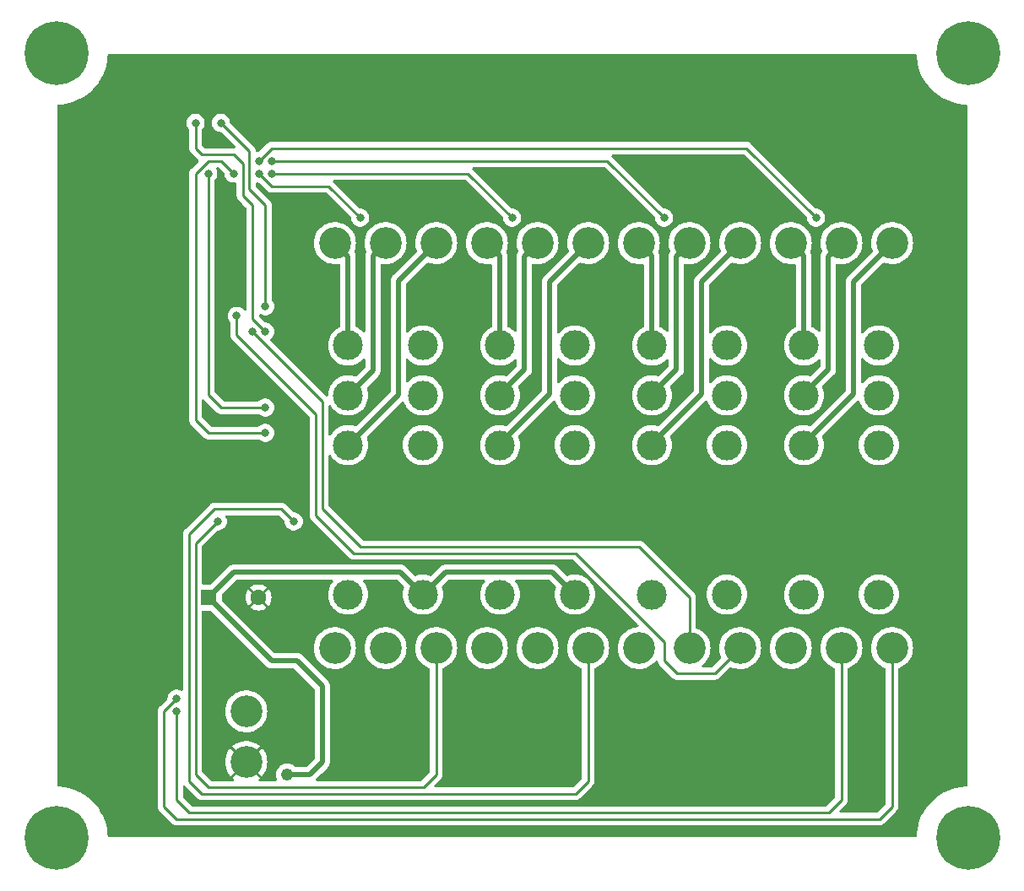
<source format=gbr>
%TF.GenerationSoftware,KiCad,Pcbnew,7.0.6*%
%TF.CreationDate,2023-07-18T18:02:52+08:00*%
%TF.ProjectId,RelayModuleMK1_KiCad,52656c61-794d-46f6-9475-6c654d4b315f,rev?*%
%TF.SameCoordinates,Original*%
%TF.FileFunction,Copper,L2,Bot*%
%TF.FilePolarity,Positive*%
%FSLAX46Y46*%
G04 Gerber Fmt 4.6, Leading zero omitted, Abs format (unit mm)*
G04 Created by KiCad (PCBNEW 7.0.6) date 2023-07-18 18:02:52*
%MOMM*%
%LPD*%
G01*
G04 APERTURE LIST*
%TA.AperFunction,ComponentPad*%
%ADD10C,3.200000*%
%TD*%
%TA.AperFunction,ComponentPad*%
%ADD11C,3.000000*%
%TD*%
%TA.AperFunction,ComponentPad*%
%ADD12C,6.400000*%
%TD*%
%TA.AperFunction,ComponentPad*%
%ADD13R,1.600000X1.600000*%
%TD*%
%TA.AperFunction,ComponentPad*%
%ADD14C,1.600000*%
%TD*%
%TA.AperFunction,ViaPad*%
%ADD15C,1.219200*%
%TD*%
%TA.AperFunction,ViaPad*%
%ADD16C,0.812800*%
%TD*%
%TA.AperFunction,ViaPad*%
%ADD17C,0.800000*%
%TD*%
%TA.AperFunction,Conductor*%
%ADD18C,0.508000*%
%TD*%
%TA.AperFunction,Conductor*%
%ADD19C,0.254000*%
%TD*%
G04 APERTURE END LIST*
D10*
%TO.P,JIN1,1,Pin_1*%
%TO.N,VDD1*%
X226060000Y-96520000D03*
%TO.P,JIN1,2,Pin_2*%
%TO.N,IN1+*%
X231140000Y-96520000D03*
%TO.P,JIN1,3,Pin_3*%
%TO.N,IN1-*%
X236220000Y-96520000D03*
%TD*%
D11*
%TO.P,Relay1,1,1*%
%TO.N,VCC_PWR*%
X219650000Y-91160000D03*
%TO.P,Relay1,2,2*%
%TO.N,OUT_A0*%
X219650000Y-76160000D03*
%TO.P,Relay1,3,3*%
%TO.N,OUT_COM0*%
X219650000Y-71160000D03*
%TO.P,Relay1,4,4*%
%TO.N,OUT_B0*%
X219650000Y-66160000D03*
%TO.P,Relay1,5,5*%
X212150000Y-66160000D03*
%TO.P,Relay1,6,6*%
%TO.N,OUT_COM0*%
X212150000Y-71160000D03*
%TO.P,Relay1,7,7*%
%TO.N,OUT_A0*%
X212150000Y-76160000D03*
%TO.P,Relay1,8,8*%
%TO.N,Net-(U2C-+)*%
X212150000Y-91160000D03*
%TD*%
D12*
%TO.P,REF\u002A\u002A,1*%
%TO.N,N/C*%
X182880000Y-115570000D03*
%TD*%
D11*
%TO.P,Relay4,1,1*%
%TO.N,VCC_PWR*%
X265370000Y-91160000D03*
%TO.P,Relay4,2,2*%
%TO.N,OUT_A3*%
X265370000Y-76160000D03*
%TO.P,Relay4,3,3*%
%TO.N,OUT_COM3*%
X265370000Y-71160000D03*
%TO.P,Relay4,4,4*%
%TO.N,OUT_B3*%
X265370000Y-66160000D03*
%TO.P,Relay4,5,5*%
X257870000Y-66160000D03*
%TO.P,Relay4,6,6*%
%TO.N,OUT_COM3*%
X257870000Y-71160000D03*
%TO.P,Relay4,7,7*%
%TO.N,OUT_A3*%
X257870000Y-76160000D03*
%TO.P,Relay4,8,8*%
%TO.N,Net-(U2A-+)*%
X257870000Y-91160000D03*
%TD*%
D10*
%TO.P,JOUT2,1,Pin_1*%
%TO.N,OUT_A2*%
X251460000Y-55880000D03*
%TO.P,JOUT2,2,Pin_2*%
%TO.N,OUT_COM2*%
X246380000Y-55880000D03*
%TO.P,JOUT2,3,Pin_3*%
%TO.N,OUT_B2*%
X241300000Y-55880000D03*
%TD*%
%TO.P,JOUT0,1,Pin_1*%
%TO.N,OUT_A0*%
X220980000Y-55880000D03*
%TO.P,JOUT0,2,Pin_2*%
%TO.N,OUT_COM0*%
X215900000Y-55880000D03*
%TO.P,JOUT0,3,Pin_3*%
%TO.N,OUT_B0*%
X210820000Y-55880000D03*
%TD*%
D12*
%TO.P,REF\u002A\u002A,1*%
%TO.N,N/C*%
X182880000Y-36830000D03*
%TD*%
D10*
%TO.P,JOUT3,1,Pin_1*%
%TO.N,OUT_A3*%
X266700000Y-55880000D03*
%TO.P,JOUT3,2,Pin_2*%
%TO.N,OUT_COM3*%
X261620000Y-55880000D03*
%TO.P,JOUT3,3,Pin_3*%
%TO.N,OUT_B3*%
X256540000Y-55880000D03*
%TD*%
%TO.P,J1,1,Pin_1*%
%TO.N,Net-(D1-A)*%
X201930000Y-102870000D03*
%TO.P,J1,2,Pin_2*%
%TO.N,GNDPWR*%
X201930000Y-107950000D03*
%TD*%
D11*
%TO.P,Relay3,1,1*%
%TO.N,VCC_PWR*%
X250130000Y-91160000D03*
%TO.P,Relay3,2,2*%
%TO.N,OUT_A2*%
X250130000Y-76160000D03*
%TO.P,Relay3,3,3*%
%TO.N,OUT_COM2*%
X250130000Y-71160000D03*
%TO.P,Relay3,4,4*%
%TO.N,OUT_B2*%
X250130000Y-66160000D03*
%TO.P,Relay3,5,5*%
X242630000Y-66160000D03*
%TO.P,Relay3,6,6*%
%TO.N,OUT_COM2*%
X242630000Y-71160000D03*
%TO.P,Relay3,7,7*%
%TO.N,OUT_A2*%
X242630000Y-76160000D03*
%TO.P,Relay3,8,8*%
%TO.N,Net-(U2B-+)*%
X242630000Y-91160000D03*
%TD*%
%TO.P,Relay2,1,1*%
%TO.N,VCC_PWR*%
X234890000Y-91160000D03*
%TO.P,Relay2,2,2*%
%TO.N,OUT_A1*%
X234890000Y-76160000D03*
%TO.P,Relay2,3,3*%
%TO.N,OUT_COM1*%
X234890000Y-71160000D03*
%TO.P,Relay2,4,4*%
%TO.N,OUT_B1*%
X234890000Y-66160000D03*
%TO.P,Relay2,5,5*%
X227390000Y-66160000D03*
%TO.P,Relay2,6,6*%
%TO.N,OUT_COM1*%
X227390000Y-71160000D03*
%TO.P,Relay2,7,7*%
%TO.N,OUT_A1*%
X227390000Y-76160000D03*
%TO.P,Relay2,8,8*%
%TO.N,Net-(U2D-+)*%
X227390000Y-91160000D03*
%TD*%
D10*
%TO.P,JOUT1,1,Pin_1*%
%TO.N,OUT_A1*%
X236220000Y-55880000D03*
%TO.P,JOUT1,2,Pin_2*%
%TO.N,OUT_COM1*%
X231140000Y-55880000D03*
%TO.P,JOUT1,3,Pin_3*%
%TO.N,OUT_B1*%
X226060000Y-55880000D03*
%TD*%
D13*
%TO.P,C2,1*%
%TO.N,VCC_PWR*%
X198160000Y-91440000D03*
D14*
%TO.P,C2,2*%
%TO.N,GNDPWR*%
X203160000Y-91440000D03*
%TD*%
D10*
%TO.P,JIN3,1,Pin_1*%
%TO.N,VDD3*%
X256540000Y-96520000D03*
%TO.P,JIN3,2,Pin_2*%
%TO.N,IN3+*%
X261620000Y-96520000D03*
%TO.P,JIN3,3,Pin_3*%
%TO.N,IN3-*%
X266700000Y-96520000D03*
%TD*%
%TO.P,JIN0,1,Pin_1*%
%TO.N,VDD0*%
X210820000Y-96520000D03*
%TO.P,JIN0,2,Pin_2*%
%TO.N,IN0+*%
X215900000Y-96520000D03*
%TO.P,JIN0,3,Pin_3*%
%TO.N,IN0-*%
X220980000Y-96520000D03*
%TD*%
%TO.P,JIN2,1,Pin_1*%
%TO.N,VDD2*%
X241300000Y-96520000D03*
%TO.P,JIN2,2,Pin_2*%
%TO.N,IN2+*%
X246380000Y-96520000D03*
%TO.P,JIN2,3,Pin_3*%
%TO.N,IN2-*%
X251460000Y-96520000D03*
%TD*%
D12*
%TO.P,REF\u002A\u002A,1*%
%TO.N,N/C*%
X274320000Y-36830000D03*
%TD*%
%TO.P,REF\u002A\u002A,1*%
%TO.N,N/C*%
X274320000Y-115570000D03*
%TD*%
D15*
%TO.N,VCC_PWR*%
X206057500Y-109220000D03*
%TO.N,GNDPWR*%
X207645000Y-59690000D03*
X206375000Y-52070000D03*
X205105000Y-39165000D03*
X203200000Y-69850000D03*
X191770000Y-91440000D03*
D16*
%TO.N,IN0-*%
X199072500Y-83820000D03*
%TO.N,IN1-*%
X206692500Y-83820000D03*
%TO.N,IN2+*%
X202565000Y-64770000D03*
%TO.N,IN2-*%
X200977500Y-63182500D03*
%TO.N,IN3+*%
X194945000Y-102870000D03*
%TO.N,IN3-*%
X194945000Y-101600000D03*
D17*
%TO.N,Net-(R2-Pad1)*%
X203200000Y-48895000D03*
X213360000Y-53340000D03*
%TO.N,Net-(R6-Pad1)*%
X204470000Y-48895000D03*
X228600000Y-53340000D03*
%TO.N,Net-(R9-Pad1)*%
X204470000Y-47625000D03*
X243840000Y-53340000D03*
%TO.N,Net-(R12-Pad1)*%
X259080000Y-53340000D03*
X203200000Y-47625000D03*
%TO.N,Net-(U2A-+)*%
X199390000Y-43815000D03*
X203835000Y-62230000D03*
%TO.N,Net-(U2B-+)*%
X196850000Y-43815000D03*
X203835000Y-64770000D03*
%TO.N,Net-(U2C-+)*%
X203835000Y-74930000D03*
X200660000Y-48895000D03*
%TO.N,Net-(U2D-+)*%
X203835000Y-72390000D03*
X198120000Y-48895000D03*
%TD*%
D18*
%TO.N,VCC_PWR*%
X221910000Y-88900000D02*
X219650000Y-91160000D01*
X234890000Y-91160000D02*
X232630000Y-88900000D01*
X217390000Y-88900000D02*
X219650000Y-91160000D01*
X200660000Y-88900000D02*
X217390000Y-88900000D01*
X209550000Y-100330000D02*
X207010000Y-97790000D01*
X204470000Y-97790000D02*
X198120000Y-91440000D01*
X209550000Y-107950000D02*
X209550000Y-100330000D01*
X232630000Y-88900000D02*
X221910000Y-88900000D01*
X198160000Y-91440000D02*
X198160000Y-91400000D01*
X206057500Y-109220000D02*
X208280000Y-109220000D01*
X208280000Y-109220000D02*
X209550000Y-107950000D01*
X207010000Y-97790000D02*
X204470000Y-97790000D01*
X198160000Y-91400000D02*
X200660000Y-88900000D01*
D19*
%TO.N,IN0-*%
X196850000Y-109220000D02*
X198120000Y-110490000D01*
X220980000Y-109220000D02*
X220980000Y-96520000D01*
X219710000Y-110490000D02*
X220980000Y-109220000D01*
X196850000Y-86042500D02*
X196850000Y-109220000D01*
X198120000Y-110490000D02*
X219710000Y-110490000D01*
X199072500Y-83820000D02*
X196850000Y-86042500D01*
%TO.N,IN1-*%
X198755000Y-82550000D02*
X196215000Y-85090000D01*
X205422500Y-82550000D02*
X198755000Y-82550000D01*
X234950000Y-111125000D02*
X236220000Y-109855000D01*
X206692500Y-83820000D02*
X205422500Y-82550000D01*
X236220000Y-109855000D02*
X236220000Y-96520000D01*
X197485000Y-111125000D02*
X234950000Y-111125000D01*
X196215000Y-85090000D02*
X196215000Y-109855000D01*
X196215000Y-109855000D02*
X197485000Y-111125000D01*
%TO.N,IN2+*%
X246380000Y-91440000D02*
X246380000Y-96520000D01*
X209550000Y-82550000D02*
X213360000Y-86360000D01*
X241300000Y-86360000D02*
X246380000Y-91440000D01*
X209550000Y-71755000D02*
X209550000Y-82550000D01*
X213360000Y-86360000D02*
X241300000Y-86360000D01*
X202565000Y-64770000D02*
X209550000Y-71755000D01*
%TO.N,IN2-*%
X200977500Y-65087500D02*
X208915000Y-73025000D01*
X245110000Y-99060000D02*
X248920000Y-99060000D01*
X243840000Y-95885000D02*
X243840000Y-97790000D01*
X200977500Y-63182500D02*
X200977500Y-65087500D01*
X212725000Y-86995000D02*
X234950000Y-86995000D01*
X208915000Y-83185000D02*
X212725000Y-86995000D01*
X234950000Y-86995000D02*
X243840000Y-95885000D01*
X208915000Y-73025000D02*
X208915000Y-83185000D01*
X243840000Y-97790000D02*
X245110000Y-99060000D01*
X248920000Y-99060000D02*
X251460000Y-96520000D01*
%TO.N,IN3+*%
X260350000Y-113030000D02*
X261620000Y-111760000D01*
X194945000Y-102870000D02*
X194945000Y-111760000D01*
X196215000Y-113030000D02*
X260350000Y-113030000D01*
X194945000Y-111760000D02*
X196215000Y-113030000D01*
X261620000Y-111760000D02*
X261620000Y-96520000D01*
%TO.N,IN3-*%
X193675000Y-102870000D02*
X193675000Y-112395000D01*
X193675000Y-112395000D02*
X194945000Y-113665000D01*
X265430000Y-113665000D02*
X266700000Y-112395000D01*
X266700000Y-112395000D02*
X266700000Y-96520000D01*
X194945000Y-101600000D02*
X193675000Y-102870000D01*
X194945000Y-113665000D02*
X265430000Y-113665000D01*
D18*
%TO.N,OUT_A0*%
X217170000Y-59690000D02*
X217170000Y-71140000D01*
X217170000Y-71140000D02*
X212150000Y-76160000D01*
X220980000Y-55880000D02*
X217170000Y-59690000D01*
%TO.N,OUT_COM0*%
X214630000Y-68680000D02*
X214630000Y-57150000D01*
X212150000Y-71160000D02*
X214630000Y-68680000D01*
X214630000Y-57150000D02*
X215900000Y-55880000D01*
%TO.N,OUT_B0*%
X212150000Y-57210000D02*
X210820000Y-55880000D01*
X212150000Y-66160000D02*
X212150000Y-57210000D01*
%TO.N,OUT_A1*%
X232350000Y-59750000D02*
X232350000Y-71020000D01*
X232350000Y-71020000D02*
X227330000Y-76040000D01*
X236220000Y-55880000D02*
X232350000Y-59750000D01*
%TO.N,OUT_COM1*%
X229810000Y-68560000D02*
X229810000Y-57210000D01*
X229810000Y-57210000D02*
X231140000Y-55880000D01*
X227330000Y-71040000D02*
X229810000Y-68560000D01*
%TO.N,OUT_B1*%
X227330000Y-57150000D02*
X226060000Y-55880000D01*
X227330000Y-66040000D02*
X227330000Y-57150000D01*
%TO.N,OUT_A2*%
X247590000Y-71020000D02*
X242570000Y-76040000D01*
X247590000Y-59750000D02*
X247590000Y-71020000D01*
X251460000Y-55880000D02*
X247590000Y-59750000D01*
%TO.N,OUT_COM2*%
X245050000Y-57210000D02*
X246380000Y-55880000D01*
X245050000Y-68560000D02*
X245050000Y-57210000D01*
X242570000Y-71040000D02*
X245050000Y-68560000D01*
%TO.N,OUT_B2*%
X242570000Y-57150000D02*
X241300000Y-55880000D01*
X242570000Y-66040000D02*
X242570000Y-57150000D01*
%TO.N,OUT_A3*%
X262830000Y-71020000D02*
X257810000Y-76040000D01*
X262830000Y-59750000D02*
X262830000Y-71020000D01*
X266640000Y-55940000D02*
X262830000Y-59750000D01*
%TO.N,OUT_COM3*%
X257810000Y-71040000D02*
X260290000Y-68560000D01*
X260290000Y-68560000D02*
X260290000Y-57210000D01*
X260290000Y-57210000D02*
X261620000Y-55880000D01*
%TO.N,OUT_B3*%
X257810000Y-66040000D02*
X257810000Y-57150000D01*
X257810000Y-57150000D02*
X256480000Y-55820000D01*
D19*
%TO.N,Net-(R2-Pad1)*%
X203200000Y-48895000D02*
X204470000Y-50165000D01*
X204470000Y-50165000D02*
X210185000Y-50165000D01*
X210185000Y-50165000D02*
X213360000Y-53340000D01*
%TO.N,Net-(R6-Pad1)*%
X224155000Y-48895000D02*
X228600000Y-53340000D01*
X204470000Y-48895000D02*
X224155000Y-48895000D01*
%TO.N,Net-(R9-Pad1)*%
X238125000Y-47625000D02*
X243840000Y-53340000D01*
X204470000Y-47625000D02*
X238125000Y-47625000D01*
%TO.N,Net-(R12-Pad1)*%
X203200000Y-47625000D02*
X204470000Y-46355000D01*
X204470000Y-46355000D02*
X252095000Y-46355000D01*
X252095000Y-46355000D02*
X259080000Y-53340000D01*
%TO.N,Net-(U2A-+)*%
X203835000Y-52070000D02*
X203835000Y-62230000D01*
X199390000Y-43815000D02*
X202247500Y-46672500D01*
X202247500Y-50482500D02*
X203835000Y-52070000D01*
X202247500Y-46672500D02*
X202247500Y-50482500D01*
%TO.N,Net-(U2B-+)*%
X196850000Y-43815000D02*
X196850000Y-46355000D01*
X202565000Y-63500000D02*
X203835000Y-64770000D01*
X202565000Y-52070000D02*
X202565000Y-63500000D01*
X196850000Y-46355000D02*
X197485000Y-46990000D01*
X201612500Y-47942500D02*
X201612500Y-51117500D01*
X197485000Y-46990000D02*
X200660000Y-46990000D01*
X200660000Y-46990000D02*
X201612500Y-47942500D01*
X201612500Y-51117500D02*
X202565000Y-52070000D01*
%TO.N,Net-(U2C-+)*%
X196850000Y-73660000D02*
X198120000Y-74930000D01*
X198120000Y-74930000D02*
X203835000Y-74930000D01*
X198120000Y-47625000D02*
X196850000Y-48895000D01*
X200660000Y-48895000D02*
X199390000Y-47625000D01*
X199390000Y-47625000D02*
X198120000Y-47625000D01*
X196850000Y-48895000D02*
X196850000Y-73660000D01*
%TO.N,Net-(U2D-+)*%
X198120000Y-71120000D02*
X198120000Y-48895000D01*
X198120000Y-71120000D02*
X199390000Y-72390000D01*
X199390000Y-72390000D02*
X203835000Y-72390000D01*
%TD*%
%TA.AperFunction,Conductor*%
%TO.N,GNDPWR*%
G36*
X198366094Y-92768502D02*
G01*
X198387067Y-92785404D01*
X201137371Y-95535709D01*
X203885058Y-98283396D01*
X203897031Y-98297250D01*
X203911601Y-98316821D01*
X203952269Y-98350945D01*
X203956315Y-98354653D01*
X203962235Y-98360573D01*
X203962236Y-98360574D01*
X203988379Y-98381245D01*
X204048148Y-98431397D01*
X204054279Y-98435429D01*
X204054244Y-98435480D01*
X204060697Y-98439591D01*
X204060729Y-98439540D01*
X204066973Y-98443391D01*
X204066977Y-98443393D01*
X204066980Y-98443395D01*
X204137711Y-98476377D01*
X204207434Y-98511394D01*
X204214333Y-98513905D01*
X204214311Y-98513963D01*
X204221537Y-98516474D01*
X204221557Y-98516416D01*
X204228525Y-98518725D01*
X204304938Y-98534502D01*
X204380872Y-98552499D01*
X204380873Y-98552499D01*
X204380877Y-98552500D01*
X204380881Y-98552500D01*
X204388166Y-98553352D01*
X204388158Y-98553412D01*
X204395773Y-98554190D01*
X204395779Y-98554129D01*
X204403083Y-98554767D01*
X204403091Y-98554769D01*
X204481076Y-98552500D01*
X206641973Y-98552500D01*
X206710094Y-98572502D01*
X206731068Y-98589405D01*
X208750595Y-100608932D01*
X208784621Y-100671244D01*
X208787500Y-100698027D01*
X208787500Y-107581972D01*
X208767498Y-107650093D01*
X208750595Y-107671067D01*
X208001067Y-108420595D01*
X207938755Y-108454621D01*
X207911972Y-108457500D01*
X206929542Y-108457500D01*
X206861421Y-108437498D01*
X206844656Y-108424615D01*
X206734191Y-108323913D01*
X206734190Y-108323912D01*
X206558026Y-108214836D01*
X206558019Y-108214832D01*
X206558015Y-108214830D01*
X206439648Y-108168974D01*
X206364794Y-108139976D01*
X206161107Y-108101900D01*
X205953893Y-108101900D01*
X205953892Y-108101900D01*
X205750205Y-108139976D01*
X205617279Y-108191472D01*
X205556985Y-108214830D01*
X205556984Y-108214830D01*
X205556983Y-108214831D01*
X205556973Y-108214836D01*
X205380809Y-108323912D01*
X205380808Y-108323913D01*
X205227675Y-108463512D01*
X205102800Y-108628874D01*
X205102796Y-108628879D01*
X205010439Y-108814356D01*
X205010433Y-108814372D01*
X204953729Y-109013667D01*
X204953729Y-109013670D01*
X204934610Y-109220000D01*
X204938337Y-109260223D01*
X204953729Y-109426332D01*
X205010433Y-109625627D01*
X205010436Y-109625635D01*
X205033691Y-109672337D01*
X205046149Y-109742232D01*
X205018842Y-109807767D01*
X204960439Y-109848135D01*
X204920900Y-109854500D01*
X203283849Y-109854500D01*
X203215728Y-109834498D01*
X203169235Y-109780842D01*
X203159131Y-109710568D01*
X203188625Y-109645988D01*
X203204331Y-109630761D01*
X203329401Y-109529007D01*
X203329401Y-109529006D01*
X202399934Y-108599538D01*
X202431948Y-108579423D01*
X202559423Y-108451948D01*
X202579538Y-108419934D01*
X203508183Y-109348579D01*
X203508185Y-109348579D01*
X203569020Y-109283443D01*
X203569021Y-109283442D01*
X203735319Y-109047849D01*
X203735327Y-109047836D01*
X203867997Y-108791798D01*
X203964572Y-108520062D01*
X203964574Y-108520054D01*
X204023246Y-108237702D01*
X204023247Y-108237696D01*
X204042926Y-107950004D01*
X204042926Y-107949995D01*
X204023247Y-107662303D01*
X204023246Y-107662297D01*
X203964574Y-107379945D01*
X203964572Y-107379937D01*
X203867997Y-107108201D01*
X203735327Y-106852163D01*
X203735319Y-106852150D01*
X203569023Y-106616561D01*
X203508185Y-106551419D01*
X203508183Y-106551419D01*
X202579537Y-107480064D01*
X202559423Y-107448052D01*
X202431948Y-107320577D01*
X202399934Y-107300461D01*
X203329402Y-106370993D01*
X203329401Y-106370991D01*
X203148490Y-106223808D01*
X202902077Y-106073961D01*
X202637577Y-105959073D01*
X202359888Y-105881268D01*
X202359879Y-105881266D01*
X202074204Y-105842000D01*
X201785795Y-105842000D01*
X201500120Y-105881266D01*
X201500111Y-105881268D01*
X201222422Y-105959073D01*
X200957922Y-106073961D01*
X200711514Y-106223805D01*
X200530597Y-106370991D01*
X200530596Y-106370992D01*
X201460065Y-107300461D01*
X201428052Y-107320577D01*
X201300577Y-107448052D01*
X201280461Y-107480065D01*
X200351814Y-106551419D01*
X200351812Y-106551419D01*
X200290980Y-106616555D01*
X200290978Y-106616558D01*
X200124680Y-106852150D01*
X200124672Y-106852163D01*
X199992002Y-107108201D01*
X199895427Y-107379937D01*
X199895425Y-107379945D01*
X199836753Y-107662297D01*
X199836752Y-107662303D01*
X199817074Y-107949995D01*
X199817074Y-107950004D01*
X199836752Y-108237696D01*
X199836753Y-108237702D01*
X199895425Y-108520054D01*
X199895427Y-108520062D01*
X199992002Y-108791798D01*
X200124672Y-109047836D01*
X200124680Y-109047849D01*
X200290976Y-109283438D01*
X200351813Y-109348579D01*
X200351815Y-109348579D01*
X201280461Y-108419933D01*
X201300577Y-108451948D01*
X201428052Y-108579423D01*
X201460065Y-108599538D01*
X200530597Y-109529006D01*
X200530597Y-109529007D01*
X200655668Y-109630761D01*
X200695887Y-109689267D01*
X200698091Y-109760229D01*
X200661579Y-109821118D01*
X200597945Y-109852601D01*
X200576151Y-109854500D01*
X198435423Y-109854500D01*
X198367302Y-109834498D01*
X198346332Y-109817599D01*
X197522403Y-108993670D01*
X197488379Y-108931359D01*
X197485500Y-108904576D01*
X197485500Y-102870003D01*
X199816573Y-102870003D01*
X199836256Y-103157765D01*
X199836257Y-103157770D01*
X199836258Y-103157778D01*
X199868443Y-103312661D01*
X199894943Y-103440189D01*
X199894945Y-103440196D01*
X199991541Y-103711992D01*
X200124247Y-103968103D01*
X200290591Y-104203758D01*
X200487474Y-104414568D01*
X200487483Y-104414575D01*
X200487487Y-104414579D01*
X200711220Y-104596600D01*
X200711222Y-104596601D01*
X200711228Y-104596606D01*
X200957686Y-104746481D01*
X201222256Y-104861400D01*
X201500011Y-104939223D01*
X201785761Y-104978499D01*
X201785775Y-104978500D01*
X202074225Y-104978500D01*
X202074238Y-104978499D01*
X202286000Y-104949392D01*
X202359989Y-104939223D01*
X202637744Y-104861400D01*
X202902314Y-104746481D01*
X203148772Y-104596606D01*
X203372526Y-104414568D01*
X203569409Y-104203758D01*
X203735753Y-103968103D01*
X203868459Y-103711992D01*
X203965055Y-103440196D01*
X204023742Y-103157778D01*
X204041377Y-102899968D01*
X204043427Y-102870003D01*
X204043427Y-102869996D01*
X204023743Y-102582234D01*
X204023742Y-102582229D01*
X204023742Y-102582222D01*
X203965055Y-102299804D01*
X203868459Y-102028008D01*
X203735753Y-101771897D01*
X203569409Y-101536242D01*
X203372526Y-101325432D01*
X203372516Y-101325424D01*
X203372512Y-101325420D01*
X203148779Y-101143399D01*
X203148775Y-101143396D01*
X203148772Y-101143394D01*
X202902314Y-100993519D01*
X202902310Y-100993517D01*
X202902308Y-100993516D01*
X202724653Y-100916350D01*
X202637744Y-100878600D01*
X202399006Y-100811709D01*
X202359986Y-100800776D01*
X202359988Y-100800776D01*
X202074238Y-100761500D01*
X202074225Y-100761500D01*
X201785775Y-100761500D01*
X201785761Y-100761500D01*
X201500012Y-100800776D01*
X201327572Y-100849091D01*
X201222256Y-100878600D01*
X201222253Y-100878601D01*
X201222254Y-100878601D01*
X200957691Y-100993516D01*
X200711220Y-101143399D01*
X200487487Y-101325420D01*
X200487471Y-101325435D01*
X200290591Y-101536242D01*
X200124247Y-101771896D01*
X200124247Y-101771897D01*
X199991541Y-102028007D01*
X199894945Y-102299802D01*
X199894943Y-102299810D01*
X199836257Y-102582229D01*
X199836256Y-102582234D01*
X199816573Y-102869996D01*
X199816573Y-102870003D01*
X197485500Y-102870003D01*
X197485500Y-92874500D01*
X197505502Y-92806379D01*
X197559158Y-92759886D01*
X197611500Y-92748500D01*
X198297973Y-92748500D01*
X198366094Y-92768502D01*
G37*
%TD.AperFunction*%
%TA.AperFunction,Conductor*%
G36*
X269110386Y-36925502D02*
G01*
X269156879Y-36979158D01*
X269168145Y-37026004D01*
X269179225Y-37279762D01*
X269179225Y-37279761D01*
X269237986Y-37726096D01*
X269293735Y-37977562D01*
X269335425Y-38165614D01*
X269470797Y-38594961D01*
X269643078Y-39010885D01*
X269850953Y-39410209D01*
X270036895Y-39702079D01*
X270092838Y-39789891D01*
X270366895Y-40147049D01*
X270671038Y-40478962D01*
X271002951Y-40783105D01*
X271360109Y-41057162D01*
X271360111Y-41057163D01*
X271739791Y-41299047D01*
X272139115Y-41506922D01*
X272555039Y-41679203D01*
X272984386Y-41814575D01*
X273000174Y-41818075D01*
X273423904Y-41912014D01*
X273721461Y-41951188D01*
X273870239Y-41970775D01*
X273870237Y-41970775D01*
X273905431Y-41972311D01*
X274123997Y-41981853D01*
X274191179Y-42004807D01*
X274235287Y-42060439D01*
X274244500Y-42107733D01*
X274244500Y-110292265D01*
X274224498Y-110360386D01*
X274170842Y-110406879D01*
X274123996Y-110418145D01*
X273870238Y-110429225D01*
X273870239Y-110429225D01*
X273721461Y-110448812D01*
X273423904Y-110487986D01*
X273130892Y-110552945D01*
X272984386Y-110585425D01*
X272555039Y-110720797D01*
X272139115Y-110893078D01*
X271739791Y-111100953D01*
X271640029Y-111164509D01*
X271360109Y-111342838D01*
X271159506Y-111496766D01*
X271010888Y-111610805D01*
X271002951Y-111616895D01*
X270671038Y-111921038D01*
X270366895Y-112252951D01*
X270366892Y-112252954D01*
X270366891Y-112252956D01*
X270349749Y-112275296D01*
X270092838Y-112610109D01*
X270079653Y-112630806D01*
X269850953Y-112989791D01*
X269643078Y-113389115D01*
X269470797Y-113805039D01*
X269335425Y-114234386D01*
X269319718Y-114305235D01*
X269237986Y-114673904D01*
X269179225Y-115120239D01*
X269179225Y-115120238D01*
X269168145Y-115373996D01*
X269145190Y-115441180D01*
X269089558Y-115485288D01*
X269042265Y-115494500D01*
X188157735Y-115494500D01*
X188089614Y-115474498D01*
X188043121Y-115420842D01*
X188031855Y-115373996D01*
X188020775Y-115120238D01*
X188020775Y-115120239D01*
X187962014Y-114673904D01*
X187880282Y-114305235D01*
X187864575Y-114234386D01*
X187729203Y-113805039D01*
X187556922Y-113389115D01*
X187349047Y-112989791D01*
X187120347Y-112630806D01*
X187107162Y-112610109D01*
X186850251Y-112275296D01*
X186833109Y-112252956D01*
X186833107Y-112252954D01*
X186833105Y-112252951D01*
X186528962Y-111921038D01*
X186197049Y-111616895D01*
X186189112Y-111610805D01*
X186040494Y-111496766D01*
X185839891Y-111342838D01*
X185559971Y-111164509D01*
X185460209Y-111100953D01*
X185060885Y-110893078D01*
X184644961Y-110720797D01*
X184215614Y-110585425D01*
X184069107Y-110552945D01*
X183776096Y-110487986D01*
X183478538Y-110448812D01*
X183329761Y-110429225D01*
X183329762Y-110429225D01*
X183076004Y-110418145D01*
X183008820Y-110395190D01*
X182964712Y-110339558D01*
X182955500Y-110292265D01*
X182955500Y-102849879D01*
X193034765Y-102849879D01*
X193039220Y-102897010D01*
X193039500Y-102902943D01*
X193039500Y-112310931D01*
X193037747Y-112326803D01*
X193038038Y-112326831D01*
X193037291Y-112334721D01*
X193039499Y-112404985D01*
X193039499Y-112434984D01*
X193040382Y-112441976D01*
X193040847Y-112447885D01*
X193042334Y-112495202D01*
X193042335Y-112495207D01*
X193048014Y-112514756D01*
X193052021Y-112534107D01*
X193054572Y-112554295D01*
X193054572Y-112554297D01*
X193071998Y-112598313D01*
X193073921Y-112603929D01*
X193087129Y-112649390D01*
X193087131Y-112649395D01*
X193097492Y-112666914D01*
X193106189Y-112684666D01*
X193113681Y-112703588D01*
X193141510Y-112741892D01*
X193144764Y-112746845D01*
X193148804Y-112753676D01*
X193168865Y-112787598D01*
X193183250Y-112801983D01*
X193196090Y-112817016D01*
X193208054Y-112833483D01*
X193208057Y-112833486D01*
X193244543Y-112863670D01*
X193248924Y-112867656D01*
X194094473Y-113713205D01*
X194436182Y-114054914D01*
X194446169Y-114067379D01*
X194446393Y-114067194D01*
X194451446Y-114073302D01*
X194502709Y-114121441D01*
X194523900Y-114142633D01*
X194523908Y-114142640D01*
X194529464Y-114146950D01*
X194533978Y-114150805D01*
X194568494Y-114183217D01*
X194586335Y-114193025D01*
X194602853Y-114203876D01*
X194618933Y-114216349D01*
X194660614Y-114234386D01*
X194662375Y-114235148D01*
X194667707Y-114237761D01*
X194709193Y-114260567D01*
X194709194Y-114260567D01*
X194709197Y-114260569D01*
X194728918Y-114265632D01*
X194747620Y-114272037D01*
X194766289Y-114280116D01*
X194766290Y-114280116D01*
X194766292Y-114280117D01*
X194796453Y-114284893D01*
X194813048Y-114287522D01*
X194818860Y-114288724D01*
X194864718Y-114300500D01*
X194885066Y-114300500D01*
X194904775Y-114302050D01*
X194924879Y-114305235D01*
X194959503Y-114301962D01*
X194972011Y-114300780D01*
X194977944Y-114300500D01*
X265345930Y-114300500D01*
X265361798Y-114302252D01*
X265361826Y-114301962D01*
X265369718Y-114302708D01*
X265369718Y-114302707D01*
X265369719Y-114302708D01*
X265439985Y-114300500D01*
X265469983Y-114300500D01*
X265476969Y-114299617D01*
X265482873Y-114299152D01*
X265530205Y-114297665D01*
X265549751Y-114291985D01*
X265569102Y-114287978D01*
X265589299Y-114285427D01*
X265633332Y-114267992D01*
X265638915Y-114266081D01*
X265684393Y-114252869D01*
X265701907Y-114242510D01*
X265719656Y-114233814D01*
X265738588Y-114226319D01*
X265776903Y-114198480D01*
X265781840Y-114195237D01*
X265822598Y-114171134D01*
X265836984Y-114156747D01*
X265852018Y-114143906D01*
X265868487Y-114131942D01*
X265898678Y-114095446D01*
X265902646Y-114091084D01*
X267089917Y-112903813D01*
X267102384Y-112893827D01*
X267102198Y-112893603D01*
X267108303Y-112888553D01*
X267156441Y-112837290D01*
X267177631Y-112816101D01*
X267177631Y-112816100D01*
X267177638Y-112816094D01*
X267181962Y-112810519D01*
X267185793Y-112806033D01*
X267218217Y-112771506D01*
X267228023Y-112753667D01*
X267238870Y-112737153D01*
X267251349Y-112721067D01*
X267270149Y-112677620D01*
X267272761Y-112672290D01*
X267295569Y-112630803D01*
X267300632Y-112611079D01*
X267307031Y-112592391D01*
X267315117Y-112573708D01*
X267320590Y-112539145D01*
X267322522Y-112526951D01*
X267323727Y-112521132D01*
X267335499Y-112475288D01*
X267335500Y-112475281D01*
X267335500Y-112454934D01*
X267337051Y-112435223D01*
X267337089Y-112434983D01*
X267340235Y-112415121D01*
X267335780Y-112367988D01*
X267335500Y-112362055D01*
X267335500Y-98625423D01*
X267355502Y-98557302D01*
X267409158Y-98510809D01*
X267411253Y-98509875D01*
X267672314Y-98396481D01*
X267918772Y-98246606D01*
X268142526Y-98064568D01*
X268339409Y-97853758D01*
X268505753Y-97618103D01*
X268638459Y-97361992D01*
X268735055Y-97090196D01*
X268793742Y-96807778D01*
X268813427Y-96520000D01*
X268793742Y-96232222D01*
X268735055Y-95949804D01*
X268638459Y-95678008D01*
X268505753Y-95421897D01*
X268339409Y-95186242D01*
X268142526Y-94975432D01*
X268142516Y-94975424D01*
X268142512Y-94975420D01*
X267918779Y-94793399D01*
X267918775Y-94793396D01*
X267918772Y-94793394D01*
X267672314Y-94643519D01*
X267672310Y-94643517D01*
X267672308Y-94643516D01*
X267563713Y-94596347D01*
X267407744Y-94528600D01*
X267180354Y-94464888D01*
X267129986Y-94450776D01*
X267129988Y-94450776D01*
X266844238Y-94411500D01*
X266844225Y-94411500D01*
X266555775Y-94411500D01*
X266555761Y-94411500D01*
X266270012Y-94450776D01*
X266097572Y-94499091D01*
X265992256Y-94528600D01*
X265992253Y-94528601D01*
X265992254Y-94528601D01*
X265727691Y-94643516D01*
X265481220Y-94793399D01*
X265257487Y-94975420D01*
X265257471Y-94975435D01*
X265060591Y-95186242D01*
X264894247Y-95421896D01*
X264894247Y-95421897D01*
X264761541Y-95678007D01*
X264664945Y-95949802D01*
X264664943Y-95949810D01*
X264606257Y-96232229D01*
X264606256Y-96232234D01*
X264586573Y-96519996D01*
X264586573Y-96520003D01*
X264606256Y-96807765D01*
X264606257Y-96807770D01*
X264606258Y-96807778D01*
X264638443Y-96962661D01*
X264664943Y-97090189D01*
X264664945Y-97090197D01*
X264733379Y-97282752D01*
X264761541Y-97361992D01*
X264894247Y-97618103D01*
X265060591Y-97853758D01*
X265257474Y-98064568D01*
X265257483Y-98064575D01*
X265257487Y-98064579D01*
X265481220Y-98246600D01*
X265481222Y-98246601D01*
X265481228Y-98246606D01*
X265727686Y-98396481D01*
X265817471Y-98435480D01*
X265988697Y-98509854D01*
X266043210Y-98555340D01*
X266064477Y-98623076D01*
X266064499Y-98625423D01*
X266064499Y-112079576D01*
X266044497Y-112147697D01*
X266027595Y-112168671D01*
X265203672Y-112992595D01*
X265141359Y-113026620D01*
X265114576Y-113029500D01*
X261553423Y-113029500D01*
X261485302Y-113009498D01*
X261438809Y-112955842D01*
X261428705Y-112885568D01*
X261458199Y-112820988D01*
X261464327Y-112814405D01*
X261594066Y-112684666D01*
X262009918Y-112268812D01*
X262022383Y-112258827D01*
X262022198Y-112258603D01*
X262028303Y-112253553D01*
X262076441Y-112202290D01*
X262097631Y-112181101D01*
X262097631Y-112181100D01*
X262097638Y-112181094D01*
X262101962Y-112175519D01*
X262105793Y-112171033D01*
X262138217Y-112136506D01*
X262148023Y-112118667D01*
X262158870Y-112102153D01*
X262171349Y-112086067D01*
X262190149Y-112042620D01*
X262192761Y-112037290D01*
X262215567Y-111995806D01*
X262215569Y-111995803D01*
X262220632Y-111976079D01*
X262227031Y-111957391D01*
X262235117Y-111938708D01*
X262242522Y-111891951D01*
X262243722Y-111886147D01*
X262255500Y-111840282D01*
X262255499Y-111819932D01*
X262257050Y-111800223D01*
X262260235Y-111780121D01*
X262255778Y-111732975D01*
X262255500Y-111727077D01*
X262255500Y-98625422D01*
X262275502Y-98557302D01*
X262329158Y-98510809D01*
X262331253Y-98509875D01*
X262592314Y-98396481D01*
X262838772Y-98246606D01*
X263062526Y-98064568D01*
X263259409Y-97853758D01*
X263425753Y-97618103D01*
X263558459Y-97361992D01*
X263655055Y-97090196D01*
X263713742Y-96807778D01*
X263733427Y-96520000D01*
X263713742Y-96232222D01*
X263655055Y-95949804D01*
X263558459Y-95678008D01*
X263425753Y-95421897D01*
X263259409Y-95186242D01*
X263062526Y-94975432D01*
X263062516Y-94975424D01*
X263062512Y-94975420D01*
X262838779Y-94793399D01*
X262838775Y-94793396D01*
X262838772Y-94793394D01*
X262592314Y-94643519D01*
X262592310Y-94643517D01*
X262592308Y-94643516D01*
X262483713Y-94596347D01*
X262327744Y-94528600D01*
X262100354Y-94464888D01*
X262049986Y-94450776D01*
X262049988Y-94450776D01*
X261764238Y-94411500D01*
X261764225Y-94411500D01*
X261475775Y-94411500D01*
X261475761Y-94411500D01*
X261190012Y-94450776D01*
X261017572Y-94499091D01*
X260912256Y-94528600D01*
X260912253Y-94528601D01*
X260912254Y-94528601D01*
X260647691Y-94643516D01*
X260401220Y-94793399D01*
X260177487Y-94975420D01*
X260177471Y-94975435D01*
X259980591Y-95186242D01*
X259814247Y-95421896D01*
X259814247Y-95421897D01*
X259681541Y-95678007D01*
X259584945Y-95949802D01*
X259584943Y-95949810D01*
X259526257Y-96232229D01*
X259526256Y-96232234D01*
X259506573Y-96519996D01*
X259506573Y-96520003D01*
X259526256Y-96807765D01*
X259526257Y-96807770D01*
X259526258Y-96807778D01*
X259558443Y-96962661D01*
X259584943Y-97090189D01*
X259584945Y-97090197D01*
X259653379Y-97282752D01*
X259681541Y-97361992D01*
X259814247Y-97618103D01*
X259980591Y-97853758D01*
X260177474Y-98064568D01*
X260177483Y-98064575D01*
X260177487Y-98064579D01*
X260401220Y-98246600D01*
X260401222Y-98246601D01*
X260401228Y-98246606D01*
X260647686Y-98396481D01*
X260908699Y-98509855D01*
X260963211Y-98555340D01*
X260984478Y-98623076D01*
X260984500Y-98625423D01*
X260984500Y-111444575D01*
X260964498Y-111512696D01*
X260947596Y-111533670D01*
X260123672Y-112357595D01*
X260061359Y-112391620D01*
X260034576Y-112394500D01*
X196530424Y-112394500D01*
X196462303Y-112374498D01*
X196441328Y-112357595D01*
X195617404Y-111533670D01*
X195583379Y-111471358D01*
X195580500Y-111444575D01*
X195580500Y-110423421D01*
X195600502Y-110355300D01*
X195654158Y-110308807D01*
X195724432Y-110298703D01*
X195789012Y-110328197D01*
X195795580Y-110334312D01*
X196428498Y-110967230D01*
X196976182Y-111514914D01*
X196986169Y-111527379D01*
X196986393Y-111527194D01*
X196991446Y-111533302D01*
X197042709Y-111581441D01*
X197063900Y-111602633D01*
X197063908Y-111602640D01*
X197069464Y-111606950D01*
X197073978Y-111610805D01*
X197108494Y-111643217D01*
X197126335Y-111653025D01*
X197142853Y-111663876D01*
X197158933Y-111676349D01*
X197202375Y-111695148D01*
X197207707Y-111697761D01*
X197249193Y-111720567D01*
X197249194Y-111720567D01*
X197249197Y-111720569D01*
X197268918Y-111725632D01*
X197287620Y-111732037D01*
X197306289Y-111740116D01*
X197306290Y-111740116D01*
X197306292Y-111740117D01*
X197336453Y-111744893D01*
X197353048Y-111747522D01*
X197358860Y-111748724D01*
X197404718Y-111760500D01*
X197425066Y-111760500D01*
X197444775Y-111762050D01*
X197464879Y-111765235D01*
X197499503Y-111761962D01*
X197512011Y-111760780D01*
X197517944Y-111760500D01*
X234865930Y-111760500D01*
X234881798Y-111762252D01*
X234881826Y-111761962D01*
X234889718Y-111762708D01*
X234889718Y-111762707D01*
X234889719Y-111762708D01*
X234959985Y-111760500D01*
X234989983Y-111760500D01*
X234996969Y-111759617D01*
X235002873Y-111759152D01*
X235050205Y-111757665D01*
X235069751Y-111751985D01*
X235089102Y-111747978D01*
X235109299Y-111745427D01*
X235153332Y-111727992D01*
X235158915Y-111726081D01*
X235204393Y-111712869D01*
X235221907Y-111702510D01*
X235239656Y-111693814D01*
X235258588Y-111686319D01*
X235296903Y-111658480D01*
X235301840Y-111655237D01*
X235342598Y-111631134D01*
X235356984Y-111616747D01*
X235372018Y-111603906D01*
X235388487Y-111591942D01*
X235418678Y-111555446D01*
X235422646Y-111551084D01*
X236609917Y-110363813D01*
X236622384Y-110353827D01*
X236622198Y-110353603D01*
X236628303Y-110348553D01*
X236676441Y-110297290D01*
X236697631Y-110276101D01*
X236697631Y-110276100D01*
X236697638Y-110276094D01*
X236701962Y-110270519D01*
X236705793Y-110266033D01*
X236738217Y-110231506D01*
X236748023Y-110213667D01*
X236758870Y-110197153D01*
X236771349Y-110181067D01*
X236790149Y-110137620D01*
X236792761Y-110132290D01*
X236815567Y-110090806D01*
X236815569Y-110090803D01*
X236820632Y-110071079D01*
X236827031Y-110052391D01*
X236835117Y-110033708D01*
X236842522Y-109986951D01*
X236843727Y-109981132D01*
X236855499Y-109935288D01*
X236855500Y-109935281D01*
X236855500Y-109914934D01*
X236857051Y-109895223D01*
X236860235Y-109875121D01*
X236855780Y-109827988D01*
X236855500Y-109822055D01*
X236855500Y-98625423D01*
X236875502Y-98557302D01*
X236929158Y-98510809D01*
X236931253Y-98509875D01*
X237192314Y-98396481D01*
X237438772Y-98246606D01*
X237662526Y-98064568D01*
X237859409Y-97853758D01*
X238025753Y-97618103D01*
X238158459Y-97361992D01*
X238255055Y-97090196D01*
X238313742Y-96807778D01*
X238333427Y-96520000D01*
X238313742Y-96232222D01*
X238255055Y-95949804D01*
X238158459Y-95678008D01*
X238025753Y-95421897D01*
X237859409Y-95186242D01*
X237662526Y-94975432D01*
X237662516Y-94975424D01*
X237662512Y-94975420D01*
X237438779Y-94793399D01*
X237438775Y-94793396D01*
X237438772Y-94793394D01*
X237192314Y-94643519D01*
X237192310Y-94643517D01*
X237192308Y-94643516D01*
X237083713Y-94596347D01*
X236927744Y-94528600D01*
X236700354Y-94464888D01*
X236649986Y-94450776D01*
X236649988Y-94450776D01*
X236364238Y-94411500D01*
X236364225Y-94411500D01*
X236075775Y-94411500D01*
X236075761Y-94411500D01*
X235790012Y-94450776D01*
X235617572Y-94499091D01*
X235512256Y-94528600D01*
X235512253Y-94528601D01*
X235512254Y-94528601D01*
X235247691Y-94643516D01*
X235001220Y-94793399D01*
X234777487Y-94975420D01*
X234777471Y-94975435D01*
X234580591Y-95186242D01*
X234414247Y-95421896D01*
X234414247Y-95421897D01*
X234281541Y-95678007D01*
X234184945Y-95949802D01*
X234184943Y-95949810D01*
X234126257Y-96232229D01*
X234126256Y-96232234D01*
X234106573Y-96519996D01*
X234106573Y-96520003D01*
X234126256Y-96807765D01*
X234126257Y-96807770D01*
X234126258Y-96807778D01*
X234158443Y-96962661D01*
X234184943Y-97090189D01*
X234184945Y-97090197D01*
X234253379Y-97282752D01*
X234281541Y-97361992D01*
X234414247Y-97618103D01*
X234580591Y-97853758D01*
X234777474Y-98064568D01*
X234777483Y-98064575D01*
X234777487Y-98064579D01*
X235001220Y-98246600D01*
X235001222Y-98246601D01*
X235001228Y-98246606D01*
X235247686Y-98396481D01*
X235508699Y-98509855D01*
X235563211Y-98555340D01*
X235584478Y-98623076D01*
X235584500Y-98625423D01*
X235584500Y-109539576D01*
X235564498Y-109607697D01*
X235547595Y-109628671D01*
X234723670Y-110452596D01*
X234661360Y-110486620D01*
X234634577Y-110489500D01*
X220913423Y-110489500D01*
X220845302Y-110469498D01*
X220798809Y-110415842D01*
X220788705Y-110345568D01*
X220818199Y-110280988D01*
X220824327Y-110274405D01*
X220942215Y-110156516D01*
X221369918Y-109728812D01*
X221382383Y-109718827D01*
X221382198Y-109718603D01*
X221388303Y-109713553D01*
X221436441Y-109662290D01*
X221457631Y-109641101D01*
X221457631Y-109641100D01*
X221457638Y-109641094D01*
X221461962Y-109635519D01*
X221465793Y-109631033D01*
X221498217Y-109596506D01*
X221508023Y-109578667D01*
X221518870Y-109562153D01*
X221531349Y-109546067D01*
X221550149Y-109502620D01*
X221552761Y-109497290D01*
X221575567Y-109455806D01*
X221575569Y-109455803D01*
X221580632Y-109436079D01*
X221587031Y-109417391D01*
X221595117Y-109398708D01*
X221602522Y-109351951D01*
X221603727Y-109346132D01*
X221615499Y-109300288D01*
X221615500Y-109300281D01*
X221615500Y-109279934D01*
X221617051Y-109260223D01*
X221620235Y-109240121D01*
X221615780Y-109192988D01*
X221615500Y-109187055D01*
X221615500Y-98625423D01*
X221635502Y-98557302D01*
X221689158Y-98510809D01*
X221691253Y-98509875D01*
X221952314Y-98396481D01*
X222198772Y-98246606D01*
X222422526Y-98064568D01*
X222619409Y-97853758D01*
X222785753Y-97618103D01*
X222918459Y-97361992D01*
X223015055Y-97090196D01*
X223073742Y-96807778D01*
X223093427Y-96520003D01*
X223946573Y-96520003D01*
X223966256Y-96807765D01*
X223966257Y-96807770D01*
X223966258Y-96807778D01*
X223998443Y-96962661D01*
X224024943Y-97090189D01*
X224024945Y-97090197D01*
X224093379Y-97282752D01*
X224121541Y-97361992D01*
X224254247Y-97618103D01*
X224420591Y-97853758D01*
X224617474Y-98064568D01*
X224617483Y-98064575D01*
X224617487Y-98064579D01*
X224841220Y-98246600D01*
X224841222Y-98246601D01*
X224841228Y-98246606D01*
X225087686Y-98396481D01*
X225352256Y-98511400D01*
X225630011Y-98589223D01*
X225915761Y-98628499D01*
X225915775Y-98628500D01*
X226204225Y-98628500D01*
X226204238Y-98628499D01*
X226416000Y-98599392D01*
X226489989Y-98589223D01*
X226767744Y-98511400D01*
X227032314Y-98396481D01*
X227278772Y-98246606D01*
X227502526Y-98064568D01*
X227699409Y-97853758D01*
X227865753Y-97618103D01*
X227998459Y-97361992D01*
X228095055Y-97090196D01*
X228153742Y-96807778D01*
X228173427Y-96520003D01*
X229026573Y-96520003D01*
X229046256Y-96807765D01*
X229046257Y-96807770D01*
X229046258Y-96807778D01*
X229078443Y-96962661D01*
X229104943Y-97090189D01*
X229104945Y-97090197D01*
X229173379Y-97282752D01*
X229201541Y-97361992D01*
X229334247Y-97618103D01*
X229500591Y-97853758D01*
X229697474Y-98064568D01*
X229697483Y-98064575D01*
X229697487Y-98064579D01*
X229921220Y-98246600D01*
X229921222Y-98246601D01*
X229921228Y-98246606D01*
X230167686Y-98396481D01*
X230432256Y-98511400D01*
X230710011Y-98589223D01*
X230995761Y-98628499D01*
X230995775Y-98628500D01*
X231284225Y-98628500D01*
X231284238Y-98628499D01*
X231496000Y-98599392D01*
X231569989Y-98589223D01*
X231847744Y-98511400D01*
X232112314Y-98396481D01*
X232358772Y-98246606D01*
X232582526Y-98064568D01*
X232779409Y-97853758D01*
X232945753Y-97618103D01*
X233078459Y-97361992D01*
X233175055Y-97090196D01*
X233233742Y-96807778D01*
X233253427Y-96520000D01*
X233233742Y-96232222D01*
X233175055Y-95949804D01*
X233078459Y-95678008D01*
X232945753Y-95421897D01*
X232779409Y-95186242D01*
X232582526Y-94975432D01*
X232582516Y-94975424D01*
X232582512Y-94975420D01*
X232358779Y-94793399D01*
X232358775Y-94793396D01*
X232358772Y-94793394D01*
X232112314Y-94643519D01*
X232112310Y-94643517D01*
X232112308Y-94643516D01*
X232003713Y-94596347D01*
X231847744Y-94528600D01*
X231620354Y-94464888D01*
X231569986Y-94450776D01*
X231569988Y-94450776D01*
X231284238Y-94411500D01*
X231284225Y-94411500D01*
X230995775Y-94411500D01*
X230995761Y-94411500D01*
X230710012Y-94450776D01*
X230537572Y-94499091D01*
X230432256Y-94528600D01*
X230432253Y-94528601D01*
X230432254Y-94528601D01*
X230167691Y-94643516D01*
X229921220Y-94793399D01*
X229697487Y-94975420D01*
X229697471Y-94975435D01*
X229500591Y-95186242D01*
X229334247Y-95421896D01*
X229334247Y-95421897D01*
X229201541Y-95678007D01*
X229104945Y-95949802D01*
X229104943Y-95949810D01*
X229046257Y-96232229D01*
X229046256Y-96232234D01*
X229026573Y-96519996D01*
X229026573Y-96520003D01*
X228173427Y-96520003D01*
X228173427Y-96520000D01*
X228153742Y-96232222D01*
X228095055Y-95949804D01*
X227998459Y-95678008D01*
X227865753Y-95421897D01*
X227699409Y-95186242D01*
X227502526Y-94975432D01*
X227502516Y-94975424D01*
X227502512Y-94975420D01*
X227278779Y-94793399D01*
X227278775Y-94793396D01*
X227278772Y-94793394D01*
X227032314Y-94643519D01*
X227032310Y-94643517D01*
X227032308Y-94643516D01*
X226923713Y-94596347D01*
X226767744Y-94528600D01*
X226540354Y-94464888D01*
X226489986Y-94450776D01*
X226489988Y-94450776D01*
X226204238Y-94411500D01*
X226204225Y-94411500D01*
X225915775Y-94411500D01*
X225915761Y-94411500D01*
X225630012Y-94450776D01*
X225457572Y-94499091D01*
X225352256Y-94528600D01*
X225352253Y-94528601D01*
X225352254Y-94528601D01*
X225087691Y-94643516D01*
X224841220Y-94793399D01*
X224617487Y-94975420D01*
X224617471Y-94975435D01*
X224420591Y-95186242D01*
X224254247Y-95421896D01*
X224254247Y-95421897D01*
X224121541Y-95678007D01*
X224024945Y-95949802D01*
X224024943Y-95949810D01*
X223966257Y-96232229D01*
X223966256Y-96232234D01*
X223946573Y-96519996D01*
X223946573Y-96520003D01*
X223093427Y-96520003D01*
X223093427Y-96520000D01*
X223073742Y-96232222D01*
X223015055Y-95949804D01*
X222918459Y-95678008D01*
X222785753Y-95421897D01*
X222619409Y-95186242D01*
X222422526Y-94975432D01*
X222422516Y-94975424D01*
X222422512Y-94975420D01*
X222198779Y-94793399D01*
X222198775Y-94793396D01*
X222198772Y-94793394D01*
X221952314Y-94643519D01*
X221952310Y-94643517D01*
X221952308Y-94643516D01*
X221843713Y-94596347D01*
X221687744Y-94528600D01*
X221460354Y-94464888D01*
X221409986Y-94450776D01*
X221409988Y-94450776D01*
X221124238Y-94411500D01*
X221124225Y-94411500D01*
X220835775Y-94411500D01*
X220835761Y-94411500D01*
X220550012Y-94450776D01*
X220377572Y-94499091D01*
X220272256Y-94528600D01*
X220272253Y-94528601D01*
X220272254Y-94528601D01*
X220007691Y-94643516D01*
X219761220Y-94793399D01*
X219537487Y-94975420D01*
X219537471Y-94975435D01*
X219340591Y-95186242D01*
X219174247Y-95421896D01*
X219174247Y-95421897D01*
X219041541Y-95678007D01*
X218944945Y-95949802D01*
X218944943Y-95949810D01*
X218886257Y-96232229D01*
X218886256Y-96232234D01*
X218866573Y-96519996D01*
X218866573Y-96520003D01*
X218886256Y-96807765D01*
X218886257Y-96807770D01*
X218886258Y-96807778D01*
X218918443Y-96962661D01*
X218944943Y-97090189D01*
X218944945Y-97090197D01*
X219013379Y-97282752D01*
X219041541Y-97361992D01*
X219174247Y-97618103D01*
X219340591Y-97853758D01*
X219537474Y-98064568D01*
X219537483Y-98064575D01*
X219537487Y-98064579D01*
X219761220Y-98246600D01*
X219761222Y-98246601D01*
X219761228Y-98246606D01*
X220007686Y-98396481D01*
X220268699Y-98509855D01*
X220323211Y-98555340D01*
X220344478Y-98623076D01*
X220344500Y-98625423D01*
X220344500Y-108904575D01*
X220324498Y-108972696D01*
X220307596Y-108993670D01*
X219483672Y-109817595D01*
X219421359Y-109851620D01*
X219394576Y-109854500D01*
X209028027Y-109854500D01*
X208959906Y-109834498D01*
X208913413Y-109780842D01*
X208903309Y-109710568D01*
X208932803Y-109645988D01*
X208938932Y-109639405D01*
X209466149Y-109112186D01*
X210043401Y-108534935D01*
X210057240Y-108522975D01*
X210076822Y-108508398D01*
X210110952Y-108467721D01*
X210114651Y-108463685D01*
X210120573Y-108457765D01*
X210141245Y-108431620D01*
X210191396Y-108371853D01*
X210191398Y-108371848D01*
X210195430Y-108365720D01*
X210195483Y-108365755D01*
X210199595Y-108359300D01*
X210199541Y-108359267D01*
X210203390Y-108353025D01*
X210203395Y-108353020D01*
X210216968Y-108323913D01*
X210236377Y-108282288D01*
X210236377Y-108282287D01*
X210271394Y-108212566D01*
X210271394Y-108212564D01*
X210271396Y-108212561D01*
X210273908Y-108205661D01*
X210273966Y-108205682D01*
X210276475Y-108198462D01*
X210276416Y-108198443D01*
X210278722Y-108191478D01*
X210278725Y-108191474D01*
X210294502Y-108115061D01*
X210312500Y-108039123D01*
X210312500Y-108039116D01*
X210313352Y-108031834D01*
X210313412Y-108031841D01*
X210314190Y-108024226D01*
X210314129Y-108024221D01*
X210314767Y-108016917D01*
X210314769Y-108016909D01*
X210312500Y-107938924D01*
X210312500Y-100394726D01*
X210313830Y-100376467D01*
X210314153Y-100374257D01*
X210317366Y-100352327D01*
X210312739Y-100299450D01*
X210312500Y-100293964D01*
X210312500Y-100285585D01*
X210308629Y-100252472D01*
X210308629Y-100252471D01*
X210301830Y-100174759D01*
X210301828Y-100174754D01*
X210300346Y-100167574D01*
X210300407Y-100167561D01*
X210298749Y-100160083D01*
X210298690Y-100160098D01*
X210296998Y-100152962D01*
X210296998Y-100152958D01*
X210270301Y-100079610D01*
X210245764Y-100005559D01*
X210245761Y-100005554D01*
X210242660Y-99998902D01*
X210242715Y-99998876D01*
X210239382Y-99991991D01*
X210239327Y-99992019D01*
X210236032Y-99985457D01*
X210193154Y-99920265D01*
X210152188Y-99853850D01*
X210152186Y-99853848D01*
X210152185Y-99853846D01*
X210147639Y-99848096D01*
X210147686Y-99848058D01*
X210142845Y-99842116D01*
X210142799Y-99842156D01*
X210138082Y-99836534D01*
X210081333Y-99782994D01*
X207594942Y-97296604D01*
X207582970Y-97282752D01*
X207568398Y-97263178D01*
X207568396Y-97263176D01*
X207527730Y-97229052D01*
X207523676Y-97225338D01*
X207517771Y-97219432D01*
X207491619Y-97198753D01*
X207431855Y-97148605D01*
X207425728Y-97144576D01*
X207425761Y-97144524D01*
X207419303Y-97140410D01*
X207419272Y-97140461D01*
X207413022Y-97136606D01*
X207342294Y-97103625D01*
X207272572Y-97068608D01*
X207265671Y-97066097D01*
X207265691Y-97066039D01*
X207258459Y-97063525D01*
X207258440Y-97063583D01*
X207251476Y-97061275D01*
X207175065Y-97045498D01*
X207099120Y-97027499D01*
X207091833Y-97026648D01*
X207091840Y-97026587D01*
X207084226Y-97025809D01*
X207084221Y-97025871D01*
X207076909Y-97025231D01*
X206998924Y-97027500D01*
X204838028Y-97027500D01*
X204769907Y-97007498D01*
X204748933Y-96990595D01*
X204278341Y-96520003D01*
X208706573Y-96520003D01*
X208726256Y-96807765D01*
X208726257Y-96807770D01*
X208726258Y-96807778D01*
X208758443Y-96962661D01*
X208784943Y-97090189D01*
X208784945Y-97090197D01*
X208853379Y-97282752D01*
X208881541Y-97361992D01*
X209014247Y-97618103D01*
X209180591Y-97853758D01*
X209377474Y-98064568D01*
X209377483Y-98064575D01*
X209377487Y-98064579D01*
X209601220Y-98246600D01*
X209601222Y-98246601D01*
X209601228Y-98246606D01*
X209847686Y-98396481D01*
X210112256Y-98511400D01*
X210390011Y-98589223D01*
X210675761Y-98628499D01*
X210675775Y-98628500D01*
X210964225Y-98628500D01*
X210964238Y-98628499D01*
X211176000Y-98599392D01*
X211249989Y-98589223D01*
X211527744Y-98511400D01*
X211792314Y-98396481D01*
X212038772Y-98246606D01*
X212262526Y-98064568D01*
X212459409Y-97853758D01*
X212625753Y-97618103D01*
X212758459Y-97361992D01*
X212855055Y-97090196D01*
X212913742Y-96807778D01*
X212933427Y-96520003D01*
X213786573Y-96520003D01*
X213806256Y-96807765D01*
X213806257Y-96807770D01*
X213806258Y-96807778D01*
X213838443Y-96962661D01*
X213864943Y-97090189D01*
X213864945Y-97090197D01*
X213933379Y-97282752D01*
X213961541Y-97361992D01*
X214094247Y-97618103D01*
X214260591Y-97853758D01*
X214457474Y-98064568D01*
X214457483Y-98064575D01*
X214457487Y-98064579D01*
X214681220Y-98246600D01*
X214681222Y-98246601D01*
X214681228Y-98246606D01*
X214927686Y-98396481D01*
X215192256Y-98511400D01*
X215470011Y-98589223D01*
X215755761Y-98628499D01*
X215755775Y-98628500D01*
X216044225Y-98628500D01*
X216044238Y-98628499D01*
X216256000Y-98599392D01*
X216329989Y-98589223D01*
X216607744Y-98511400D01*
X216872314Y-98396481D01*
X217118772Y-98246606D01*
X217342526Y-98064568D01*
X217539409Y-97853758D01*
X217705753Y-97618103D01*
X217838459Y-97361992D01*
X217935055Y-97090196D01*
X217993742Y-96807778D01*
X218013427Y-96520000D01*
X217993742Y-96232222D01*
X217935055Y-95949804D01*
X217838459Y-95678008D01*
X217705753Y-95421897D01*
X217539409Y-95186242D01*
X217342526Y-94975432D01*
X217342516Y-94975424D01*
X217342512Y-94975420D01*
X217118779Y-94793399D01*
X217118775Y-94793396D01*
X217118772Y-94793394D01*
X216872314Y-94643519D01*
X216872310Y-94643517D01*
X216872308Y-94643516D01*
X216763713Y-94596347D01*
X216607744Y-94528600D01*
X216380354Y-94464888D01*
X216329986Y-94450776D01*
X216329988Y-94450776D01*
X216044238Y-94411500D01*
X216044225Y-94411500D01*
X215755775Y-94411500D01*
X215755761Y-94411500D01*
X215470012Y-94450776D01*
X215297572Y-94499091D01*
X215192256Y-94528600D01*
X215192253Y-94528601D01*
X215192254Y-94528601D01*
X214927691Y-94643516D01*
X214681220Y-94793399D01*
X214457487Y-94975420D01*
X214457471Y-94975435D01*
X214260591Y-95186242D01*
X214094247Y-95421896D01*
X214094247Y-95421897D01*
X213961541Y-95678007D01*
X213864945Y-95949802D01*
X213864943Y-95949810D01*
X213806257Y-96232229D01*
X213806256Y-96232234D01*
X213786573Y-96519996D01*
X213786573Y-96520003D01*
X212933427Y-96520003D01*
X212933427Y-96520000D01*
X212913742Y-96232222D01*
X212855055Y-95949804D01*
X212758459Y-95678008D01*
X212625753Y-95421897D01*
X212459409Y-95186242D01*
X212262526Y-94975432D01*
X212262516Y-94975424D01*
X212262512Y-94975420D01*
X212038779Y-94793399D01*
X212038775Y-94793396D01*
X212038772Y-94793394D01*
X211792314Y-94643519D01*
X211792310Y-94643517D01*
X211792308Y-94643516D01*
X211683713Y-94596347D01*
X211527744Y-94528600D01*
X211300354Y-94464888D01*
X211249986Y-94450776D01*
X211249988Y-94450776D01*
X210964238Y-94411500D01*
X210964225Y-94411500D01*
X210675775Y-94411500D01*
X210675761Y-94411500D01*
X210390012Y-94450776D01*
X210217572Y-94499091D01*
X210112256Y-94528600D01*
X210112253Y-94528601D01*
X210112254Y-94528601D01*
X209847691Y-94643516D01*
X209601220Y-94793399D01*
X209377487Y-94975420D01*
X209377471Y-94975435D01*
X209180591Y-95186242D01*
X209014247Y-95421896D01*
X209014247Y-95421897D01*
X208881541Y-95678007D01*
X208784945Y-95949802D01*
X208784943Y-95949810D01*
X208726257Y-96232229D01*
X208726256Y-96232234D01*
X208706573Y-96519996D01*
X208706573Y-96520003D01*
X204278341Y-96520003D01*
X199505405Y-91747066D01*
X199471379Y-91684754D01*
X199468500Y-91657971D01*
X199468500Y-91440000D01*
X201847004Y-91440000D01*
X201866951Y-91668002D01*
X201926186Y-91889068D01*
X201926188Y-91889073D01*
X202022911Y-92096496D01*
X202022912Y-92096498D01*
X202146866Y-92273524D01*
X202146868Y-92273524D01*
X202801976Y-91618416D01*
X202832359Y-91678045D01*
X202921955Y-91767641D01*
X202981581Y-91798022D01*
X202326474Y-92453129D01*
X202326474Y-92453132D01*
X202503501Y-92577087D01*
X202503503Y-92577088D01*
X202710926Y-92673811D01*
X202710931Y-92673813D01*
X202931999Y-92733048D01*
X202931995Y-92733048D01*
X203160000Y-92752995D01*
X203388002Y-92733048D01*
X203609068Y-92673813D01*
X203609073Y-92673811D01*
X203816497Y-92577088D01*
X203993524Y-92453131D01*
X203993524Y-92453130D01*
X203338417Y-91798022D01*
X203398045Y-91767641D01*
X203487641Y-91678045D01*
X203518023Y-91618417D01*
X204173130Y-92273524D01*
X204173131Y-92273524D01*
X204297088Y-92096497D01*
X204393811Y-91889073D01*
X204393813Y-91889068D01*
X204453048Y-91668002D01*
X204472995Y-91440000D01*
X204453048Y-91211997D01*
X204393813Y-90990931D01*
X204393811Y-90990926D01*
X204297088Y-90783503D01*
X204297087Y-90783501D01*
X204173132Y-90606474D01*
X204173129Y-90606474D01*
X203518022Y-91261581D01*
X203487641Y-91201955D01*
X203398045Y-91112359D01*
X203338416Y-91081976D01*
X203993524Y-90426868D01*
X203993524Y-90426866D01*
X203816498Y-90302912D01*
X203816496Y-90302911D01*
X203609073Y-90206188D01*
X203609068Y-90206186D01*
X203388000Y-90146951D01*
X203388004Y-90146951D01*
X203160000Y-90127004D01*
X202931997Y-90146951D01*
X202710931Y-90206186D01*
X202710926Y-90206188D01*
X202503498Y-90302913D01*
X202326474Y-90426866D01*
X202326474Y-90426869D01*
X202981582Y-91081977D01*
X202921955Y-91112359D01*
X202832359Y-91201955D01*
X202801977Y-91261582D01*
X202146869Y-90606474D01*
X202146866Y-90606474D01*
X202022913Y-90783498D01*
X201926188Y-90990926D01*
X201926186Y-90990931D01*
X201866951Y-91211997D01*
X201847004Y-91440000D01*
X199468500Y-91440000D01*
X199468500Y-91222027D01*
X199488502Y-91153906D01*
X199505405Y-91132932D01*
X200938933Y-89699405D01*
X201001245Y-89665379D01*
X201028028Y-89662500D01*
X210510263Y-89662500D01*
X210578384Y-89682502D01*
X210624877Y-89736158D01*
X210634981Y-89806432D01*
X210605487Y-89871012D01*
X210602349Y-89874500D01*
X210588345Y-89889493D01*
X210429892Y-90113971D01*
X210303477Y-90357941D01*
X210211462Y-90616845D01*
X210211460Y-90616853D01*
X210155557Y-90885877D01*
X210155556Y-90885883D01*
X210136807Y-91159995D01*
X210136807Y-91160004D01*
X210155556Y-91434116D01*
X210155557Y-91434122D01*
X210155558Y-91434130D01*
X210182784Y-91565148D01*
X210211460Y-91703146D01*
X210211462Y-91703154D01*
X210277536Y-91889068D01*
X210303477Y-91962058D01*
X210373137Y-92096497D01*
X210429892Y-92206028D01*
X210477536Y-92273524D01*
X210588343Y-92430502D01*
X210775889Y-92631314D01*
X210989031Y-92804718D01*
X211223800Y-92947484D01*
X211475823Y-93056953D01*
X211740404Y-93131085D01*
X211832264Y-93143711D01*
X212012604Y-93168499D01*
X212012615Y-93168500D01*
X212287385Y-93168500D01*
X212287395Y-93168499D01*
X212416945Y-93150692D01*
X212559596Y-93131085D01*
X212824177Y-93056953D01*
X213076200Y-92947484D01*
X213310969Y-92804718D01*
X213524111Y-92631314D01*
X213711657Y-92430502D01*
X213870111Y-92206023D01*
X213996523Y-91962058D01*
X214088538Y-91703153D01*
X214144442Y-91434130D01*
X214156326Y-91260394D01*
X214163193Y-91160004D01*
X214163193Y-91159995D01*
X214144443Y-90885883D01*
X214144442Y-90885877D01*
X214144442Y-90885870D01*
X214088538Y-90616847D01*
X213996523Y-90357942D01*
X213870111Y-90113977D01*
X213793540Y-90005500D01*
X213711654Y-89889493D01*
X213697651Y-89874500D01*
X213665774Y-89811063D01*
X213673254Y-89740461D01*
X213717717Y-89685112D01*
X213785046Y-89662587D01*
X213789737Y-89662500D01*
X217021973Y-89662500D01*
X217090094Y-89682502D01*
X217111068Y-89699405D01*
X217738308Y-90326645D01*
X217772334Y-90388957D01*
X217767938Y-90457934D01*
X217711464Y-90616840D01*
X217711460Y-90616853D01*
X217655557Y-90885877D01*
X217655556Y-90885883D01*
X217636807Y-91159995D01*
X217636807Y-91160004D01*
X217655556Y-91434116D01*
X217655557Y-91434122D01*
X217655558Y-91434130D01*
X217682784Y-91565148D01*
X217711460Y-91703146D01*
X217711462Y-91703154D01*
X217777536Y-91889068D01*
X217803477Y-91962058D01*
X217873137Y-92096497D01*
X217929892Y-92206028D01*
X217977536Y-92273524D01*
X218088343Y-92430502D01*
X218275889Y-92631314D01*
X218489031Y-92804718D01*
X218723800Y-92947484D01*
X218975823Y-93056953D01*
X219240404Y-93131085D01*
X219332264Y-93143711D01*
X219512604Y-93168499D01*
X219512615Y-93168500D01*
X219787385Y-93168500D01*
X219787395Y-93168499D01*
X219916945Y-93150692D01*
X220059596Y-93131085D01*
X220324177Y-93056953D01*
X220576200Y-92947484D01*
X220810969Y-92804718D01*
X221024111Y-92631314D01*
X221211657Y-92430502D01*
X221370111Y-92206023D01*
X221496523Y-91962058D01*
X221588538Y-91703153D01*
X221644442Y-91434130D01*
X221656326Y-91260394D01*
X221663193Y-91160004D01*
X221663193Y-91159995D01*
X221644443Y-90885883D01*
X221644442Y-90885877D01*
X221644442Y-90885870D01*
X221588538Y-90616847D01*
X221532059Y-90457933D01*
X221528095Y-90387050D01*
X221561688Y-90326647D01*
X222188933Y-89699404D01*
X222251246Y-89665379D01*
X222278029Y-89662500D01*
X225750263Y-89662500D01*
X225818384Y-89682502D01*
X225864877Y-89736158D01*
X225874981Y-89806432D01*
X225845487Y-89871012D01*
X225842349Y-89874500D01*
X225828345Y-89889493D01*
X225669892Y-90113971D01*
X225543477Y-90357941D01*
X225451462Y-90616845D01*
X225451460Y-90616853D01*
X225395557Y-90885877D01*
X225395556Y-90885883D01*
X225376807Y-91159995D01*
X225376807Y-91160004D01*
X225395556Y-91434116D01*
X225395557Y-91434122D01*
X225395558Y-91434130D01*
X225422784Y-91565148D01*
X225451460Y-91703146D01*
X225451462Y-91703154D01*
X225517536Y-91889068D01*
X225543477Y-91962058D01*
X225613137Y-92096497D01*
X225669892Y-92206028D01*
X225717536Y-92273524D01*
X225828343Y-92430502D01*
X226015889Y-92631314D01*
X226229031Y-92804718D01*
X226463800Y-92947484D01*
X226715823Y-93056953D01*
X226980404Y-93131085D01*
X227072264Y-93143711D01*
X227252604Y-93168499D01*
X227252615Y-93168500D01*
X227527385Y-93168500D01*
X227527395Y-93168499D01*
X227656945Y-93150692D01*
X227799596Y-93131085D01*
X228064177Y-93056953D01*
X228316200Y-92947484D01*
X228550969Y-92804718D01*
X228764111Y-92631314D01*
X228951657Y-92430502D01*
X229110111Y-92206023D01*
X229236523Y-91962058D01*
X229328538Y-91703153D01*
X229384442Y-91434130D01*
X229396326Y-91260394D01*
X229403193Y-91160004D01*
X229403193Y-91159995D01*
X229384443Y-90885883D01*
X229384442Y-90885877D01*
X229384442Y-90885870D01*
X229328538Y-90616847D01*
X229236523Y-90357942D01*
X229110111Y-90113977D01*
X229033540Y-90005500D01*
X228951654Y-89889493D01*
X228937651Y-89874500D01*
X228905774Y-89811063D01*
X228913254Y-89740461D01*
X228957717Y-89685112D01*
X229025046Y-89662587D01*
X229029737Y-89662500D01*
X232261973Y-89662500D01*
X232330094Y-89682502D01*
X232351068Y-89699405D01*
X232978308Y-90326645D01*
X233012334Y-90388957D01*
X233007938Y-90457934D01*
X232951464Y-90616840D01*
X232951460Y-90616853D01*
X232895557Y-90885877D01*
X232895556Y-90885883D01*
X232876807Y-91159995D01*
X232876807Y-91160004D01*
X232895556Y-91434116D01*
X232895557Y-91434122D01*
X232895558Y-91434130D01*
X232922784Y-91565148D01*
X232951460Y-91703146D01*
X232951462Y-91703154D01*
X233017536Y-91889068D01*
X233043477Y-91962058D01*
X233113137Y-92096497D01*
X233169892Y-92206028D01*
X233217536Y-92273524D01*
X233328343Y-92430502D01*
X233515889Y-92631314D01*
X233729031Y-92804718D01*
X233963800Y-92947484D01*
X234215823Y-93056953D01*
X234480404Y-93131085D01*
X234572264Y-93143711D01*
X234752604Y-93168499D01*
X234752615Y-93168500D01*
X235027385Y-93168500D01*
X235027395Y-93168499D01*
X235156945Y-93150692D01*
X235299596Y-93131085D01*
X235564177Y-93056953D01*
X235816200Y-92947484D01*
X236050969Y-92804718D01*
X236264111Y-92631314D01*
X236451657Y-92430502D01*
X236610111Y-92206023D01*
X236736523Y-91962058D01*
X236828538Y-91703153D01*
X236884442Y-91434130D01*
X236896326Y-91260394D01*
X236903193Y-91160004D01*
X236903193Y-91159995D01*
X236884443Y-90885883D01*
X236884442Y-90885877D01*
X236884442Y-90885870D01*
X236828538Y-90616847D01*
X236736523Y-90357942D01*
X236610111Y-90113977D01*
X236451657Y-89889498D01*
X236264111Y-89688686D01*
X236050969Y-89515282D01*
X235816200Y-89372516D01*
X235816201Y-89372516D01*
X235816197Y-89372514D01*
X235564180Y-89263048D01*
X235564178Y-89263047D01*
X235564177Y-89263047D01*
X235431886Y-89225980D01*
X235299593Y-89188914D01*
X235027395Y-89151500D01*
X235027385Y-89151500D01*
X234752615Y-89151500D01*
X234752604Y-89151500D01*
X234480406Y-89188914D01*
X234298014Y-89240017D01*
X234215823Y-89263047D01*
X234215821Y-89263047D01*
X234215813Y-89263050D01*
X234193773Y-89272623D01*
X234123323Y-89281413D01*
X234059304Y-89250719D01*
X234054485Y-89246147D01*
X233214942Y-88406604D01*
X233202970Y-88392752D01*
X233188398Y-88373178D01*
X233188396Y-88373176D01*
X233147730Y-88339052D01*
X233143676Y-88335338D01*
X233137771Y-88329432D01*
X233111619Y-88308753D01*
X233051855Y-88258605D01*
X233045728Y-88254576D01*
X233045761Y-88254524D01*
X233039303Y-88250410D01*
X233039272Y-88250461D01*
X233033022Y-88246606D01*
X232962294Y-88213625D01*
X232892572Y-88178608D01*
X232885671Y-88176097D01*
X232885691Y-88176039D01*
X232878459Y-88173525D01*
X232878440Y-88173583D01*
X232871476Y-88171275D01*
X232795065Y-88155498D01*
X232719120Y-88137499D01*
X232711833Y-88136648D01*
X232711840Y-88136587D01*
X232704226Y-88135809D01*
X232704221Y-88135871D01*
X232696909Y-88135231D01*
X232618924Y-88137500D01*
X221974735Y-88137500D01*
X221956475Y-88136170D01*
X221950064Y-88135231D01*
X221932328Y-88132633D01*
X221932326Y-88132633D01*
X221932325Y-88132633D01*
X221912343Y-88134381D01*
X221879439Y-88137260D01*
X221873955Y-88137500D01*
X221865588Y-88137500D01*
X221832502Y-88141366D01*
X221832503Y-88141366D01*
X221754759Y-88148168D01*
X221747574Y-88149652D01*
X221747562Y-88149594D01*
X221740083Y-88151252D01*
X221740097Y-88151310D01*
X221732956Y-88153002D01*
X221659630Y-88179690D01*
X221585567Y-88204231D01*
X221578915Y-88207334D01*
X221578890Y-88207280D01*
X221571988Y-88210622D01*
X221572015Y-88210674D01*
X221565466Y-88213962D01*
X221500275Y-88256839D01*
X221433850Y-88297811D01*
X221428094Y-88302363D01*
X221428057Y-88302316D01*
X221422122Y-88307150D01*
X221422161Y-88307196D01*
X221416540Y-88311912D01*
X221362994Y-88368667D01*
X220485513Y-89246147D01*
X220423201Y-89280173D01*
X220352386Y-89275108D01*
X220346221Y-89272621D01*
X220324187Y-89263050D01*
X220324178Y-89263047D01*
X220324177Y-89263047D01*
X220177573Y-89221970D01*
X220059593Y-89188914D01*
X219787395Y-89151500D01*
X219787385Y-89151500D01*
X219512615Y-89151500D01*
X219512604Y-89151500D01*
X219240406Y-89188914D01*
X219058014Y-89240017D01*
X218975823Y-89263047D01*
X218975821Y-89263047D01*
X218975813Y-89263050D01*
X218953773Y-89272623D01*
X218883323Y-89281413D01*
X218819304Y-89250719D01*
X218814485Y-89246147D01*
X217974942Y-88406604D01*
X217962970Y-88392752D01*
X217948398Y-88373178D01*
X217948396Y-88373176D01*
X217907730Y-88339052D01*
X217903676Y-88335338D01*
X217897771Y-88329432D01*
X217871619Y-88308753D01*
X217811855Y-88258605D01*
X217805728Y-88254576D01*
X217805761Y-88254524D01*
X217799303Y-88250410D01*
X217799272Y-88250461D01*
X217793022Y-88246606D01*
X217722294Y-88213625D01*
X217652572Y-88178608D01*
X217645671Y-88176097D01*
X217645691Y-88176039D01*
X217638459Y-88173525D01*
X217638440Y-88173583D01*
X217631476Y-88171275D01*
X217555065Y-88155498D01*
X217479120Y-88137499D01*
X217471833Y-88136648D01*
X217471840Y-88136587D01*
X217464226Y-88135809D01*
X217464221Y-88135871D01*
X217456909Y-88135231D01*
X217378924Y-88137500D01*
X200724728Y-88137500D01*
X200706468Y-88136170D01*
X200704427Y-88135871D01*
X200682328Y-88132634D01*
X200682327Y-88132634D01*
X200629445Y-88137260D01*
X200623952Y-88137500D01*
X200615583Y-88137500D01*
X200588004Y-88140723D01*
X200582488Y-88141368D01*
X200570399Y-88142425D01*
X200504766Y-88148168D01*
X200504762Y-88148168D01*
X200504760Y-88148169D01*
X200504758Y-88148169D01*
X200497573Y-88149653D01*
X200497560Y-88149594D01*
X200490083Y-88151252D01*
X200490097Y-88151310D01*
X200482956Y-88153002D01*
X200409630Y-88179690D01*
X200335567Y-88204231D01*
X200328915Y-88207334D01*
X200328890Y-88207280D01*
X200321988Y-88210622D01*
X200322015Y-88210674D01*
X200315466Y-88213962D01*
X200250261Y-88256848D01*
X200183849Y-88297813D01*
X200178098Y-88302361D01*
X200178060Y-88302314D01*
X200172123Y-88307150D01*
X200172161Y-88307196D01*
X200166540Y-88311912D01*
X200112978Y-88368684D01*
X198387067Y-90094595D01*
X198324755Y-90128620D01*
X198297972Y-90131500D01*
X197611500Y-90131500D01*
X197543379Y-90111498D01*
X197496886Y-90057842D01*
X197485500Y-90005500D01*
X197485500Y-88204231D01*
X197485500Y-86357918D01*
X197505501Y-86289801D01*
X197522395Y-86268836D01*
X199019430Y-84771802D01*
X199081740Y-84737779D01*
X199108523Y-84734900D01*
X199168661Y-84734900D01*
X199201636Y-84727890D01*
X199356777Y-84694915D01*
X199532470Y-84616691D01*
X199688060Y-84503649D01*
X199816747Y-84360727D01*
X199912907Y-84194173D01*
X199972337Y-84011266D01*
X199992440Y-83820000D01*
X199972337Y-83628734D01*
X199970631Y-83623483D01*
X199912909Y-83445832D01*
X199912907Y-83445828D01*
X199912907Y-83445827D01*
X199871726Y-83374499D01*
X199854989Y-83305504D01*
X199878210Y-83238412D01*
X199934017Y-83194525D01*
X199980846Y-83185500D01*
X205107078Y-83185500D01*
X205175199Y-83205502D01*
X205196173Y-83222405D01*
X205738518Y-83764750D01*
X205772544Y-83827062D01*
X205774733Y-83840675D01*
X205792662Y-84011266D01*
X205852090Y-84194167D01*
X205852094Y-84194175D01*
X205948250Y-84360723D01*
X205948251Y-84360725D01*
X205948253Y-84360727D01*
X205996588Y-84414409D01*
X206076939Y-84503649D01*
X206232527Y-84616689D01*
X206232528Y-84616690D01*
X206232529Y-84616690D01*
X206232530Y-84616691D01*
X206408223Y-84694915D01*
X206556353Y-84726400D01*
X206596339Y-84734900D01*
X206596340Y-84734900D01*
X206788661Y-84734900D01*
X206821636Y-84727890D01*
X206976777Y-84694915D01*
X207152470Y-84616691D01*
X207308060Y-84503649D01*
X207436747Y-84360727D01*
X207532907Y-84194173D01*
X207592337Y-84011266D01*
X207612440Y-83820000D01*
X207592337Y-83628734D01*
X207590631Y-83623483D01*
X207532909Y-83445832D01*
X207532905Y-83445824D01*
X207529190Y-83439390D01*
X207474289Y-83344297D01*
X207436749Y-83279276D01*
X207436748Y-83279275D01*
X207436747Y-83279273D01*
X207352314Y-83185500D01*
X207308060Y-83136350D01*
X207152472Y-83023310D01*
X207152471Y-83023309D01*
X206976777Y-82945085D01*
X206788661Y-82905100D01*
X206788660Y-82905100D01*
X206728523Y-82905100D01*
X206660402Y-82885098D01*
X206639428Y-82868195D01*
X205931315Y-82160082D01*
X205921331Y-82147620D01*
X205921107Y-82147806D01*
X205916054Y-82141698D01*
X205864806Y-82093573D01*
X205843599Y-82072365D01*
X205841964Y-82071097D01*
X205838020Y-82068037D01*
X205833515Y-82064189D01*
X205799006Y-82031783D01*
X205798999Y-82031778D01*
X205781173Y-82021978D01*
X205764647Y-82011123D01*
X205748566Y-81998649D01*
X205748567Y-81998649D01*
X205705112Y-81979845D01*
X205699779Y-81977232D01*
X205658305Y-81954432D01*
X205658303Y-81954431D01*
X205638585Y-81949368D01*
X205619882Y-81942964D01*
X205601206Y-81934882D01*
X205554441Y-81927475D01*
X205548635Y-81926273D01*
X205533361Y-81922351D01*
X205502786Y-81914500D01*
X205502782Y-81914500D01*
X205482434Y-81914500D01*
X205462724Y-81912949D01*
X205442621Y-81909765D01*
X205442620Y-81909765D01*
X205395489Y-81914220D01*
X205389556Y-81914500D01*
X198839070Y-81914500D01*
X198823201Y-81912747D01*
X198823174Y-81913038D01*
X198815281Y-81912292D01*
X198745029Y-81914500D01*
X198715016Y-81914500D01*
X198708012Y-81915383D01*
X198702106Y-81915848D01*
X198654794Y-81917335D01*
X198635250Y-81923013D01*
X198615905Y-81927019D01*
X198595704Y-81929572D01*
X198595695Y-81929574D01*
X198551675Y-81947002D01*
X198546060Y-81948925D01*
X198500605Y-81962132D01*
X198483093Y-81972489D01*
X198465343Y-81981184D01*
X198446420Y-81988676D01*
X198446412Y-81988680D01*
X198408110Y-82016507D01*
X198403150Y-82019765D01*
X198362400Y-82043865D01*
X198348006Y-82058260D01*
X198332981Y-82071092D01*
X198316513Y-82083058D01*
X198316512Y-82083059D01*
X198286328Y-82119543D01*
X198282332Y-82123934D01*
X195825077Y-84581188D01*
X195812616Y-84591173D01*
X195812801Y-84591397D01*
X195806697Y-84596446D01*
X195758574Y-84647692D01*
X195737358Y-84668909D01*
X195737353Y-84668914D01*
X195733032Y-84674483D01*
X195729185Y-84678987D01*
X195696785Y-84713490D01*
X195696784Y-84713492D01*
X195686976Y-84731332D01*
X195676124Y-84747850D01*
X195663654Y-84763925D01*
X195663650Y-84763932D01*
X195644843Y-84807388D01*
X195642233Y-84812716D01*
X195619433Y-84854191D01*
X195619430Y-84854199D01*
X195614370Y-84873907D01*
X195607968Y-84892607D01*
X195599882Y-84911293D01*
X195599881Y-84911297D01*
X195592476Y-84958051D01*
X195591272Y-84963865D01*
X195579499Y-85009717D01*
X195579500Y-85030065D01*
X195577949Y-85049775D01*
X195574765Y-85069878D01*
X195574765Y-85069879D01*
X195579220Y-85117010D01*
X195579500Y-85122943D01*
X195579500Y-100686991D01*
X195559498Y-100755112D01*
X195505842Y-100801605D01*
X195435568Y-100811709D01*
X195402251Y-100802098D01*
X195229277Y-100725085D01*
X195041161Y-100685100D01*
X195041160Y-100685100D01*
X194848840Y-100685100D01*
X194848839Y-100685100D01*
X194660722Y-100725085D01*
X194485028Y-100803309D01*
X194485027Y-100803310D01*
X194329439Y-100916350D01*
X194200750Y-101059276D01*
X194104594Y-101225824D01*
X194104590Y-101225832D01*
X194045162Y-101408732D01*
X194027233Y-101579323D01*
X194000220Y-101644979D01*
X193991018Y-101655247D01*
X193285077Y-102361188D01*
X193272616Y-102371173D01*
X193272801Y-102371397D01*
X193266697Y-102376446D01*
X193218574Y-102427692D01*
X193197358Y-102448909D01*
X193197353Y-102448914D01*
X193193032Y-102454483D01*
X193189185Y-102458987D01*
X193156785Y-102493490D01*
X193156784Y-102493492D01*
X193146976Y-102511332D01*
X193136124Y-102527850D01*
X193123654Y-102543925D01*
X193123650Y-102543932D01*
X193104843Y-102587388D01*
X193102233Y-102592716D01*
X193079433Y-102634191D01*
X193079430Y-102634199D01*
X193074370Y-102653907D01*
X193067968Y-102672607D01*
X193059882Y-102691293D01*
X193059881Y-102691297D01*
X193052476Y-102738051D01*
X193051272Y-102743865D01*
X193039499Y-102789717D01*
X193039500Y-102810065D01*
X193037949Y-102829775D01*
X193034765Y-102849878D01*
X193034765Y-102849879D01*
X182955500Y-102849879D01*
X182955500Y-43815000D01*
X195936496Y-43815000D01*
X195956457Y-44004927D01*
X195986526Y-44097470D01*
X196015473Y-44186556D01*
X196015476Y-44186561D01*
X196110958Y-44351941D01*
X196110961Y-44351945D01*
X196182136Y-44430992D01*
X196212853Y-44495000D01*
X196214500Y-44515303D01*
X196214500Y-46270931D01*
X196212748Y-46286801D01*
X196213038Y-46286829D01*
X196212292Y-46294718D01*
X196212292Y-46294719D01*
X196214500Y-46364985D01*
X196214500Y-46394983D01*
X196214500Y-46394986D01*
X196214499Y-46394986D01*
X196215382Y-46401977D01*
X196215847Y-46407885D01*
X196217334Y-46455202D01*
X196217335Y-46455207D01*
X196223014Y-46474756D01*
X196227021Y-46494107D01*
X196229572Y-46514295D01*
X196229572Y-46514297D01*
X196246998Y-46558313D01*
X196248921Y-46563929D01*
X196262129Y-46609390D01*
X196262131Y-46609395D01*
X196272492Y-46626914D01*
X196281189Y-46644666D01*
X196288681Y-46663588D01*
X196316510Y-46701892D01*
X196319764Y-46706845D01*
X196323771Y-46713620D01*
X196343865Y-46747598D01*
X196358250Y-46761983D01*
X196371090Y-46777016D01*
X196383054Y-46793483D01*
X196383057Y-46793486D01*
X196419536Y-46823664D01*
X196423929Y-46827661D01*
X196976188Y-47379921D01*
X196986171Y-47392382D01*
X196986396Y-47392197D01*
X196991447Y-47398303D01*
X197042693Y-47446426D01*
X197063899Y-47467633D01*
X197063903Y-47467636D01*
X197063906Y-47467639D01*
X197069472Y-47471956D01*
X197073973Y-47475800D01*
X197108494Y-47508217D01*
X197109557Y-47508801D01*
X197110230Y-47509478D01*
X197114912Y-47512880D01*
X197114363Y-47513634D01*
X197159617Y-47559146D01*
X197174511Y-47628562D01*
X197149511Y-47695012D01*
X197137953Y-47708312D01*
X196460077Y-48386188D01*
X196447616Y-48396173D01*
X196447801Y-48396397D01*
X196441697Y-48401446D01*
X196393574Y-48452692D01*
X196372358Y-48473909D01*
X196372353Y-48473914D01*
X196368032Y-48479483D01*
X196364185Y-48483987D01*
X196331785Y-48518490D01*
X196331784Y-48518492D01*
X196321976Y-48536332D01*
X196311124Y-48552850D01*
X196298654Y-48568925D01*
X196298650Y-48568932D01*
X196279843Y-48612388D01*
X196277233Y-48617716D01*
X196254433Y-48659191D01*
X196254430Y-48659199D01*
X196249370Y-48678907D01*
X196242968Y-48697607D01*
X196234882Y-48716293D01*
X196234881Y-48716297D01*
X196227476Y-48763051D01*
X196226272Y-48768865D01*
X196214500Y-48814717D01*
X196214500Y-48835065D01*
X196212949Y-48854775D01*
X196209765Y-48874878D01*
X196209765Y-48874879D01*
X196214220Y-48922010D01*
X196214500Y-48927943D01*
X196214500Y-73575931D01*
X196212748Y-73591801D01*
X196213038Y-73591829D01*
X196212292Y-73599718D01*
X196212292Y-73599719D01*
X196214500Y-73669985D01*
X196214500Y-73699983D01*
X196214500Y-73699986D01*
X196214499Y-73699986D01*
X196215382Y-73706977D01*
X196215847Y-73712885D01*
X196217334Y-73760202D01*
X196217335Y-73760207D01*
X196223014Y-73779756D01*
X196227021Y-73799107D01*
X196229572Y-73819295D01*
X196229572Y-73819297D01*
X196246998Y-73863313D01*
X196248921Y-73868929D01*
X196262129Y-73914390D01*
X196262131Y-73914395D01*
X196272492Y-73931914D01*
X196281189Y-73949666D01*
X196288681Y-73968588D01*
X196316510Y-74006892D01*
X196319764Y-74011845D01*
X196325474Y-74021500D01*
X196343865Y-74052598D01*
X196358250Y-74066983D01*
X196371090Y-74082016D01*
X196383054Y-74098483D01*
X196383057Y-74098486D01*
X196419543Y-74128670D01*
X196423924Y-74132656D01*
X197031340Y-74740072D01*
X197611182Y-75319914D01*
X197621169Y-75332379D01*
X197621393Y-75332194D01*
X197626446Y-75338302D01*
X197677709Y-75386441D01*
X197698900Y-75407633D01*
X197698908Y-75407640D01*
X197704464Y-75411950D01*
X197708978Y-75415805D01*
X197743494Y-75448217D01*
X197761335Y-75458025D01*
X197777853Y-75468876D01*
X197793933Y-75481349D01*
X197837375Y-75500148D01*
X197842707Y-75502761D01*
X197884193Y-75525567D01*
X197884194Y-75525567D01*
X197884197Y-75525569D01*
X197903918Y-75530632D01*
X197922620Y-75537037D01*
X197941289Y-75545116D01*
X197941290Y-75545116D01*
X197941292Y-75545117D01*
X197971453Y-75549893D01*
X197988048Y-75552522D01*
X197993860Y-75553724D01*
X198039718Y-75565500D01*
X198060066Y-75565500D01*
X198079775Y-75567050D01*
X198099879Y-75570235D01*
X198134014Y-75567008D01*
X198147011Y-75565780D01*
X198152944Y-75565500D01*
X203128601Y-75565500D01*
X203196722Y-75585502D01*
X203222239Y-75607192D01*
X203223745Y-75608864D01*
X203223747Y-75608866D01*
X203378248Y-75721118D01*
X203552712Y-75798794D01*
X203739513Y-75838500D01*
X203930487Y-75838500D01*
X204117288Y-75798794D01*
X204291752Y-75721118D01*
X204446253Y-75608866D01*
X204467290Y-75585502D01*
X204574034Y-75466951D01*
X204574035Y-75466949D01*
X204574040Y-75466944D01*
X204669527Y-75301556D01*
X204728542Y-75119928D01*
X204748504Y-74930000D01*
X204728542Y-74740072D01*
X204669527Y-74558444D01*
X204574040Y-74393056D01*
X204574038Y-74393054D01*
X204574034Y-74393048D01*
X204446255Y-74251135D01*
X204291752Y-74138882D01*
X204117288Y-74061206D01*
X203930487Y-74021500D01*
X203739513Y-74021500D01*
X203552711Y-74061206D01*
X203378247Y-74138882D01*
X203223745Y-74251135D01*
X203222239Y-74252808D01*
X203221123Y-74253495D01*
X203218837Y-74255554D01*
X203218460Y-74255135D01*
X203161794Y-74290049D01*
X203128601Y-74294500D01*
X198435423Y-74294500D01*
X198367302Y-74274498D01*
X198346332Y-74257599D01*
X197522403Y-73433670D01*
X197488379Y-73371359D01*
X197485500Y-73344576D01*
X197485500Y-71688422D01*
X197505502Y-71620301D01*
X197559158Y-71573808D01*
X197629432Y-71563704D01*
X197694012Y-71593198D01*
X197700595Y-71599327D01*
X198881182Y-72779914D01*
X198891169Y-72792379D01*
X198891393Y-72792194D01*
X198896446Y-72798302D01*
X198947709Y-72846441D01*
X198968900Y-72867633D01*
X198968908Y-72867640D01*
X198974464Y-72871950D01*
X198978978Y-72875805D01*
X199013494Y-72908217D01*
X199031335Y-72918025D01*
X199047853Y-72928876D01*
X199063933Y-72941349D01*
X199107375Y-72960148D01*
X199112707Y-72962761D01*
X199154193Y-72985567D01*
X199154194Y-72985567D01*
X199154197Y-72985569D01*
X199173918Y-72990632D01*
X199192620Y-72997037D01*
X199211289Y-73005116D01*
X199211290Y-73005116D01*
X199211292Y-73005117D01*
X199241453Y-73009893D01*
X199258048Y-73012522D01*
X199263860Y-73013724D01*
X199309718Y-73025500D01*
X199330066Y-73025500D01*
X199349775Y-73027050D01*
X199369879Y-73030235D01*
X199404014Y-73027008D01*
X199417011Y-73025780D01*
X199422944Y-73025500D01*
X203128601Y-73025500D01*
X203196722Y-73045502D01*
X203222239Y-73067192D01*
X203223745Y-73068864D01*
X203223747Y-73068866D01*
X203378248Y-73181118D01*
X203552712Y-73258794D01*
X203739513Y-73298500D01*
X203930487Y-73298500D01*
X204117288Y-73258794D01*
X204291752Y-73181118D01*
X204446253Y-73068866D01*
X204456980Y-73056953D01*
X204574034Y-72926951D01*
X204574035Y-72926949D01*
X204574040Y-72926944D01*
X204669527Y-72761556D01*
X204728542Y-72579928D01*
X204748504Y-72390000D01*
X204728542Y-72200072D01*
X204669527Y-72018444D01*
X204574040Y-71853056D01*
X204574038Y-71853054D01*
X204574034Y-71853048D01*
X204446255Y-71711135D01*
X204291752Y-71598882D01*
X204117288Y-71521206D01*
X203930487Y-71481500D01*
X203739513Y-71481500D01*
X203552711Y-71521206D01*
X203378247Y-71598882D01*
X203223745Y-71711135D01*
X203222239Y-71712808D01*
X203221123Y-71713495D01*
X203218837Y-71715554D01*
X203218460Y-71715135D01*
X203161794Y-71750049D01*
X203128601Y-71754500D01*
X199705423Y-71754500D01*
X199637302Y-71734498D01*
X199616332Y-71717599D01*
X198792403Y-70893670D01*
X198758379Y-70831359D01*
X198755500Y-70804576D01*
X198755500Y-49595303D01*
X198775502Y-49527182D01*
X198787864Y-49510992D01*
X198859040Y-49431944D01*
X198954527Y-49266556D01*
X199013542Y-49084928D01*
X199033504Y-48895000D01*
X199013542Y-48705072D01*
X198954527Y-48523444D01*
X198911834Y-48449498D01*
X198895097Y-48380505D01*
X198918317Y-48313413D01*
X198974124Y-48269526D01*
X199020954Y-48260500D01*
X199074578Y-48260500D01*
X199142699Y-48280502D01*
X199163673Y-48297405D01*
X199713209Y-48846941D01*
X199747235Y-48909253D01*
X199749424Y-48922865D01*
X199766457Y-49084927D01*
X199796526Y-49177470D01*
X199825473Y-49266556D01*
X199825476Y-49266561D01*
X199920958Y-49431941D01*
X199920965Y-49431951D01*
X200048744Y-49573864D01*
X200048747Y-49573866D01*
X200203248Y-49686118D01*
X200377712Y-49763794D01*
X200564513Y-49803500D01*
X200755491Y-49803500D01*
X200824802Y-49788767D01*
X200895593Y-49794168D01*
X200952226Y-49836984D01*
X200976720Y-49903622D01*
X200977000Y-49912013D01*
X200977000Y-51033431D01*
X200975248Y-51049301D01*
X200975538Y-51049329D01*
X200974792Y-51057218D01*
X200974792Y-51057219D01*
X200977000Y-51127485D01*
X200977000Y-51157483D01*
X200977000Y-51157486D01*
X200976999Y-51157486D01*
X200977882Y-51164477D01*
X200978347Y-51170385D01*
X200979834Y-51217702D01*
X200979835Y-51217707D01*
X200985514Y-51237256D01*
X200989521Y-51256607D01*
X200992072Y-51276795D01*
X200992072Y-51276797D01*
X201009498Y-51320813D01*
X201011421Y-51326429D01*
X201024629Y-51371890D01*
X201024631Y-51371895D01*
X201034992Y-51389414D01*
X201043689Y-51407166D01*
X201051181Y-51426088D01*
X201079010Y-51464392D01*
X201082264Y-51469345D01*
X201091033Y-51484172D01*
X201106365Y-51510098D01*
X201120750Y-51524483D01*
X201133590Y-51539516D01*
X201145554Y-51555983D01*
X201145557Y-51555986D01*
X201182037Y-51586165D01*
X201186430Y-51590162D01*
X201546523Y-51950255D01*
X201892595Y-52296326D01*
X201926620Y-52358639D01*
X201929500Y-52385422D01*
X201929500Y-62544264D01*
X201909498Y-62612385D01*
X201855842Y-62658878D01*
X201785568Y-62668982D01*
X201720988Y-62639488D01*
X201709864Y-62628574D01*
X201593062Y-62498852D01*
X201437472Y-62385810D01*
X201437471Y-62385809D01*
X201261777Y-62307585D01*
X201073661Y-62267600D01*
X201073660Y-62267600D01*
X200881340Y-62267600D01*
X200881339Y-62267600D01*
X200693222Y-62307585D01*
X200517528Y-62385809D01*
X200517527Y-62385810D01*
X200361939Y-62498850D01*
X200233250Y-62641776D01*
X200137094Y-62808324D01*
X200137090Y-62808332D01*
X200077662Y-62991233D01*
X200057560Y-63182500D01*
X200077662Y-63373766D01*
X200137090Y-63556667D01*
X200137094Y-63556675D01*
X200233250Y-63723223D01*
X200233251Y-63723225D01*
X200233253Y-63723227D01*
X200309637Y-63808060D01*
X200340353Y-63872066D01*
X200342000Y-63892369D01*
X200342000Y-65003431D01*
X200340248Y-65019301D01*
X200340538Y-65019329D01*
X200339792Y-65027218D01*
X200339792Y-65027219D01*
X200342000Y-65097485D01*
X200342000Y-65127483D01*
X200342000Y-65127486D01*
X200341999Y-65127486D01*
X200342882Y-65134477D01*
X200343347Y-65140385D01*
X200344834Y-65187702D01*
X200344835Y-65187707D01*
X200350514Y-65207256D01*
X200354521Y-65226607D01*
X200357072Y-65246795D01*
X200357072Y-65246797D01*
X200374498Y-65290813D01*
X200376421Y-65296429D01*
X200389629Y-65341890D01*
X200389631Y-65341895D01*
X200399992Y-65359414D01*
X200408689Y-65377166D01*
X200416181Y-65396088D01*
X200444010Y-65434392D01*
X200447264Y-65439345D01*
X200452893Y-65448862D01*
X200471365Y-65480098D01*
X200485750Y-65494483D01*
X200498590Y-65509516D01*
X200510554Y-65525983D01*
X200510557Y-65525986D01*
X200547043Y-65556170D01*
X200551424Y-65560156D01*
X204506550Y-69515282D01*
X208242594Y-73251326D01*
X208276620Y-73313638D01*
X208279499Y-73340421D01*
X208279499Y-83100937D01*
X208277748Y-83116807D01*
X208278037Y-83116835D01*
X208277291Y-83124719D01*
X208279202Y-83185500D01*
X208279500Y-83194985D01*
X208279500Y-83224983D01*
X208279500Y-83224986D01*
X208279499Y-83224986D01*
X208280382Y-83231977D01*
X208280847Y-83237885D01*
X208282334Y-83285202D01*
X208282335Y-83285207D01*
X208288014Y-83304756D01*
X208292021Y-83324107D01*
X208294572Y-83344295D01*
X208294572Y-83344297D01*
X208311998Y-83388313D01*
X208313921Y-83393929D01*
X208327129Y-83439390D01*
X208327131Y-83439395D01*
X208337492Y-83456914D01*
X208346189Y-83474666D01*
X208353681Y-83493588D01*
X208381510Y-83531892D01*
X208384764Y-83536845D01*
X208393533Y-83551672D01*
X208408865Y-83577598D01*
X208423250Y-83591983D01*
X208436090Y-83607016D01*
X208448054Y-83623483D01*
X208448057Y-83623486D01*
X208448058Y-83623487D01*
X208454401Y-83628734D01*
X208484543Y-83653670D01*
X208488924Y-83657656D01*
X211826767Y-86995500D01*
X212216185Y-87384918D01*
X212226172Y-87397382D01*
X212226396Y-87397197D01*
X212231447Y-87403303D01*
X212282693Y-87451426D01*
X212303901Y-87472635D01*
X212309472Y-87476956D01*
X212313986Y-87480812D01*
X212348494Y-87513217D01*
X212348496Y-87513218D01*
X212366324Y-87523019D01*
X212382852Y-87533876D01*
X212398933Y-87546350D01*
X212398932Y-87546350D01*
X212411585Y-87551825D01*
X212442394Y-87565157D01*
X212447711Y-87567762D01*
X212489197Y-87590569D01*
X212508912Y-87595630D01*
X212527614Y-87602034D01*
X212546292Y-87610117D01*
X212558521Y-87612053D01*
X212593047Y-87617522D01*
X212598860Y-87618724D01*
X212644718Y-87630500D01*
X212665067Y-87630500D01*
X212684776Y-87632050D01*
X212704880Y-87635235D01*
X212738562Y-87632051D01*
X212752012Y-87630780D01*
X212757945Y-87630500D01*
X234634578Y-87630500D01*
X234702699Y-87650502D01*
X234723673Y-87667405D01*
X241252672Y-94196405D01*
X241286698Y-94258717D01*
X241281633Y-94329532D01*
X241239086Y-94386368D01*
X241172566Y-94411179D01*
X241163577Y-94411500D01*
X241155761Y-94411500D01*
X240870012Y-94450776D01*
X240697572Y-94499091D01*
X240592256Y-94528600D01*
X240592253Y-94528601D01*
X240592254Y-94528601D01*
X240327691Y-94643516D01*
X240081220Y-94793399D01*
X239857487Y-94975420D01*
X239857471Y-94975435D01*
X239660591Y-95186242D01*
X239494247Y-95421896D01*
X239494247Y-95421897D01*
X239361541Y-95678007D01*
X239264945Y-95949802D01*
X239264943Y-95949810D01*
X239206257Y-96232229D01*
X239206256Y-96232234D01*
X239186573Y-96519996D01*
X239186573Y-96520003D01*
X239206256Y-96807765D01*
X239206257Y-96807770D01*
X239206258Y-96807778D01*
X239238443Y-96962661D01*
X239264943Y-97090189D01*
X239264945Y-97090197D01*
X239333379Y-97282752D01*
X239361541Y-97361992D01*
X239494247Y-97618103D01*
X239660591Y-97853758D01*
X239857474Y-98064568D01*
X239857483Y-98064575D01*
X239857487Y-98064579D01*
X240081220Y-98246600D01*
X240081222Y-98246601D01*
X240081228Y-98246606D01*
X240327686Y-98396481D01*
X240592256Y-98511400D01*
X240870011Y-98589223D01*
X241155761Y-98628499D01*
X241155775Y-98628500D01*
X241444225Y-98628500D01*
X241444238Y-98628499D01*
X241656000Y-98599392D01*
X241729989Y-98589223D01*
X242007744Y-98511400D01*
X242272314Y-98396481D01*
X242518772Y-98246606D01*
X242742526Y-98064568D01*
X242939409Y-97853758D01*
X242977766Y-97799418D01*
X243033388Y-97755303D01*
X243104034Y-97748261D01*
X243167273Y-97780532D01*
X243203026Y-97841869D01*
X243206640Y-97868120D01*
X243207334Y-97890201D01*
X243207335Y-97890207D01*
X243213014Y-97909756D01*
X243217021Y-97929107D01*
X243219572Y-97949295D01*
X243219572Y-97949297D01*
X243236998Y-97993313D01*
X243238921Y-97998929D01*
X243252129Y-98044390D01*
X243252131Y-98044395D01*
X243262492Y-98061914D01*
X243271189Y-98079666D01*
X243278681Y-98098588D01*
X243306510Y-98136892D01*
X243309764Y-98141845D01*
X243318533Y-98156672D01*
X243333865Y-98182598D01*
X243348250Y-98196983D01*
X243361090Y-98212016D01*
X243373054Y-98228483D01*
X243373057Y-98228486D01*
X243409543Y-98258670D01*
X243413924Y-98262656D01*
X244601182Y-99449914D01*
X244611169Y-99462379D01*
X244611393Y-99462194D01*
X244616446Y-99468302D01*
X244667709Y-99516441D01*
X244688900Y-99537633D01*
X244688908Y-99537640D01*
X244694464Y-99541950D01*
X244698978Y-99545805D01*
X244733494Y-99578217D01*
X244751335Y-99588025D01*
X244767853Y-99598876D01*
X244783933Y-99611349D01*
X244827375Y-99630148D01*
X244832707Y-99632761D01*
X244874193Y-99655567D01*
X244874194Y-99655567D01*
X244874197Y-99655569D01*
X244893918Y-99660632D01*
X244912620Y-99667037D01*
X244931289Y-99675116D01*
X244931290Y-99675116D01*
X244931292Y-99675117D01*
X244961453Y-99679893D01*
X244978048Y-99682522D01*
X244983860Y-99683724D01*
X245029718Y-99695500D01*
X245050066Y-99695500D01*
X245069775Y-99697050D01*
X245089879Y-99700235D01*
X245124503Y-99696962D01*
X245137011Y-99695780D01*
X245142944Y-99695500D01*
X248835930Y-99695500D01*
X248851798Y-99697252D01*
X248851826Y-99696962D01*
X248859718Y-99697708D01*
X248859718Y-99697707D01*
X248859719Y-99697708D01*
X248929985Y-99695500D01*
X248959983Y-99695500D01*
X248966969Y-99694617D01*
X248972873Y-99694152D01*
X249020205Y-99692665D01*
X249039751Y-99686985D01*
X249059102Y-99682978D01*
X249079299Y-99680427D01*
X249123332Y-99662992D01*
X249128915Y-99661081D01*
X249174393Y-99647869D01*
X249191907Y-99637510D01*
X249209656Y-99628814D01*
X249228588Y-99621319D01*
X249266903Y-99593480D01*
X249271840Y-99590237D01*
X249312598Y-99566134D01*
X249326984Y-99551747D01*
X249342018Y-99538906D01*
X249358487Y-99526942D01*
X249388678Y-99490446D01*
X249392646Y-99486084D01*
X250423259Y-98455471D01*
X250485569Y-98421447D01*
X250556384Y-98426512D01*
X250562548Y-98428998D01*
X250752256Y-98511400D01*
X251030011Y-98589223D01*
X251315761Y-98628499D01*
X251315775Y-98628500D01*
X251604225Y-98628500D01*
X251604238Y-98628499D01*
X251816000Y-98599392D01*
X251889989Y-98589223D01*
X252167744Y-98511400D01*
X252432314Y-98396481D01*
X252678772Y-98246606D01*
X252902526Y-98064568D01*
X253099409Y-97853758D01*
X253265753Y-97618103D01*
X253398459Y-97361992D01*
X253495055Y-97090196D01*
X253553742Y-96807778D01*
X253573427Y-96520003D01*
X254426573Y-96520003D01*
X254446256Y-96807765D01*
X254446257Y-96807770D01*
X254446258Y-96807778D01*
X254478443Y-96962661D01*
X254504943Y-97090189D01*
X254504945Y-97090197D01*
X254573379Y-97282752D01*
X254601541Y-97361992D01*
X254734247Y-97618103D01*
X254900591Y-97853758D01*
X255097474Y-98064568D01*
X255097483Y-98064575D01*
X255097487Y-98064579D01*
X255321220Y-98246600D01*
X255321222Y-98246601D01*
X255321228Y-98246606D01*
X255567686Y-98396481D01*
X255832256Y-98511400D01*
X256110011Y-98589223D01*
X256395761Y-98628499D01*
X256395775Y-98628500D01*
X256684225Y-98628500D01*
X256684238Y-98628499D01*
X256896000Y-98599392D01*
X256969989Y-98589223D01*
X257247744Y-98511400D01*
X257512314Y-98396481D01*
X257758772Y-98246606D01*
X257982526Y-98064568D01*
X258179409Y-97853758D01*
X258345753Y-97618103D01*
X258478459Y-97361992D01*
X258575055Y-97090196D01*
X258633742Y-96807778D01*
X258653427Y-96520000D01*
X258633742Y-96232222D01*
X258575055Y-95949804D01*
X258478459Y-95678008D01*
X258345753Y-95421897D01*
X258179409Y-95186242D01*
X257982526Y-94975432D01*
X257982516Y-94975424D01*
X257982512Y-94975420D01*
X257758779Y-94793399D01*
X257758775Y-94793396D01*
X257758772Y-94793394D01*
X257512314Y-94643519D01*
X257512310Y-94643517D01*
X257512308Y-94643516D01*
X257403713Y-94596347D01*
X257247744Y-94528600D01*
X257020354Y-94464888D01*
X256969986Y-94450776D01*
X256969988Y-94450776D01*
X256684238Y-94411500D01*
X256684225Y-94411500D01*
X256395775Y-94411500D01*
X256395761Y-94411500D01*
X256110012Y-94450776D01*
X255937572Y-94499091D01*
X255832256Y-94528600D01*
X255832253Y-94528601D01*
X255832254Y-94528601D01*
X255567691Y-94643516D01*
X255321220Y-94793399D01*
X255097487Y-94975420D01*
X255097471Y-94975435D01*
X254900591Y-95186242D01*
X254734247Y-95421896D01*
X254734247Y-95421897D01*
X254601541Y-95678007D01*
X254504945Y-95949802D01*
X254504943Y-95949810D01*
X254446257Y-96232229D01*
X254446256Y-96232234D01*
X254426573Y-96519996D01*
X254426573Y-96520003D01*
X253573427Y-96520003D01*
X253573427Y-96520000D01*
X253553742Y-96232222D01*
X253495055Y-95949804D01*
X253398459Y-95678008D01*
X253265753Y-95421897D01*
X253099409Y-95186242D01*
X252902526Y-94975432D01*
X252902516Y-94975424D01*
X252902512Y-94975420D01*
X252678779Y-94793399D01*
X252678775Y-94793396D01*
X252678772Y-94793394D01*
X252432314Y-94643519D01*
X252432310Y-94643517D01*
X252432308Y-94643516D01*
X252323713Y-94596347D01*
X252167744Y-94528600D01*
X251940354Y-94464888D01*
X251889986Y-94450776D01*
X251889988Y-94450776D01*
X251604238Y-94411500D01*
X251604225Y-94411500D01*
X251315775Y-94411500D01*
X251315761Y-94411500D01*
X251030012Y-94450776D01*
X250857572Y-94499091D01*
X250752256Y-94528600D01*
X250752253Y-94528601D01*
X250752254Y-94528601D01*
X250487691Y-94643516D01*
X250241220Y-94793399D01*
X250017487Y-94975420D01*
X250017471Y-94975435D01*
X249820591Y-95186242D01*
X249654247Y-95421896D01*
X249654247Y-95421897D01*
X249521541Y-95678007D01*
X249424945Y-95949802D01*
X249424943Y-95949810D01*
X249366257Y-96232229D01*
X249366256Y-96232234D01*
X249346573Y-96519996D01*
X249346573Y-96520003D01*
X249366256Y-96807765D01*
X249366257Y-96807770D01*
X249366258Y-96807778D01*
X249398443Y-96962661D01*
X249424943Y-97090189D01*
X249424945Y-97090197D01*
X249445703Y-97148604D01*
X249521541Y-97361992D01*
X249521543Y-97361996D01*
X249521545Y-97362001D01*
X249546608Y-97410371D01*
X249560189Y-97480056D01*
X249533939Y-97546022D01*
X249523831Y-97557434D01*
X248693672Y-98387595D01*
X248631359Y-98421620D01*
X248604576Y-98424500D01*
X247734641Y-98424500D01*
X247666520Y-98404498D01*
X247620027Y-98350842D01*
X247609923Y-98280568D01*
X247639417Y-98215988D01*
X247655124Y-98200761D01*
X247822512Y-98064579D01*
X247822526Y-98064568D01*
X248019409Y-97853758D01*
X248185753Y-97618103D01*
X248318459Y-97361992D01*
X248415055Y-97090196D01*
X248473742Y-96807778D01*
X248493427Y-96520000D01*
X248473742Y-96232222D01*
X248415055Y-95949804D01*
X248318459Y-95678008D01*
X248185753Y-95421897D01*
X248019409Y-95186242D01*
X247822526Y-94975432D01*
X247822516Y-94975424D01*
X247822512Y-94975420D01*
X247598779Y-94793399D01*
X247598775Y-94793396D01*
X247598772Y-94793394D01*
X247352314Y-94643519D01*
X247352315Y-94643519D01*
X247352311Y-94643517D01*
X247091301Y-94530145D01*
X247036789Y-94484659D01*
X247015522Y-94416923D01*
X247015500Y-94414576D01*
X247015500Y-91524075D01*
X247017252Y-91508202D01*
X247016963Y-91508175D01*
X247017709Y-91500282D01*
X247015500Y-91429996D01*
X247015500Y-91400020D01*
X247015500Y-91400017D01*
X247014615Y-91393020D01*
X247014152Y-91387136D01*
X247012665Y-91339795D01*
X247006984Y-91320243D01*
X247002977Y-91300895D01*
X247000427Y-91280701D01*
X246982995Y-91236673D01*
X246981081Y-91231083D01*
X246967869Y-91185607D01*
X246957507Y-91168087D01*
X246953547Y-91160004D01*
X248116807Y-91160004D01*
X248135556Y-91434116D01*
X248135557Y-91434122D01*
X248135558Y-91434130D01*
X248162784Y-91565148D01*
X248191460Y-91703146D01*
X248191462Y-91703154D01*
X248257536Y-91889068D01*
X248283477Y-91962058D01*
X248353137Y-92096497D01*
X248409892Y-92206028D01*
X248457536Y-92273524D01*
X248568343Y-92430502D01*
X248755889Y-92631314D01*
X248969031Y-92804718D01*
X249203800Y-92947484D01*
X249455823Y-93056953D01*
X249720404Y-93131085D01*
X249812264Y-93143711D01*
X249992604Y-93168499D01*
X249992615Y-93168500D01*
X250267385Y-93168500D01*
X250267395Y-93168499D01*
X250396945Y-93150692D01*
X250539596Y-93131085D01*
X250804177Y-93056953D01*
X251056200Y-92947484D01*
X251290969Y-92804718D01*
X251504111Y-92631314D01*
X251691657Y-92430502D01*
X251850111Y-92206023D01*
X251976523Y-91962058D01*
X252068538Y-91703153D01*
X252124442Y-91434130D01*
X252136326Y-91260394D01*
X252143193Y-91160004D01*
X255856807Y-91160004D01*
X255875556Y-91434116D01*
X255875557Y-91434122D01*
X255875558Y-91434130D01*
X255902784Y-91565148D01*
X255931460Y-91703146D01*
X255931462Y-91703154D01*
X255997536Y-91889068D01*
X256023477Y-91962058D01*
X256093137Y-92096497D01*
X256149892Y-92206028D01*
X256197536Y-92273524D01*
X256308343Y-92430502D01*
X256495889Y-92631314D01*
X256709031Y-92804718D01*
X256943800Y-92947484D01*
X257195823Y-93056953D01*
X257460404Y-93131085D01*
X257552264Y-93143711D01*
X257732604Y-93168499D01*
X257732615Y-93168500D01*
X258007385Y-93168500D01*
X258007395Y-93168499D01*
X258136945Y-93150692D01*
X258279596Y-93131085D01*
X258544177Y-93056953D01*
X258796200Y-92947484D01*
X259030969Y-92804718D01*
X259244111Y-92631314D01*
X259431657Y-92430502D01*
X259590111Y-92206023D01*
X259716523Y-91962058D01*
X259808538Y-91703153D01*
X259864442Y-91434130D01*
X259876326Y-91260394D01*
X259883193Y-91160004D01*
X263356807Y-91160004D01*
X263375556Y-91434116D01*
X263375557Y-91434122D01*
X263375558Y-91434130D01*
X263402784Y-91565148D01*
X263431460Y-91703146D01*
X263431462Y-91703154D01*
X263497536Y-91889068D01*
X263523477Y-91962058D01*
X263593137Y-92096497D01*
X263649892Y-92206028D01*
X263697536Y-92273524D01*
X263808343Y-92430502D01*
X263995889Y-92631314D01*
X264209031Y-92804718D01*
X264443800Y-92947484D01*
X264695823Y-93056953D01*
X264960404Y-93131085D01*
X265052264Y-93143711D01*
X265232604Y-93168499D01*
X265232615Y-93168500D01*
X265507385Y-93168500D01*
X265507395Y-93168499D01*
X265636945Y-93150692D01*
X265779596Y-93131085D01*
X266044177Y-93056953D01*
X266296200Y-92947484D01*
X266530969Y-92804718D01*
X266744111Y-92631314D01*
X266931657Y-92430502D01*
X267090111Y-92206023D01*
X267216523Y-91962058D01*
X267308538Y-91703153D01*
X267364442Y-91434130D01*
X267376326Y-91260394D01*
X267383193Y-91160004D01*
X267383193Y-91159995D01*
X267364443Y-90885883D01*
X267364442Y-90885877D01*
X267364442Y-90885870D01*
X267308538Y-90616847D01*
X267216523Y-90357942D01*
X267090111Y-90113977D01*
X266931657Y-89889498D01*
X266744111Y-89688686D01*
X266530969Y-89515282D01*
X266296200Y-89372516D01*
X266296201Y-89372516D01*
X266296197Y-89372514D01*
X266044180Y-89263048D01*
X266044178Y-89263047D01*
X266044177Y-89263047D01*
X265911886Y-89225980D01*
X265779593Y-89188914D01*
X265507395Y-89151500D01*
X265507385Y-89151500D01*
X265232615Y-89151500D01*
X265232604Y-89151500D01*
X264960406Y-89188914D01*
X264695819Y-89263048D01*
X264443802Y-89372514D01*
X264209028Y-89515284D01*
X263995886Y-89688688D01*
X263808343Y-89889498D01*
X263649892Y-90113971D01*
X263523477Y-90357941D01*
X263431462Y-90616845D01*
X263431460Y-90616853D01*
X263375557Y-90885877D01*
X263375556Y-90885883D01*
X263356807Y-91159995D01*
X263356807Y-91160004D01*
X259883193Y-91160004D01*
X259883193Y-91159995D01*
X259864443Y-90885883D01*
X259864442Y-90885877D01*
X259864442Y-90885870D01*
X259808538Y-90616847D01*
X259716523Y-90357942D01*
X259590111Y-90113977D01*
X259431657Y-89889498D01*
X259244111Y-89688686D01*
X259030969Y-89515282D01*
X258796200Y-89372516D01*
X258796201Y-89372516D01*
X258796197Y-89372514D01*
X258544180Y-89263048D01*
X258544178Y-89263047D01*
X258544177Y-89263047D01*
X258411886Y-89225980D01*
X258279593Y-89188914D01*
X258007395Y-89151500D01*
X258007385Y-89151500D01*
X257732615Y-89151500D01*
X257732604Y-89151500D01*
X257460406Y-89188914D01*
X257195819Y-89263048D01*
X256943802Y-89372514D01*
X256709028Y-89515284D01*
X256495886Y-89688688D01*
X256308343Y-89889498D01*
X256149892Y-90113971D01*
X256023477Y-90357941D01*
X255931462Y-90616845D01*
X255931460Y-90616853D01*
X255875557Y-90885877D01*
X255875556Y-90885883D01*
X255856807Y-91159995D01*
X255856807Y-91160004D01*
X252143193Y-91160004D01*
X252143193Y-91159995D01*
X252124443Y-90885883D01*
X252124442Y-90885877D01*
X252124442Y-90885870D01*
X252068538Y-90616847D01*
X251976523Y-90357942D01*
X251850111Y-90113977D01*
X251691657Y-89889498D01*
X251504111Y-89688686D01*
X251290969Y-89515282D01*
X251056200Y-89372516D01*
X251056201Y-89372516D01*
X251056197Y-89372514D01*
X250804180Y-89263048D01*
X250804178Y-89263047D01*
X250804177Y-89263047D01*
X250671886Y-89225980D01*
X250539593Y-89188914D01*
X250267395Y-89151500D01*
X250267385Y-89151500D01*
X249992615Y-89151500D01*
X249992604Y-89151500D01*
X249720406Y-89188914D01*
X249455819Y-89263048D01*
X249203802Y-89372514D01*
X248969028Y-89515284D01*
X248755886Y-89688688D01*
X248568343Y-89889498D01*
X248409892Y-90113971D01*
X248283477Y-90357941D01*
X248191462Y-90616845D01*
X248191460Y-90616853D01*
X248135557Y-90885877D01*
X248135556Y-90885883D01*
X248116807Y-91159995D01*
X248116807Y-91160004D01*
X246953547Y-91160004D01*
X246948809Y-91150331D01*
X246941319Y-91131412D01*
X246913486Y-91093104D01*
X246910234Y-91088154D01*
X246886134Y-91047402D01*
X246886131Y-91047398D01*
X246871749Y-91033016D01*
X246858908Y-91017983D01*
X246846941Y-91001512D01*
X246837712Y-90993877D01*
X246810447Y-90971322D01*
X246806073Y-90967341D01*
X241808815Y-85970082D01*
X241798831Y-85957620D01*
X241798607Y-85957806D01*
X241793554Y-85951698D01*
X241742306Y-85903573D01*
X241721099Y-85882365D01*
X241721094Y-85882361D01*
X241715520Y-85878037D01*
X241711015Y-85874189D01*
X241676506Y-85841783D01*
X241676499Y-85841778D01*
X241658673Y-85831978D01*
X241642147Y-85821123D01*
X241626066Y-85808649D01*
X241626067Y-85808649D01*
X241582612Y-85789845D01*
X241577279Y-85787232D01*
X241535805Y-85764432D01*
X241535803Y-85764431D01*
X241516085Y-85759368D01*
X241497382Y-85752964D01*
X241478706Y-85744882D01*
X241431941Y-85737475D01*
X241426135Y-85736273D01*
X241410861Y-85732351D01*
X241380286Y-85724500D01*
X241380282Y-85724500D01*
X241359934Y-85724500D01*
X241340224Y-85722949D01*
X241320121Y-85719765D01*
X241320120Y-85719765D01*
X241272989Y-85724220D01*
X241267056Y-85724500D01*
X213675423Y-85724500D01*
X213607302Y-85704498D01*
X213586328Y-85687595D01*
X210222405Y-82323672D01*
X210188379Y-82261360D01*
X210185500Y-82234577D01*
X210185500Y-77251416D01*
X210205502Y-77183295D01*
X210259158Y-77136802D01*
X210329432Y-77126698D01*
X210394012Y-77156192D01*
X210423374Y-77193449D01*
X210429890Y-77206026D01*
X210527005Y-77343606D01*
X210588343Y-77430502D01*
X210775889Y-77631314D01*
X210989031Y-77804718D01*
X211223800Y-77947484D01*
X211475823Y-78056953D01*
X211740404Y-78131085D01*
X211835504Y-78144156D01*
X212012604Y-78168499D01*
X212012615Y-78168500D01*
X212287385Y-78168500D01*
X212287395Y-78168499D01*
X212416945Y-78150692D01*
X212559596Y-78131085D01*
X212824177Y-78056953D01*
X213076200Y-77947484D01*
X213310969Y-77804718D01*
X213524111Y-77631314D01*
X213711657Y-77430502D01*
X213870111Y-77206023D01*
X213996523Y-76962058D01*
X214088538Y-76703153D01*
X214144442Y-76434130D01*
X214163193Y-76160004D01*
X217636807Y-76160004D01*
X217655556Y-76434116D01*
X217655557Y-76434122D01*
X217655558Y-76434130D01*
X217685500Y-76578217D01*
X217711460Y-76703146D01*
X217711462Y-76703153D01*
X217803477Y-76962058D01*
X217918112Y-77183295D01*
X217929892Y-77206028D01*
X217997797Y-77302227D01*
X218088343Y-77430502D01*
X218275889Y-77631314D01*
X218489031Y-77804718D01*
X218723800Y-77947484D01*
X218975823Y-78056953D01*
X219240404Y-78131085D01*
X219335504Y-78144156D01*
X219512604Y-78168499D01*
X219512615Y-78168500D01*
X219787385Y-78168500D01*
X219787395Y-78168499D01*
X219916945Y-78150692D01*
X220059596Y-78131085D01*
X220324177Y-78056953D01*
X220576200Y-77947484D01*
X220810969Y-77804718D01*
X221024111Y-77631314D01*
X221211657Y-77430502D01*
X221370111Y-77206023D01*
X221496523Y-76962058D01*
X221588538Y-76703153D01*
X221644442Y-76434130D01*
X221663193Y-76160004D01*
X225376807Y-76160004D01*
X225395556Y-76434116D01*
X225395557Y-76434122D01*
X225395558Y-76434130D01*
X225425500Y-76578217D01*
X225451460Y-76703146D01*
X225451462Y-76703153D01*
X225543477Y-76962058D01*
X225658112Y-77183295D01*
X225669892Y-77206028D01*
X225737797Y-77302227D01*
X225828343Y-77430502D01*
X226015889Y-77631314D01*
X226229031Y-77804718D01*
X226463800Y-77947484D01*
X226715823Y-78056953D01*
X226980404Y-78131085D01*
X227075504Y-78144156D01*
X227252604Y-78168499D01*
X227252615Y-78168500D01*
X227527385Y-78168500D01*
X227527395Y-78168499D01*
X227656945Y-78150692D01*
X227799596Y-78131085D01*
X228064177Y-78056953D01*
X228316200Y-77947484D01*
X228550969Y-77804718D01*
X228764111Y-77631314D01*
X228951657Y-77430502D01*
X229110111Y-77206023D01*
X229236523Y-76962058D01*
X229328538Y-76703153D01*
X229384442Y-76434130D01*
X229403193Y-76160004D01*
X232876807Y-76160004D01*
X232895556Y-76434116D01*
X232895557Y-76434122D01*
X232895558Y-76434130D01*
X232925500Y-76578217D01*
X232951460Y-76703146D01*
X232951462Y-76703153D01*
X233043477Y-76962058D01*
X233158112Y-77183295D01*
X233169892Y-77206028D01*
X233237797Y-77302227D01*
X233328343Y-77430502D01*
X233515889Y-77631314D01*
X233729031Y-77804718D01*
X233963800Y-77947484D01*
X234215823Y-78056953D01*
X234480404Y-78131085D01*
X234575504Y-78144156D01*
X234752604Y-78168499D01*
X234752615Y-78168500D01*
X235027385Y-78168500D01*
X235027395Y-78168499D01*
X235156945Y-78150692D01*
X235299596Y-78131085D01*
X235564177Y-78056953D01*
X235816200Y-77947484D01*
X236050969Y-77804718D01*
X236264111Y-77631314D01*
X236451657Y-77430502D01*
X236610111Y-77206023D01*
X236736523Y-76962058D01*
X236828538Y-76703153D01*
X236884442Y-76434130D01*
X236903193Y-76160004D01*
X240616807Y-76160004D01*
X240635556Y-76434116D01*
X240635557Y-76434122D01*
X240635558Y-76434130D01*
X240665500Y-76578217D01*
X240691460Y-76703146D01*
X240691462Y-76703153D01*
X240783477Y-76962058D01*
X240898112Y-77183295D01*
X240909892Y-77206028D01*
X240977797Y-77302227D01*
X241068343Y-77430502D01*
X241255889Y-77631314D01*
X241469031Y-77804718D01*
X241703800Y-77947484D01*
X241955823Y-78056953D01*
X242220404Y-78131085D01*
X242315504Y-78144156D01*
X242492604Y-78168499D01*
X242492615Y-78168500D01*
X242767385Y-78168500D01*
X242767395Y-78168499D01*
X242896945Y-78150692D01*
X243039596Y-78131085D01*
X243304177Y-78056953D01*
X243556200Y-77947484D01*
X243790969Y-77804718D01*
X244004111Y-77631314D01*
X244191657Y-77430502D01*
X244350111Y-77206023D01*
X244476523Y-76962058D01*
X244568538Y-76703153D01*
X244624442Y-76434130D01*
X244643193Y-76160004D01*
X248116807Y-76160004D01*
X248135556Y-76434116D01*
X248135557Y-76434122D01*
X248135558Y-76434130D01*
X248165500Y-76578217D01*
X248191460Y-76703146D01*
X248191462Y-76703153D01*
X248283477Y-76962058D01*
X248398112Y-77183295D01*
X248409892Y-77206028D01*
X248477797Y-77302227D01*
X248568343Y-77430502D01*
X248755889Y-77631314D01*
X248969031Y-77804718D01*
X249203800Y-77947484D01*
X249455823Y-78056953D01*
X249720404Y-78131085D01*
X249815504Y-78144156D01*
X249992604Y-78168499D01*
X249992615Y-78168500D01*
X250267385Y-78168500D01*
X250267395Y-78168499D01*
X250396945Y-78150692D01*
X250539596Y-78131085D01*
X250804177Y-78056953D01*
X251056200Y-77947484D01*
X251290969Y-77804718D01*
X251504111Y-77631314D01*
X251691657Y-77430502D01*
X251850111Y-77206023D01*
X251976523Y-76962058D01*
X252068538Y-76703153D01*
X252124442Y-76434130D01*
X252143193Y-76160004D01*
X255856807Y-76160004D01*
X255875556Y-76434116D01*
X255875557Y-76434122D01*
X255875558Y-76434130D01*
X255905500Y-76578217D01*
X255931460Y-76703146D01*
X255931462Y-76703153D01*
X256023477Y-76962058D01*
X256138112Y-77183295D01*
X256149892Y-77206028D01*
X256217797Y-77302227D01*
X256308343Y-77430502D01*
X256495889Y-77631314D01*
X256709031Y-77804718D01*
X256943800Y-77947484D01*
X257195823Y-78056953D01*
X257460404Y-78131085D01*
X257555504Y-78144156D01*
X257732604Y-78168499D01*
X257732615Y-78168500D01*
X258007385Y-78168500D01*
X258007395Y-78168499D01*
X258136945Y-78150692D01*
X258279596Y-78131085D01*
X258544177Y-78056953D01*
X258796200Y-77947484D01*
X259030969Y-77804718D01*
X259244111Y-77631314D01*
X259431657Y-77430502D01*
X259590111Y-77206023D01*
X259716523Y-76962058D01*
X259808538Y-76703153D01*
X259864442Y-76434130D01*
X259883193Y-76160004D01*
X263356807Y-76160004D01*
X263375556Y-76434116D01*
X263375557Y-76434122D01*
X263375558Y-76434130D01*
X263405500Y-76578217D01*
X263431460Y-76703146D01*
X263431462Y-76703153D01*
X263523477Y-76962058D01*
X263638112Y-77183295D01*
X263649892Y-77206028D01*
X263717797Y-77302227D01*
X263808343Y-77430502D01*
X263995889Y-77631314D01*
X264209031Y-77804718D01*
X264443800Y-77947484D01*
X264695823Y-78056953D01*
X264960404Y-78131085D01*
X265055504Y-78144156D01*
X265232604Y-78168499D01*
X265232615Y-78168500D01*
X265507385Y-78168500D01*
X265507395Y-78168499D01*
X265636945Y-78150692D01*
X265779596Y-78131085D01*
X266044177Y-78056953D01*
X266296200Y-77947484D01*
X266530969Y-77804718D01*
X266744111Y-77631314D01*
X266931657Y-77430502D01*
X267090111Y-77206023D01*
X267216523Y-76962058D01*
X267308538Y-76703153D01*
X267364442Y-76434130D01*
X267383193Y-76160000D01*
X267364442Y-75885870D01*
X267308538Y-75616847D01*
X267216523Y-75357942D01*
X267090111Y-75113977D01*
X266931657Y-74889498D01*
X266744111Y-74688686D01*
X266530969Y-74515282D01*
X266329977Y-74393056D01*
X266296197Y-74372514D01*
X266044180Y-74263048D01*
X266044178Y-74263047D01*
X266044177Y-74263047D01*
X265830384Y-74203145D01*
X265779593Y-74188914D01*
X265507395Y-74151500D01*
X265507385Y-74151500D01*
X265232615Y-74151500D01*
X265232604Y-74151500D01*
X264960406Y-74188914D01*
X264695819Y-74263048D01*
X264443802Y-74372514D01*
X264209028Y-74515284D01*
X263995886Y-74688688D01*
X263808343Y-74889498D01*
X263649892Y-75113971D01*
X263523477Y-75357941D01*
X263431462Y-75616845D01*
X263431460Y-75616853D01*
X263375557Y-75885877D01*
X263375556Y-75885883D01*
X263356807Y-76159995D01*
X263356807Y-76160004D01*
X259883193Y-76160004D01*
X259883193Y-76160000D01*
X259864442Y-75885870D01*
X259808538Y-75616847D01*
X259716523Y-75357942D01*
X259716519Y-75357934D01*
X259709067Y-75343551D01*
X259695487Y-75273866D01*
X259721738Y-75207900D01*
X259731838Y-75196497D01*
X263236346Y-71691990D01*
X263298656Y-71657966D01*
X263369472Y-71663031D01*
X263426307Y-71705578D01*
X263444163Y-71738890D01*
X263523477Y-71962058D01*
X263646805Y-72200072D01*
X263649892Y-72206028D01*
X263717797Y-72302227D01*
X263808343Y-72430502D01*
X263995889Y-72631314D01*
X264209031Y-72804718D01*
X264443800Y-72947484D01*
X264695823Y-73056953D01*
X264960404Y-73131085D01*
X265055504Y-73144156D01*
X265232604Y-73168499D01*
X265232615Y-73168500D01*
X265507385Y-73168500D01*
X265507395Y-73168499D01*
X265636945Y-73150692D01*
X265779596Y-73131085D01*
X266044177Y-73056953D01*
X266296200Y-72947484D01*
X266530969Y-72804718D01*
X266744111Y-72631314D01*
X266931657Y-72430502D01*
X267090111Y-72206023D01*
X267216523Y-71962058D01*
X267308538Y-71703153D01*
X267364442Y-71434130D01*
X267375033Y-71279299D01*
X267383193Y-71160004D01*
X267383193Y-71159995D01*
X267364443Y-70885883D01*
X267364442Y-70885877D01*
X267364442Y-70885870D01*
X267308538Y-70616847D01*
X267216523Y-70357942D01*
X267090111Y-70113977D01*
X266931657Y-69889498D01*
X266744111Y-69688686D01*
X266530969Y-69515282D01*
X266296200Y-69372516D01*
X266296201Y-69372516D01*
X266296197Y-69372514D01*
X266044180Y-69263048D01*
X266044178Y-69263047D01*
X266044177Y-69263047D01*
X265911886Y-69225981D01*
X265779593Y-69188914D01*
X265507395Y-69151500D01*
X265507385Y-69151500D01*
X265232615Y-69151500D01*
X265232604Y-69151500D01*
X264960406Y-69188914D01*
X264695819Y-69263048D01*
X264443802Y-69372514D01*
X264209028Y-69515284D01*
X263995886Y-69688688D01*
X263810585Y-69887097D01*
X263749471Y-69923229D01*
X263678523Y-69920585D01*
X263620268Y-69880003D01*
X263593201Y-69814369D01*
X263592500Y-69801095D01*
X263592500Y-67518904D01*
X263612502Y-67450783D01*
X263666158Y-67404290D01*
X263736432Y-67394186D01*
X263801012Y-67423680D01*
X263810579Y-67432896D01*
X263995889Y-67631314D01*
X264209031Y-67804718D01*
X264443800Y-67947484D01*
X264695823Y-68056953D01*
X264960404Y-68131085D01*
X265055504Y-68144156D01*
X265232604Y-68168499D01*
X265232615Y-68168500D01*
X265507385Y-68168500D01*
X265507395Y-68168499D01*
X265636945Y-68150692D01*
X265779596Y-68131085D01*
X266044177Y-68056953D01*
X266296200Y-67947484D01*
X266530969Y-67804718D01*
X266744111Y-67631314D01*
X266931657Y-67430502D01*
X267090111Y-67206023D01*
X267216523Y-66962058D01*
X267308538Y-66703153D01*
X267364442Y-66434130D01*
X267383193Y-66160000D01*
X267364442Y-65885870D01*
X267308538Y-65616847D01*
X267216523Y-65357942D01*
X267090111Y-65113977D01*
X266931657Y-64889498D01*
X266744111Y-64688686D01*
X266530969Y-64515282D01*
X266296200Y-64372516D01*
X266296201Y-64372516D01*
X266296197Y-64372514D01*
X266044180Y-64263048D01*
X266044178Y-64263047D01*
X266044177Y-64263047D01*
X265793123Y-64192705D01*
X265779593Y-64188914D01*
X265507395Y-64151500D01*
X265507385Y-64151500D01*
X265232615Y-64151500D01*
X265232604Y-64151500D01*
X264960406Y-64188914D01*
X264695819Y-64263048D01*
X264443802Y-64372514D01*
X264209028Y-64515284D01*
X263995886Y-64688688D01*
X263810585Y-64887097D01*
X263749471Y-64923229D01*
X263678523Y-64920585D01*
X263620268Y-64880003D01*
X263593201Y-64814369D01*
X263592500Y-64801095D01*
X263592500Y-60118027D01*
X263612502Y-60049906D01*
X263629405Y-60028932D01*
X264553279Y-59105058D01*
X265788476Y-57869860D01*
X265850786Y-57835837D01*
X265921601Y-57840901D01*
X265927741Y-57843377D01*
X265992256Y-57871400D01*
X266270011Y-57949223D01*
X266555761Y-57988499D01*
X266555775Y-57988500D01*
X266844225Y-57988500D01*
X266844238Y-57988499D01*
X267064341Y-57958246D01*
X267129989Y-57949223D01*
X267407744Y-57871400D01*
X267672314Y-57756481D01*
X267918772Y-57606606D01*
X268142526Y-57424568D01*
X268339409Y-57213758D01*
X268505753Y-56978103D01*
X268638459Y-56721992D01*
X268735055Y-56450196D01*
X268793742Y-56167778D01*
X268813427Y-55880000D01*
X268793742Y-55592222D01*
X268735055Y-55309804D01*
X268638459Y-55038008D01*
X268505753Y-54781897D01*
X268339409Y-54546242D01*
X268142526Y-54335432D01*
X268142516Y-54335424D01*
X268142512Y-54335420D01*
X267918779Y-54153399D01*
X267918775Y-54153396D01*
X267918772Y-54153394D01*
X267672314Y-54003519D01*
X267672310Y-54003517D01*
X267672308Y-54003516D01*
X267563713Y-53956347D01*
X267407744Y-53888600D01*
X267180354Y-53824888D01*
X267129986Y-53810776D01*
X267129988Y-53810776D01*
X266844238Y-53771500D01*
X266844225Y-53771500D01*
X266555775Y-53771500D01*
X266555761Y-53771500D01*
X266270012Y-53810776D01*
X266097572Y-53859091D01*
X265992256Y-53888600D01*
X265992253Y-53888601D01*
X265992254Y-53888601D01*
X265727691Y-54003516D01*
X265481220Y-54153399D01*
X265257487Y-54335420D01*
X265257471Y-54335435D01*
X265060591Y-54546242D01*
X264894247Y-54781896D01*
X264894247Y-54781897D01*
X264761541Y-55038007D01*
X264664945Y-55309802D01*
X264664943Y-55309810D01*
X264606257Y-55592229D01*
X264606256Y-55592234D01*
X264586573Y-55879996D01*
X264586573Y-55880003D01*
X264606256Y-56167765D01*
X264606257Y-56167770D01*
X264606258Y-56167778D01*
X264638443Y-56322661D01*
X264664943Y-56450189D01*
X264664944Y-56450192D01*
X264664945Y-56450196D01*
X264739638Y-56660362D01*
X264743603Y-56731248D01*
X264710008Y-56791652D01*
X262336602Y-59165058D01*
X262322753Y-59177028D01*
X262303179Y-59191601D01*
X262303176Y-59191603D01*
X262269056Y-59232265D01*
X262265349Y-59236311D01*
X262259428Y-59242233D01*
X262259428Y-59242234D01*
X262238754Y-59268379D01*
X262188604Y-59328147D01*
X262184574Y-59334275D01*
X262184523Y-59334242D01*
X262180405Y-59340706D01*
X262180455Y-59340737D01*
X262176607Y-59346974D01*
X262143625Y-59417705D01*
X262108604Y-59487438D01*
X262106095Y-59494332D01*
X262106039Y-59494311D01*
X262103525Y-59501545D01*
X262103582Y-59501564D01*
X262101275Y-59508524D01*
X262085498Y-59584934D01*
X262067499Y-59660878D01*
X262066648Y-59668167D01*
X262066587Y-59668159D01*
X262065809Y-59675773D01*
X262065871Y-59675779D01*
X262065231Y-59683090D01*
X262067500Y-59761075D01*
X262067500Y-70651970D01*
X262047498Y-70720091D01*
X262030595Y-70741065D01*
X258568515Y-74203145D01*
X258506203Y-74237171D01*
X258445426Y-74235378D01*
X258380690Y-74217240D01*
X258279597Y-74188915D01*
X258279590Y-74188914D01*
X258007395Y-74151500D01*
X258007385Y-74151500D01*
X257732615Y-74151500D01*
X257732604Y-74151500D01*
X257460406Y-74188914D01*
X257195819Y-74263048D01*
X256943802Y-74372514D01*
X256709028Y-74515284D01*
X256495886Y-74688688D01*
X256308343Y-74889498D01*
X256149892Y-75113971D01*
X256023477Y-75357941D01*
X255931462Y-75616845D01*
X255931460Y-75616853D01*
X255875557Y-75885877D01*
X255875556Y-75885883D01*
X255856807Y-76159995D01*
X255856807Y-76160004D01*
X252143193Y-76160004D01*
X252143193Y-76160000D01*
X252124442Y-75885870D01*
X252068538Y-75616847D01*
X251976523Y-75357942D01*
X251850111Y-75113977D01*
X251691657Y-74889498D01*
X251504111Y-74688686D01*
X251290969Y-74515282D01*
X251089977Y-74393056D01*
X251056197Y-74372514D01*
X250804180Y-74263048D01*
X250804178Y-74263047D01*
X250804177Y-74263047D01*
X250590384Y-74203145D01*
X250539593Y-74188914D01*
X250267395Y-74151500D01*
X250267385Y-74151500D01*
X249992615Y-74151500D01*
X249992604Y-74151500D01*
X249720406Y-74188914D01*
X249455819Y-74263048D01*
X249203802Y-74372514D01*
X248969028Y-74515284D01*
X248755886Y-74688688D01*
X248568343Y-74889498D01*
X248409892Y-75113971D01*
X248283477Y-75357941D01*
X248191462Y-75616845D01*
X248191460Y-75616853D01*
X248135557Y-75885877D01*
X248135556Y-75885883D01*
X248116807Y-76159995D01*
X248116807Y-76160004D01*
X244643193Y-76160004D01*
X244643193Y-76160000D01*
X244624442Y-75885870D01*
X244568538Y-75616847D01*
X244476523Y-75357942D01*
X244476519Y-75357934D01*
X244469067Y-75343551D01*
X244455487Y-75273866D01*
X244481738Y-75207900D01*
X244491838Y-75196497D01*
X247996346Y-71691990D01*
X248058656Y-71657966D01*
X248129472Y-71663031D01*
X248186307Y-71705578D01*
X248204163Y-71738890D01*
X248283477Y-71962058D01*
X248406805Y-72200072D01*
X248409892Y-72206028D01*
X248477797Y-72302227D01*
X248568343Y-72430502D01*
X248755889Y-72631314D01*
X248969031Y-72804718D01*
X249203800Y-72947484D01*
X249455823Y-73056953D01*
X249720404Y-73131085D01*
X249815504Y-73144156D01*
X249992604Y-73168499D01*
X249992615Y-73168500D01*
X250267385Y-73168500D01*
X250267395Y-73168499D01*
X250396945Y-73150692D01*
X250539596Y-73131085D01*
X250804177Y-73056953D01*
X251056200Y-72947484D01*
X251290969Y-72804718D01*
X251504111Y-72631314D01*
X251691657Y-72430502D01*
X251850111Y-72206023D01*
X251976523Y-71962058D01*
X252068538Y-71703153D01*
X252124442Y-71434130D01*
X252135033Y-71279299D01*
X252143193Y-71160004D01*
X252143193Y-71159995D01*
X252124443Y-70885883D01*
X252124442Y-70885877D01*
X252124442Y-70885870D01*
X252068538Y-70616847D01*
X251976523Y-70357942D01*
X251850111Y-70113977D01*
X251691657Y-69889498D01*
X251504111Y-69688686D01*
X251290969Y-69515282D01*
X251056200Y-69372516D01*
X251056201Y-69372516D01*
X251056197Y-69372514D01*
X250804180Y-69263048D01*
X250804178Y-69263047D01*
X250804177Y-69263047D01*
X250671886Y-69225980D01*
X250539593Y-69188914D01*
X250267395Y-69151500D01*
X250267385Y-69151500D01*
X249992615Y-69151500D01*
X249992604Y-69151500D01*
X249720406Y-69188914D01*
X249455819Y-69263048D01*
X249203802Y-69372514D01*
X248969028Y-69515284D01*
X248755886Y-69688688D01*
X248570585Y-69887097D01*
X248509471Y-69923229D01*
X248438523Y-69920585D01*
X248380268Y-69880003D01*
X248353201Y-69814369D01*
X248352500Y-69801095D01*
X248352500Y-67518904D01*
X248372502Y-67450783D01*
X248426158Y-67404290D01*
X248496432Y-67394186D01*
X248561012Y-67423680D01*
X248570579Y-67432896D01*
X248755889Y-67631314D01*
X248969031Y-67804718D01*
X249203800Y-67947484D01*
X249455823Y-68056953D01*
X249720404Y-68131085D01*
X249815504Y-68144156D01*
X249992604Y-68168499D01*
X249992615Y-68168500D01*
X250267385Y-68168500D01*
X250267395Y-68168499D01*
X250396945Y-68150692D01*
X250539596Y-68131085D01*
X250804177Y-68056953D01*
X251056200Y-67947484D01*
X251290969Y-67804718D01*
X251504111Y-67631314D01*
X251691657Y-67430502D01*
X251850111Y-67206023D01*
X251976523Y-66962058D01*
X252068538Y-66703153D01*
X252124442Y-66434130D01*
X252143193Y-66160000D01*
X252124442Y-65885870D01*
X252068538Y-65616847D01*
X251976523Y-65357942D01*
X251850111Y-65113977D01*
X251691657Y-64889498D01*
X251504111Y-64688686D01*
X251290969Y-64515282D01*
X251056200Y-64372516D01*
X251056201Y-64372516D01*
X251056197Y-64372514D01*
X250804180Y-64263048D01*
X250804178Y-64263047D01*
X250804177Y-64263047D01*
X250553123Y-64192705D01*
X250539593Y-64188914D01*
X250267395Y-64151500D01*
X250267385Y-64151500D01*
X249992615Y-64151500D01*
X249992604Y-64151500D01*
X249720406Y-64188914D01*
X249455819Y-64263048D01*
X249203802Y-64372514D01*
X248969028Y-64515284D01*
X248755886Y-64688688D01*
X248570585Y-64887097D01*
X248509471Y-64923229D01*
X248438523Y-64920585D01*
X248380268Y-64880003D01*
X248353201Y-64814369D01*
X248352500Y-64801095D01*
X248352500Y-62498850D01*
X248352500Y-60118023D01*
X248372501Y-60049906D01*
X248389399Y-60028937D01*
X250548476Y-57869860D01*
X250610786Y-57835836D01*
X250681601Y-57840901D01*
X250687741Y-57843377D01*
X250752256Y-57871400D01*
X251030011Y-57949223D01*
X251315761Y-57988499D01*
X251315775Y-57988500D01*
X251604225Y-57988500D01*
X251604238Y-57988499D01*
X251824341Y-57958246D01*
X251889989Y-57949223D01*
X252167744Y-57871400D01*
X252432314Y-57756481D01*
X252678772Y-57606606D01*
X252902526Y-57424568D01*
X253099409Y-57213758D01*
X253265753Y-56978103D01*
X253398459Y-56721992D01*
X253495055Y-56450196D01*
X253553742Y-56167778D01*
X253573427Y-55880003D01*
X254426573Y-55880003D01*
X254446256Y-56167765D01*
X254446257Y-56167770D01*
X254446258Y-56167778D01*
X254478443Y-56322661D01*
X254504943Y-56450189D01*
X254504945Y-56450196D01*
X254601541Y-56721992D01*
X254734247Y-56978103D01*
X254900591Y-57213758D01*
X255097474Y-57424568D01*
X255097483Y-57424575D01*
X255097487Y-57424579D01*
X255321220Y-57606600D01*
X255321222Y-57606601D01*
X255321228Y-57606606D01*
X255567686Y-57756481D01*
X255832256Y-57871400D01*
X256110011Y-57949223D01*
X256395761Y-57988499D01*
X256395775Y-57988500D01*
X256684225Y-57988500D01*
X256684238Y-57988499D01*
X256904343Y-57958246D01*
X256974553Y-57968785D01*
X257027919Y-58015610D01*
X257047500Y-58083072D01*
X257047500Y-64244828D01*
X257027498Y-64312949D01*
X256973842Y-64359442D01*
X256971701Y-64360395D01*
X256943810Y-64372510D01*
X256709028Y-64515284D01*
X256495886Y-64688688D01*
X256308343Y-64889498D01*
X256149892Y-65113971D01*
X256023477Y-65357941D01*
X255931462Y-65616845D01*
X255931460Y-65616853D01*
X255875557Y-65885877D01*
X255875556Y-65885883D01*
X255856807Y-66159995D01*
X255856807Y-66160004D01*
X255875556Y-66434116D01*
X255875557Y-66434122D01*
X255875558Y-66434130D01*
X255906217Y-66581670D01*
X255931460Y-66703146D01*
X255931462Y-66703154D01*
X256023477Y-66962058D01*
X256149892Y-67206028D01*
X256152499Y-67209721D01*
X256308343Y-67430502D01*
X256495889Y-67631314D01*
X256709031Y-67804718D01*
X256943800Y-67947484D01*
X257195823Y-68056953D01*
X257460404Y-68131085D01*
X257555504Y-68144156D01*
X257732604Y-68168499D01*
X257732615Y-68168500D01*
X258007385Y-68168500D01*
X258007395Y-68168499D01*
X258136945Y-68150692D01*
X258279596Y-68131085D01*
X258544177Y-68056953D01*
X258796200Y-67947484D01*
X259030969Y-67804718D01*
X259244111Y-67631314D01*
X259309414Y-67561390D01*
X259370527Y-67525259D01*
X259441475Y-67527903D01*
X259499730Y-67568484D01*
X259526798Y-67634118D01*
X259527499Y-67647393D01*
X259527499Y-68191972D01*
X259507497Y-68260093D01*
X259490594Y-68281068D01*
X258568515Y-69203146D01*
X258506203Y-69237171D01*
X258445426Y-69235378D01*
X258330388Y-69203146D01*
X258279597Y-69188915D01*
X258279590Y-69188914D01*
X258007395Y-69151500D01*
X258007385Y-69151500D01*
X257732615Y-69151500D01*
X257732604Y-69151500D01*
X257460406Y-69188914D01*
X257195819Y-69263048D01*
X256943802Y-69372514D01*
X256709028Y-69515284D01*
X256495886Y-69688688D01*
X256308343Y-69889498D01*
X256149892Y-70113971D01*
X256023477Y-70357941D01*
X255931462Y-70616845D01*
X255931460Y-70616853D01*
X255910007Y-70720092D01*
X255880713Y-70861066D01*
X255875557Y-70885877D01*
X255875556Y-70885883D01*
X255856807Y-71159995D01*
X255856807Y-71160004D01*
X255875556Y-71434116D01*
X255875557Y-71434122D01*
X255875558Y-71434130D01*
X255899412Y-71548922D01*
X255931460Y-71703146D01*
X255931462Y-71703154D01*
X256023477Y-71962057D01*
X256023477Y-71962058D01*
X256146805Y-72200072D01*
X256149892Y-72206028D01*
X256217797Y-72302227D01*
X256308343Y-72430502D01*
X256495889Y-72631314D01*
X256709031Y-72804718D01*
X256943800Y-72947484D01*
X257195823Y-73056953D01*
X257460404Y-73131085D01*
X257555504Y-73144156D01*
X257732604Y-73168499D01*
X257732615Y-73168500D01*
X258007385Y-73168500D01*
X258007395Y-73168499D01*
X258136945Y-73150692D01*
X258279596Y-73131085D01*
X258544177Y-73056953D01*
X258796200Y-72947484D01*
X259030969Y-72804718D01*
X259244111Y-72631314D01*
X259431657Y-72430502D01*
X259590111Y-72206023D01*
X259716523Y-71962058D01*
X259808538Y-71703153D01*
X259864442Y-71434130D01*
X259875033Y-71279299D01*
X259883193Y-71160004D01*
X259883193Y-71159995D01*
X259864443Y-70885883D01*
X259864442Y-70885877D01*
X259864442Y-70885870D01*
X259808538Y-70616847D01*
X259716523Y-70357942D01*
X259716519Y-70357934D01*
X259709067Y-70343551D01*
X259695487Y-70273866D01*
X259721738Y-70207900D01*
X259731837Y-70196498D01*
X260783401Y-69144935D01*
X260797240Y-69132975D01*
X260816822Y-69118398D01*
X260850952Y-69077721D01*
X260854651Y-69073685D01*
X260860573Y-69067765D01*
X260881242Y-69041624D01*
X260931396Y-68981853D01*
X260931399Y-68981848D01*
X260935430Y-68975720D01*
X260935483Y-68975754D01*
X260939594Y-68969301D01*
X260939541Y-68969268D01*
X260943394Y-68963021D01*
X260976371Y-68892301D01*
X260976370Y-68892300D01*
X261011394Y-68822566D01*
X261011394Y-68822564D01*
X261011396Y-68822561D01*
X261013907Y-68815663D01*
X261013965Y-68815684D01*
X261016477Y-68808455D01*
X261016417Y-68808435D01*
X261018722Y-68801477D01*
X261018725Y-68801473D01*
X261034500Y-68725068D01*
X261052500Y-68649123D01*
X261052500Y-68649116D01*
X261053352Y-68641835D01*
X261053411Y-68641842D01*
X261054190Y-68634225D01*
X261054129Y-68634220D01*
X261054767Y-68626917D01*
X261054769Y-68626908D01*
X261052500Y-68548908D01*
X261052500Y-58074825D01*
X261072502Y-58006704D01*
X261126158Y-57960211D01*
X261195657Y-57949999D01*
X261475761Y-57988499D01*
X261475775Y-57988500D01*
X261764225Y-57988500D01*
X261764238Y-57988499D01*
X261984341Y-57958246D01*
X262049989Y-57949223D01*
X262327744Y-57871400D01*
X262592314Y-57756481D01*
X262838772Y-57606606D01*
X263062526Y-57424568D01*
X263259409Y-57213758D01*
X263425753Y-56978103D01*
X263558459Y-56721992D01*
X263655055Y-56450196D01*
X263713742Y-56167778D01*
X263733427Y-55880000D01*
X263713742Y-55592222D01*
X263655055Y-55309804D01*
X263558459Y-55038008D01*
X263425753Y-54781897D01*
X263259409Y-54546242D01*
X263062526Y-54335432D01*
X263062516Y-54335424D01*
X263062512Y-54335420D01*
X262838779Y-54153399D01*
X262838775Y-54153396D01*
X262838772Y-54153394D01*
X262592314Y-54003519D01*
X262592310Y-54003517D01*
X262592308Y-54003516D01*
X262483713Y-53956347D01*
X262327744Y-53888600D01*
X262100354Y-53824888D01*
X262049986Y-53810776D01*
X262049988Y-53810776D01*
X261764238Y-53771500D01*
X261764225Y-53771500D01*
X261475775Y-53771500D01*
X261475761Y-53771500D01*
X261190012Y-53810776D01*
X261017572Y-53859091D01*
X260912256Y-53888600D01*
X260912253Y-53888601D01*
X260912254Y-53888601D01*
X260647691Y-54003516D01*
X260401220Y-54153399D01*
X260177487Y-54335420D01*
X260177471Y-54335435D01*
X259980591Y-54546242D01*
X259814247Y-54781896D01*
X259814247Y-54781897D01*
X259681541Y-55038007D01*
X259584945Y-55309802D01*
X259584943Y-55309810D01*
X259526257Y-55592229D01*
X259526256Y-55592234D01*
X259506573Y-55879996D01*
X259506573Y-55880003D01*
X259526256Y-56167765D01*
X259526257Y-56167770D01*
X259526258Y-56167778D01*
X259558443Y-56322661D01*
X259584943Y-56450189D01*
X259584947Y-56450202D01*
X259664259Y-56673366D01*
X259668224Y-56744251D01*
X259650813Y-56784787D01*
X259644582Y-56794263D01*
X259644531Y-56794229D01*
X259640405Y-56800706D01*
X259640455Y-56800737D01*
X259636607Y-56806974D01*
X259603625Y-56877705D01*
X259568604Y-56947438D01*
X259566095Y-56954332D01*
X259566039Y-56954311D01*
X259563525Y-56961545D01*
X259563582Y-56961564D01*
X259561275Y-56968524D01*
X259545498Y-57044934D01*
X259527499Y-57120878D01*
X259526648Y-57128167D01*
X259526587Y-57128159D01*
X259525809Y-57135773D01*
X259525871Y-57135779D01*
X259525231Y-57143090D01*
X259527500Y-57221075D01*
X259527499Y-64672606D01*
X259507497Y-64740727D01*
X259453841Y-64787220D01*
X259383567Y-64797323D01*
X259318987Y-64767830D01*
X259309414Y-64758608D01*
X259244113Y-64688688D01*
X259110607Y-64580072D01*
X259030969Y-64515282D01*
X258796200Y-64372516D01*
X258796197Y-64372514D01*
X258796191Y-64372511D01*
X258648301Y-64308273D01*
X258593789Y-64262788D01*
X258572522Y-64195051D01*
X258572500Y-64192705D01*
X258572500Y-57214728D01*
X258573830Y-57196468D01*
X258574213Y-57193851D01*
X258577366Y-57172328D01*
X258574754Y-57142482D01*
X258572740Y-57119444D01*
X258572500Y-57113951D01*
X258572500Y-57105585D01*
X258568631Y-57072489D01*
X258566148Y-57044107D01*
X258561831Y-56994760D01*
X258561830Y-56994756D01*
X258560347Y-56987573D01*
X258560406Y-56987560D01*
X258558750Y-56980085D01*
X258558691Y-56980100D01*
X258556998Y-56972959D01*
X258551683Y-56958357D01*
X258530309Y-56899630D01*
X258505765Y-56825560D01*
X258505762Y-56825556D01*
X258502664Y-56818910D01*
X258502719Y-56818884D01*
X258499380Y-56811987D01*
X258499325Y-56812015D01*
X258492738Y-56798898D01*
X258495631Y-56797444D01*
X258479089Y-56743407D01*
X258486354Y-56699775D01*
X258575055Y-56450196D01*
X258633742Y-56167778D01*
X258653427Y-55880000D01*
X258633742Y-55592222D01*
X258575055Y-55309804D01*
X258478459Y-55038008D01*
X258345753Y-54781897D01*
X258179409Y-54546242D01*
X257982526Y-54335432D01*
X257982516Y-54335424D01*
X257982512Y-54335420D01*
X257758779Y-54153399D01*
X257758775Y-54153396D01*
X257758772Y-54153394D01*
X257512314Y-54003519D01*
X257512310Y-54003517D01*
X257512308Y-54003516D01*
X257403713Y-53956347D01*
X257247744Y-53888600D01*
X257020354Y-53824888D01*
X256969986Y-53810776D01*
X256969988Y-53810776D01*
X256684238Y-53771500D01*
X256684225Y-53771500D01*
X256395775Y-53771500D01*
X256395761Y-53771500D01*
X256110012Y-53810776D01*
X255937572Y-53859091D01*
X255832256Y-53888600D01*
X255832253Y-53888601D01*
X255832254Y-53888601D01*
X255567691Y-54003516D01*
X255321220Y-54153399D01*
X255097487Y-54335420D01*
X255097471Y-54335435D01*
X254900591Y-54546242D01*
X254734247Y-54781896D01*
X254734247Y-54781897D01*
X254601541Y-55038007D01*
X254504945Y-55309802D01*
X254504943Y-55309810D01*
X254446257Y-55592229D01*
X254446256Y-55592234D01*
X254426573Y-55879996D01*
X254426573Y-55880003D01*
X253573427Y-55880003D01*
X253573427Y-55880000D01*
X253553742Y-55592222D01*
X253495055Y-55309804D01*
X253398459Y-55038008D01*
X253265753Y-54781897D01*
X253099409Y-54546242D01*
X252902526Y-54335432D01*
X252902516Y-54335424D01*
X252902512Y-54335420D01*
X252678779Y-54153399D01*
X252678775Y-54153396D01*
X252678772Y-54153394D01*
X252432314Y-54003519D01*
X252432310Y-54003517D01*
X252432308Y-54003516D01*
X252323713Y-53956347D01*
X252167744Y-53888600D01*
X251940354Y-53824888D01*
X251889986Y-53810776D01*
X251889988Y-53810776D01*
X251604238Y-53771500D01*
X251604225Y-53771500D01*
X251315775Y-53771500D01*
X251315761Y-53771500D01*
X251030012Y-53810776D01*
X250857572Y-53859091D01*
X250752256Y-53888600D01*
X250752253Y-53888601D01*
X250752254Y-53888601D01*
X250487691Y-54003516D01*
X250241220Y-54153399D01*
X250017487Y-54335420D01*
X250017471Y-54335435D01*
X249820591Y-54546242D01*
X249654247Y-54781896D01*
X249654247Y-54781897D01*
X249521541Y-55038007D01*
X249424945Y-55309802D01*
X249424943Y-55309810D01*
X249366257Y-55592229D01*
X249366256Y-55592234D01*
X249346573Y-55879996D01*
X249346573Y-55880003D01*
X249366256Y-56167765D01*
X249366257Y-56167770D01*
X249366258Y-56167778D01*
X249398443Y-56322661D01*
X249424943Y-56450189D01*
X249424944Y-56450192D01*
X249424945Y-56450196D01*
X249499638Y-56660362D01*
X249503603Y-56731248D01*
X249470008Y-56791652D01*
X247096602Y-59165058D01*
X247082753Y-59177028D01*
X247063179Y-59191601D01*
X247063176Y-59191603D01*
X247029056Y-59232265D01*
X247025349Y-59236311D01*
X247019428Y-59242233D01*
X247019428Y-59242234D01*
X246998754Y-59268379D01*
X246948604Y-59328147D01*
X246944574Y-59334275D01*
X246944523Y-59334242D01*
X246940405Y-59340706D01*
X246940455Y-59340737D01*
X246936607Y-59346974D01*
X246903625Y-59417705D01*
X246868604Y-59487438D01*
X246866095Y-59494332D01*
X246866039Y-59494311D01*
X246863525Y-59501545D01*
X246863582Y-59501564D01*
X246861275Y-59508524D01*
X246845498Y-59584934D01*
X246827499Y-59660878D01*
X246826649Y-59668156D01*
X246826590Y-59668149D01*
X246825811Y-59675776D01*
X246825870Y-59675782D01*
X246825231Y-59683087D01*
X246827500Y-59761075D01*
X246827499Y-70651971D01*
X246807497Y-70720092D01*
X246790594Y-70741066D01*
X243328515Y-74203145D01*
X243266203Y-74237171D01*
X243205426Y-74235378D01*
X243140690Y-74217240D01*
X243039597Y-74188915D01*
X243039590Y-74188914D01*
X242767395Y-74151500D01*
X242767385Y-74151500D01*
X242492615Y-74151500D01*
X242492604Y-74151500D01*
X242220406Y-74188914D01*
X241955819Y-74263048D01*
X241703802Y-74372514D01*
X241469028Y-74515284D01*
X241255886Y-74688688D01*
X241068343Y-74889498D01*
X240909892Y-75113971D01*
X240783477Y-75357941D01*
X240691462Y-75616845D01*
X240691460Y-75616853D01*
X240635557Y-75885877D01*
X240635556Y-75885883D01*
X240616807Y-76159995D01*
X240616807Y-76160004D01*
X236903193Y-76160004D01*
X236903193Y-76160000D01*
X236884442Y-75885870D01*
X236828538Y-75616847D01*
X236736523Y-75357942D01*
X236610111Y-75113977D01*
X236451657Y-74889498D01*
X236264111Y-74688686D01*
X236050969Y-74515282D01*
X235849977Y-74393056D01*
X235816197Y-74372514D01*
X235564180Y-74263048D01*
X235564178Y-74263047D01*
X235564177Y-74263047D01*
X235350384Y-74203145D01*
X235299593Y-74188914D01*
X235027395Y-74151500D01*
X235027385Y-74151500D01*
X234752615Y-74151500D01*
X234752604Y-74151500D01*
X234480406Y-74188914D01*
X234215819Y-74263048D01*
X233963802Y-74372514D01*
X233729028Y-74515284D01*
X233515886Y-74688688D01*
X233328343Y-74889498D01*
X233169892Y-75113971D01*
X233043477Y-75357941D01*
X232951462Y-75616845D01*
X232951460Y-75616853D01*
X232895557Y-75885877D01*
X232895556Y-75885883D01*
X232876807Y-76159995D01*
X232876807Y-76160004D01*
X229403193Y-76160004D01*
X229403193Y-76160000D01*
X229384442Y-75885870D01*
X229328538Y-75616847D01*
X229236523Y-75357942D01*
X229236519Y-75357934D01*
X229229067Y-75343551D01*
X229215487Y-75273866D01*
X229241738Y-75207900D01*
X229251838Y-75196497D01*
X232756346Y-71691990D01*
X232818656Y-71657966D01*
X232889472Y-71663031D01*
X232946307Y-71705578D01*
X232964163Y-71738890D01*
X233043477Y-71962058D01*
X233166805Y-72200072D01*
X233169892Y-72206028D01*
X233237797Y-72302227D01*
X233328343Y-72430502D01*
X233515889Y-72631314D01*
X233729031Y-72804718D01*
X233963800Y-72947484D01*
X234215823Y-73056953D01*
X234480404Y-73131085D01*
X234575504Y-73144156D01*
X234752604Y-73168499D01*
X234752615Y-73168500D01*
X235027385Y-73168500D01*
X235027395Y-73168499D01*
X235156945Y-73150692D01*
X235299596Y-73131085D01*
X235564177Y-73056953D01*
X235816200Y-72947484D01*
X236050969Y-72804718D01*
X236264111Y-72631314D01*
X236451657Y-72430502D01*
X236610111Y-72206023D01*
X236736523Y-71962058D01*
X236828538Y-71703153D01*
X236884442Y-71434130D01*
X236895033Y-71279299D01*
X236903193Y-71160004D01*
X236903193Y-71159995D01*
X236884443Y-70885883D01*
X236884442Y-70885877D01*
X236884442Y-70885870D01*
X236828538Y-70616847D01*
X236736523Y-70357942D01*
X236610111Y-70113977D01*
X236451657Y-69889498D01*
X236264111Y-69688686D01*
X236050969Y-69515282D01*
X235816200Y-69372516D01*
X235816201Y-69372516D01*
X235816197Y-69372514D01*
X235564180Y-69263048D01*
X235564178Y-69263047D01*
X235564177Y-69263047D01*
X235431886Y-69225980D01*
X235299593Y-69188914D01*
X235027395Y-69151500D01*
X235027385Y-69151500D01*
X234752615Y-69151500D01*
X234752604Y-69151500D01*
X234480406Y-69188914D01*
X234215819Y-69263048D01*
X233963802Y-69372514D01*
X233729028Y-69515284D01*
X233515886Y-69688688D01*
X233330585Y-69887097D01*
X233269471Y-69923229D01*
X233198523Y-69920585D01*
X233140268Y-69880003D01*
X233113201Y-69814369D01*
X233112500Y-69801095D01*
X233112500Y-67518904D01*
X233132502Y-67450783D01*
X233186158Y-67404290D01*
X233256432Y-67394186D01*
X233321012Y-67423680D01*
X233330579Y-67432896D01*
X233515889Y-67631314D01*
X233729031Y-67804718D01*
X233963800Y-67947484D01*
X234215823Y-68056953D01*
X234480404Y-68131085D01*
X234575504Y-68144156D01*
X234752604Y-68168499D01*
X234752615Y-68168500D01*
X235027385Y-68168500D01*
X235027395Y-68168499D01*
X235156945Y-68150692D01*
X235299596Y-68131085D01*
X235564177Y-68056953D01*
X235816200Y-67947484D01*
X236050969Y-67804718D01*
X236264111Y-67631314D01*
X236451657Y-67430502D01*
X236610111Y-67206023D01*
X236736523Y-66962058D01*
X236828538Y-66703153D01*
X236884442Y-66434130D01*
X236903193Y-66160000D01*
X236884442Y-65885870D01*
X236828538Y-65616847D01*
X236736523Y-65357942D01*
X236610111Y-65113977D01*
X236451657Y-64889498D01*
X236264111Y-64688686D01*
X236050969Y-64515282D01*
X235816200Y-64372516D01*
X235816201Y-64372516D01*
X235816197Y-64372514D01*
X235564180Y-64263048D01*
X235564178Y-64263047D01*
X235564177Y-64263047D01*
X235313123Y-64192705D01*
X235299593Y-64188914D01*
X235027395Y-64151500D01*
X235027385Y-64151500D01*
X234752615Y-64151500D01*
X234752604Y-64151500D01*
X234480406Y-64188914D01*
X234215819Y-64263048D01*
X233963802Y-64372514D01*
X233729028Y-64515284D01*
X233515886Y-64688688D01*
X233330585Y-64887097D01*
X233269471Y-64923229D01*
X233198523Y-64920585D01*
X233140268Y-64880003D01*
X233113201Y-64814369D01*
X233112500Y-64801095D01*
X233112500Y-60118027D01*
X233132502Y-60049906D01*
X233149405Y-60028932D01*
X234073279Y-59105058D01*
X235308476Y-57869860D01*
X235370786Y-57835837D01*
X235441601Y-57840901D01*
X235447741Y-57843377D01*
X235512256Y-57871400D01*
X235790011Y-57949223D01*
X236075761Y-57988499D01*
X236075775Y-57988500D01*
X236364225Y-57988500D01*
X236364238Y-57988499D01*
X236584341Y-57958246D01*
X236649989Y-57949223D01*
X236927744Y-57871400D01*
X237192314Y-57756481D01*
X237438772Y-57606606D01*
X237662526Y-57424568D01*
X237859409Y-57213758D01*
X238025753Y-56978103D01*
X238158459Y-56721992D01*
X238255055Y-56450196D01*
X238313742Y-56167778D01*
X238333427Y-55880003D01*
X239186573Y-55880003D01*
X239206256Y-56167765D01*
X239206257Y-56167770D01*
X239206258Y-56167778D01*
X239238443Y-56322661D01*
X239264943Y-56450189D01*
X239264945Y-56450196D01*
X239361541Y-56721992D01*
X239494247Y-56978103D01*
X239660591Y-57213758D01*
X239857474Y-57424568D01*
X239857483Y-57424575D01*
X239857487Y-57424579D01*
X240081220Y-57606600D01*
X240081222Y-57606601D01*
X240081228Y-57606606D01*
X240327686Y-57756481D01*
X240592256Y-57871400D01*
X240870011Y-57949223D01*
X241155761Y-57988499D01*
X241155775Y-57988500D01*
X241444225Y-57988500D01*
X241444238Y-57988499D01*
X241664343Y-57958246D01*
X241734553Y-57968785D01*
X241787919Y-58015610D01*
X241807500Y-58083072D01*
X241807500Y-64244828D01*
X241787498Y-64312949D01*
X241733842Y-64359442D01*
X241731701Y-64360395D01*
X241703810Y-64372510D01*
X241469028Y-64515284D01*
X241255886Y-64688688D01*
X241068343Y-64889498D01*
X240909892Y-65113971D01*
X240783477Y-65357941D01*
X240691462Y-65616845D01*
X240691460Y-65616853D01*
X240635557Y-65885877D01*
X240635556Y-65885883D01*
X240616807Y-66159995D01*
X240616807Y-66160004D01*
X240635556Y-66434116D01*
X240635557Y-66434122D01*
X240635558Y-66434130D01*
X240666217Y-66581670D01*
X240691460Y-66703146D01*
X240691462Y-66703154D01*
X240783477Y-66962058D01*
X240909892Y-67206028D01*
X240912499Y-67209721D01*
X241068343Y-67430502D01*
X241255889Y-67631314D01*
X241469031Y-67804718D01*
X241703800Y-67947484D01*
X241955823Y-68056953D01*
X242220404Y-68131085D01*
X242315504Y-68144156D01*
X242492604Y-68168499D01*
X242492615Y-68168500D01*
X242767385Y-68168500D01*
X242767395Y-68168499D01*
X242896945Y-68150692D01*
X243039596Y-68131085D01*
X243304177Y-68056953D01*
X243556200Y-67947484D01*
X243790969Y-67804718D01*
X244004111Y-67631314D01*
X244069415Y-67561389D01*
X244130528Y-67525258D01*
X244201476Y-67527902D01*
X244259731Y-67568483D01*
X244286799Y-67634117D01*
X244287500Y-67647392D01*
X244287500Y-68191971D01*
X244267498Y-68260092D01*
X244250595Y-68281067D01*
X243328515Y-69203146D01*
X243266203Y-69237171D01*
X243205426Y-69235378D01*
X243090388Y-69203146D01*
X243039597Y-69188915D01*
X243039590Y-69188914D01*
X242767395Y-69151500D01*
X242767385Y-69151500D01*
X242492615Y-69151500D01*
X242492604Y-69151500D01*
X242220406Y-69188914D01*
X241955819Y-69263048D01*
X241703802Y-69372514D01*
X241469028Y-69515284D01*
X241255886Y-69688688D01*
X241068343Y-69889498D01*
X240909892Y-70113971D01*
X240783477Y-70357941D01*
X240691462Y-70616845D01*
X240691460Y-70616853D01*
X240670007Y-70720092D01*
X240640713Y-70861066D01*
X240635557Y-70885877D01*
X240635556Y-70885883D01*
X240616807Y-71159995D01*
X240616807Y-71160004D01*
X240635556Y-71434116D01*
X240635557Y-71434122D01*
X240635558Y-71434130D01*
X240659412Y-71548922D01*
X240691460Y-71703146D01*
X240691462Y-71703154D01*
X240783476Y-71962057D01*
X240783477Y-71962058D01*
X240906805Y-72200072D01*
X240909892Y-72206028D01*
X240977797Y-72302227D01*
X241068343Y-72430502D01*
X241255889Y-72631314D01*
X241469031Y-72804718D01*
X241703800Y-72947484D01*
X241955823Y-73056953D01*
X242220404Y-73131085D01*
X242315504Y-73144156D01*
X242492604Y-73168499D01*
X242492615Y-73168500D01*
X242767385Y-73168500D01*
X242767395Y-73168499D01*
X242896945Y-73150692D01*
X243039596Y-73131085D01*
X243304177Y-73056953D01*
X243556200Y-72947484D01*
X243790969Y-72804718D01*
X244004111Y-72631314D01*
X244191657Y-72430502D01*
X244350111Y-72206023D01*
X244476523Y-71962058D01*
X244568538Y-71703153D01*
X244624442Y-71434130D01*
X244635033Y-71279299D01*
X244643193Y-71160004D01*
X244643193Y-71159995D01*
X244624443Y-70885883D01*
X244624442Y-70885877D01*
X244624442Y-70885870D01*
X244568538Y-70616847D01*
X244476523Y-70357942D01*
X244476519Y-70357934D01*
X244469067Y-70343551D01*
X244455487Y-70273866D01*
X244481738Y-70207900D01*
X244491837Y-70196498D01*
X245543401Y-69144935D01*
X245557240Y-69132975D01*
X245576822Y-69118398D01*
X245610952Y-69077721D01*
X245614651Y-69073685D01*
X245620573Y-69067765D01*
X245641242Y-69041624D01*
X245691396Y-68981853D01*
X245691399Y-68981848D01*
X245695430Y-68975720D01*
X245695483Y-68975754D01*
X245699594Y-68969301D01*
X245699541Y-68969268D01*
X245703394Y-68963021D01*
X245736371Y-68892301D01*
X245736370Y-68892300D01*
X245771394Y-68822566D01*
X245771394Y-68822564D01*
X245771396Y-68822561D01*
X245773907Y-68815663D01*
X245773965Y-68815684D01*
X245776477Y-68808455D01*
X245776417Y-68808435D01*
X245778722Y-68801477D01*
X245778725Y-68801473D01*
X245794500Y-68725068D01*
X245812500Y-68649123D01*
X245812500Y-68649116D01*
X245813352Y-68641835D01*
X245813411Y-68641842D01*
X245814190Y-68634225D01*
X245814129Y-68634220D01*
X245814767Y-68626917D01*
X245814769Y-68626908D01*
X245812500Y-68548908D01*
X245812500Y-58074821D01*
X245832501Y-58006704D01*
X245886157Y-57960211D01*
X245955656Y-57949999D01*
X246235761Y-57988499D01*
X246235775Y-57988500D01*
X246524225Y-57988500D01*
X246524238Y-57988499D01*
X246744341Y-57958246D01*
X246809989Y-57949223D01*
X247087744Y-57871400D01*
X247352314Y-57756481D01*
X247598772Y-57606606D01*
X247822526Y-57424568D01*
X248019409Y-57213758D01*
X248185753Y-56978103D01*
X248318459Y-56721992D01*
X248415055Y-56450196D01*
X248473742Y-56167778D01*
X248493427Y-55880000D01*
X248473742Y-55592222D01*
X248415055Y-55309804D01*
X248318459Y-55038008D01*
X248185753Y-54781897D01*
X248019409Y-54546242D01*
X247822526Y-54335432D01*
X247822516Y-54335424D01*
X247822512Y-54335420D01*
X247598779Y-54153399D01*
X247598775Y-54153396D01*
X247598772Y-54153394D01*
X247352314Y-54003519D01*
X247352310Y-54003517D01*
X247352308Y-54003516D01*
X247243713Y-53956347D01*
X247087744Y-53888600D01*
X246860354Y-53824888D01*
X246809986Y-53810776D01*
X246809988Y-53810776D01*
X246524238Y-53771500D01*
X246524225Y-53771500D01*
X246235775Y-53771500D01*
X246235761Y-53771500D01*
X245950012Y-53810776D01*
X245777572Y-53859091D01*
X245672256Y-53888600D01*
X245672253Y-53888601D01*
X245672254Y-53888601D01*
X245407691Y-54003516D01*
X245161220Y-54153399D01*
X244937487Y-54335420D01*
X244937471Y-54335435D01*
X244740591Y-54546242D01*
X244574247Y-54781896D01*
X244574247Y-54781897D01*
X244441541Y-55038007D01*
X244344945Y-55309802D01*
X244344943Y-55309810D01*
X244286257Y-55592229D01*
X244286256Y-55592234D01*
X244266573Y-55879996D01*
X244266573Y-55880003D01*
X244286256Y-56167765D01*
X244286257Y-56167770D01*
X244286258Y-56167778D01*
X244318443Y-56322661D01*
X244344943Y-56450189D01*
X244344947Y-56450202D01*
X244424259Y-56673366D01*
X244428224Y-56744251D01*
X244410813Y-56784787D01*
X244404582Y-56794263D01*
X244404531Y-56794229D01*
X244400405Y-56800706D01*
X244400455Y-56800737D01*
X244396607Y-56806974D01*
X244363625Y-56877705D01*
X244328604Y-56947438D01*
X244326095Y-56954332D01*
X244326039Y-56954311D01*
X244323525Y-56961545D01*
X244323582Y-56961564D01*
X244321275Y-56968524D01*
X244305498Y-57044934D01*
X244287499Y-57120878D01*
X244286648Y-57128167D01*
X244286587Y-57128159D01*
X244285809Y-57135773D01*
X244285871Y-57135779D01*
X244285231Y-57143090D01*
X244287500Y-57221075D01*
X244287500Y-64672607D01*
X244267498Y-64740728D01*
X244213842Y-64787221D01*
X244143568Y-64797325D01*
X244078988Y-64767831D01*
X244069415Y-64758609D01*
X244004113Y-64688688D01*
X243870607Y-64580072D01*
X243790969Y-64515282D01*
X243556200Y-64372516D01*
X243556197Y-64372514D01*
X243556191Y-64372511D01*
X243408301Y-64308273D01*
X243353789Y-64262788D01*
X243332522Y-64195051D01*
X243332500Y-64192705D01*
X243332500Y-57214727D01*
X243333830Y-57196467D01*
X243336724Y-57176708D01*
X243337366Y-57172327D01*
X243332739Y-57119444D01*
X243332500Y-57113964D01*
X243332500Y-57105585D01*
X243328629Y-57072472D01*
X243327615Y-57060878D01*
X243321830Y-56994759D01*
X243321828Y-56994754D01*
X243320346Y-56987574D01*
X243320407Y-56987561D01*
X243318751Y-56980091D01*
X243318692Y-56980106D01*
X243316998Y-56972966D01*
X243316998Y-56972958D01*
X243290307Y-56899627D01*
X243265765Y-56825559D01*
X243265764Y-56825557D01*
X243265763Y-56825554D01*
X243262665Y-56818911D01*
X243262720Y-56818885D01*
X243259383Y-56811992D01*
X243259328Y-56812020D01*
X243252740Y-56798902D01*
X243255632Y-56797449D01*
X243239089Y-56743408D01*
X243246355Y-56699774D01*
X243335055Y-56450196D01*
X243393742Y-56167778D01*
X243413427Y-55880000D01*
X243393742Y-55592222D01*
X243335055Y-55309804D01*
X243238459Y-55038008D01*
X243105753Y-54781897D01*
X242939409Y-54546242D01*
X242742526Y-54335432D01*
X242742516Y-54335424D01*
X242742512Y-54335420D01*
X242518779Y-54153399D01*
X242518775Y-54153396D01*
X242518772Y-54153394D01*
X242272314Y-54003519D01*
X242272310Y-54003517D01*
X242272308Y-54003516D01*
X242163713Y-53956347D01*
X242007744Y-53888600D01*
X241780354Y-53824888D01*
X241729986Y-53810776D01*
X241729988Y-53810776D01*
X241444238Y-53771500D01*
X241444225Y-53771500D01*
X241155775Y-53771500D01*
X241155761Y-53771500D01*
X240870012Y-53810776D01*
X240697572Y-53859091D01*
X240592256Y-53888600D01*
X240592253Y-53888601D01*
X240592254Y-53888601D01*
X240327691Y-54003516D01*
X240081220Y-54153399D01*
X239857487Y-54335420D01*
X239857471Y-54335435D01*
X239660591Y-54546242D01*
X239494247Y-54781896D01*
X239494247Y-54781897D01*
X239361541Y-55038007D01*
X239264945Y-55309802D01*
X239264943Y-55309810D01*
X239206257Y-55592229D01*
X239206256Y-55592234D01*
X239186573Y-55879996D01*
X239186573Y-55880003D01*
X238333427Y-55880003D01*
X238333427Y-55880000D01*
X238313742Y-55592222D01*
X238255055Y-55309804D01*
X238158459Y-55038008D01*
X238025753Y-54781897D01*
X237859409Y-54546242D01*
X237662526Y-54335432D01*
X237662516Y-54335424D01*
X237662512Y-54335420D01*
X237438779Y-54153399D01*
X237438775Y-54153396D01*
X237438772Y-54153394D01*
X237192314Y-54003519D01*
X237192310Y-54003517D01*
X237192308Y-54003516D01*
X237083713Y-53956347D01*
X236927744Y-53888600D01*
X236700354Y-53824888D01*
X236649986Y-53810776D01*
X236649988Y-53810776D01*
X236364238Y-53771500D01*
X236364225Y-53771500D01*
X236075775Y-53771500D01*
X236075761Y-53771500D01*
X235790012Y-53810776D01*
X235617572Y-53859091D01*
X235512256Y-53888600D01*
X235512253Y-53888601D01*
X235512254Y-53888601D01*
X235247691Y-54003516D01*
X235001220Y-54153399D01*
X234777487Y-54335420D01*
X234777471Y-54335435D01*
X234580591Y-54546242D01*
X234414247Y-54781896D01*
X234414247Y-54781897D01*
X234281541Y-55038007D01*
X234184945Y-55309802D01*
X234184943Y-55309810D01*
X234126257Y-55592229D01*
X234126256Y-55592234D01*
X234106573Y-55879996D01*
X234106573Y-55880003D01*
X234126256Y-56167765D01*
X234126257Y-56167770D01*
X234126258Y-56167778D01*
X234158443Y-56322661D01*
X234184943Y-56450189D01*
X234184944Y-56450192D01*
X234184945Y-56450196D01*
X234259638Y-56660362D01*
X234263603Y-56731248D01*
X234230008Y-56791652D01*
X231856602Y-59165058D01*
X231842753Y-59177028D01*
X231823179Y-59191601D01*
X231823176Y-59191603D01*
X231789056Y-59232265D01*
X231785349Y-59236311D01*
X231779428Y-59242233D01*
X231779428Y-59242234D01*
X231758754Y-59268379D01*
X231708604Y-59328147D01*
X231704574Y-59334275D01*
X231704523Y-59334242D01*
X231700405Y-59340706D01*
X231700455Y-59340737D01*
X231696607Y-59346974D01*
X231663625Y-59417705D01*
X231628604Y-59487438D01*
X231626095Y-59494332D01*
X231626039Y-59494311D01*
X231623525Y-59501545D01*
X231623582Y-59501564D01*
X231621275Y-59508524D01*
X231605498Y-59584934D01*
X231587499Y-59660878D01*
X231586649Y-59668156D01*
X231586590Y-59668149D01*
X231585811Y-59675776D01*
X231585870Y-59675782D01*
X231585231Y-59683087D01*
X231587500Y-59761075D01*
X231587500Y-70651971D01*
X231567498Y-70720092D01*
X231550595Y-70741066D01*
X228088515Y-74203145D01*
X228026203Y-74237171D01*
X227965426Y-74235378D01*
X227900690Y-74217240D01*
X227799597Y-74188915D01*
X227799590Y-74188914D01*
X227527395Y-74151500D01*
X227527385Y-74151500D01*
X227252615Y-74151500D01*
X227252604Y-74151500D01*
X226980406Y-74188914D01*
X226715819Y-74263048D01*
X226463802Y-74372514D01*
X226229028Y-74515284D01*
X226015886Y-74688688D01*
X225828343Y-74889498D01*
X225669892Y-75113971D01*
X225543477Y-75357941D01*
X225451462Y-75616845D01*
X225451460Y-75616853D01*
X225395557Y-75885877D01*
X225395556Y-75885883D01*
X225376807Y-76159995D01*
X225376807Y-76160004D01*
X221663193Y-76160004D01*
X221663193Y-76160000D01*
X221644442Y-75885870D01*
X221588538Y-75616847D01*
X221496523Y-75357942D01*
X221370111Y-75113977D01*
X221211657Y-74889498D01*
X221024111Y-74688686D01*
X220810969Y-74515282D01*
X220609977Y-74393056D01*
X220576197Y-74372514D01*
X220324180Y-74263048D01*
X220324178Y-74263047D01*
X220324177Y-74263047D01*
X220110384Y-74203145D01*
X220059593Y-74188914D01*
X219787395Y-74151500D01*
X219787385Y-74151500D01*
X219512615Y-74151500D01*
X219512604Y-74151500D01*
X219240406Y-74188914D01*
X218975819Y-74263048D01*
X218723802Y-74372514D01*
X218489028Y-74515284D01*
X218275886Y-74688688D01*
X218088343Y-74889498D01*
X217929892Y-75113971D01*
X217803477Y-75357941D01*
X217711462Y-75616845D01*
X217711460Y-75616853D01*
X217655557Y-75885877D01*
X217655556Y-75885883D01*
X217636807Y-76159995D01*
X217636807Y-76160004D01*
X214163193Y-76160004D01*
X214163193Y-76160000D01*
X214144442Y-75885870D01*
X214088538Y-75616847D01*
X214032059Y-75457934D01*
X214028095Y-75387049D01*
X214061688Y-75326647D01*
X217563544Y-71824792D01*
X217625854Y-71790768D01*
X217696670Y-71795833D01*
X217753505Y-71838380D01*
X217771360Y-71871691D01*
X217803477Y-71962058D01*
X217926805Y-72200072D01*
X217929892Y-72206028D01*
X217997797Y-72302227D01*
X218088343Y-72430502D01*
X218275889Y-72631314D01*
X218489031Y-72804718D01*
X218723800Y-72947484D01*
X218975823Y-73056953D01*
X219240404Y-73131085D01*
X219335504Y-73144156D01*
X219512604Y-73168499D01*
X219512615Y-73168500D01*
X219787385Y-73168500D01*
X219787395Y-73168499D01*
X219916945Y-73150692D01*
X220059596Y-73131085D01*
X220324177Y-73056953D01*
X220576200Y-72947484D01*
X220810969Y-72804718D01*
X221024111Y-72631314D01*
X221211657Y-72430502D01*
X221370111Y-72206023D01*
X221496523Y-71962058D01*
X221588538Y-71703153D01*
X221644442Y-71434130D01*
X221655033Y-71279299D01*
X221663193Y-71160004D01*
X221663193Y-71159995D01*
X221644443Y-70885883D01*
X221644442Y-70885877D01*
X221644442Y-70885870D01*
X221588538Y-70616847D01*
X221496523Y-70357942D01*
X221370111Y-70113977D01*
X221211657Y-69889498D01*
X221024111Y-69688686D01*
X220810969Y-69515282D01*
X220576200Y-69372516D01*
X220576201Y-69372516D01*
X220576197Y-69372514D01*
X220324180Y-69263048D01*
X220324178Y-69263047D01*
X220324177Y-69263047D01*
X220191886Y-69225980D01*
X220059593Y-69188914D01*
X219787395Y-69151500D01*
X219787385Y-69151500D01*
X219512615Y-69151500D01*
X219512604Y-69151500D01*
X219240406Y-69188914D01*
X218975819Y-69263048D01*
X218723802Y-69372514D01*
X218489028Y-69515284D01*
X218275886Y-69688688D01*
X218150585Y-69822853D01*
X218089471Y-69858985D01*
X218018523Y-69856341D01*
X217960268Y-69815759D01*
X217933201Y-69750125D01*
X217932500Y-69736851D01*
X217932500Y-67583148D01*
X217952502Y-67515027D01*
X218006158Y-67468534D01*
X218076432Y-67458430D01*
X218141012Y-67487924D01*
X218150578Y-67497140D01*
X218275889Y-67631314D01*
X218489031Y-67804718D01*
X218723800Y-67947484D01*
X218975823Y-68056953D01*
X219240404Y-68131085D01*
X219335504Y-68144156D01*
X219512604Y-68168499D01*
X219512615Y-68168500D01*
X219787385Y-68168500D01*
X219787395Y-68168499D01*
X219916945Y-68150692D01*
X220059596Y-68131085D01*
X220324177Y-68056953D01*
X220576200Y-67947484D01*
X220810969Y-67804718D01*
X221024111Y-67631314D01*
X221211657Y-67430502D01*
X221370111Y-67206023D01*
X221496523Y-66962058D01*
X221588538Y-66703153D01*
X221644442Y-66434130D01*
X221663193Y-66160000D01*
X221644442Y-65885870D01*
X221588538Y-65616847D01*
X221496523Y-65357942D01*
X221370111Y-65113977D01*
X221211657Y-64889498D01*
X221024111Y-64688686D01*
X220810969Y-64515282D01*
X220576200Y-64372516D01*
X220576201Y-64372516D01*
X220576197Y-64372514D01*
X220324180Y-64263048D01*
X220324178Y-64263047D01*
X220324177Y-64263047D01*
X220073123Y-64192705D01*
X220059593Y-64188914D01*
X219787395Y-64151500D01*
X219787385Y-64151500D01*
X219512615Y-64151500D01*
X219512604Y-64151500D01*
X219240406Y-64188914D01*
X218975819Y-64263048D01*
X218723802Y-64372514D01*
X218489028Y-64515284D01*
X218275886Y-64688688D01*
X218150584Y-64822853D01*
X218089469Y-64858986D01*
X218018522Y-64856341D01*
X217960267Y-64815759D01*
X217933200Y-64750125D01*
X217932499Y-64736868D01*
X217932499Y-60058026D01*
X217952501Y-59989906D01*
X217969404Y-59968932D01*
X218833278Y-59105058D01*
X220068476Y-57869860D01*
X220130786Y-57835836D01*
X220201601Y-57840901D01*
X220207741Y-57843377D01*
X220272256Y-57871400D01*
X220550011Y-57949223D01*
X220835761Y-57988499D01*
X220835775Y-57988500D01*
X221124225Y-57988500D01*
X221124238Y-57988499D01*
X221344341Y-57958246D01*
X221409989Y-57949223D01*
X221687744Y-57871400D01*
X221952314Y-57756481D01*
X222198772Y-57606606D01*
X222422526Y-57424568D01*
X222619409Y-57213758D01*
X222785753Y-56978103D01*
X222918459Y-56721992D01*
X223015055Y-56450196D01*
X223073742Y-56167778D01*
X223093427Y-55880003D01*
X223946573Y-55880003D01*
X223966256Y-56167765D01*
X223966257Y-56167770D01*
X223966258Y-56167778D01*
X223998443Y-56322661D01*
X224024943Y-56450189D01*
X224024945Y-56450196D01*
X224121541Y-56721992D01*
X224254247Y-56978103D01*
X224420591Y-57213758D01*
X224617474Y-57424568D01*
X224617483Y-57424575D01*
X224617487Y-57424579D01*
X224841220Y-57606600D01*
X224841222Y-57606601D01*
X224841228Y-57606606D01*
X225087686Y-57756481D01*
X225352256Y-57871400D01*
X225630011Y-57949223D01*
X225915761Y-57988499D01*
X225915775Y-57988500D01*
X226204225Y-57988500D01*
X226204238Y-57988499D01*
X226424343Y-57958246D01*
X226494553Y-57968785D01*
X226547919Y-58015610D01*
X226567500Y-58083072D01*
X226567500Y-64244828D01*
X226547498Y-64312949D01*
X226493842Y-64359442D01*
X226491701Y-64360395D01*
X226463810Y-64372510D01*
X226229028Y-64515284D01*
X226015886Y-64688688D01*
X225828343Y-64889498D01*
X225669892Y-65113971D01*
X225543477Y-65357941D01*
X225451462Y-65616845D01*
X225451460Y-65616853D01*
X225395557Y-65885877D01*
X225395556Y-65885883D01*
X225376807Y-66159995D01*
X225376807Y-66160004D01*
X225395556Y-66434116D01*
X225395557Y-66434122D01*
X225395558Y-66434130D01*
X225426217Y-66581670D01*
X225451460Y-66703146D01*
X225451462Y-66703154D01*
X225543477Y-66962058D01*
X225669892Y-67206028D01*
X225672499Y-67209721D01*
X225828343Y-67430502D01*
X226015889Y-67631314D01*
X226229031Y-67804718D01*
X226463800Y-67947484D01*
X226715823Y-68056953D01*
X226980404Y-68131085D01*
X227075504Y-68144156D01*
X227252604Y-68168499D01*
X227252615Y-68168500D01*
X227527385Y-68168500D01*
X227527395Y-68168499D01*
X227656945Y-68150692D01*
X227799596Y-68131085D01*
X228064177Y-68056953D01*
X228316200Y-67947484D01*
X228550969Y-67804718D01*
X228764111Y-67631314D01*
X228829415Y-67561389D01*
X228890528Y-67525258D01*
X228961476Y-67527902D01*
X229019731Y-67568483D01*
X229046799Y-67634117D01*
X229047500Y-67647392D01*
X229047500Y-68191971D01*
X229027498Y-68260092D01*
X229010595Y-68281067D01*
X228088515Y-69203146D01*
X228026203Y-69237171D01*
X227965426Y-69235378D01*
X227850388Y-69203146D01*
X227799597Y-69188915D01*
X227799590Y-69188914D01*
X227527395Y-69151500D01*
X227527385Y-69151500D01*
X227252615Y-69151500D01*
X227252604Y-69151500D01*
X226980406Y-69188914D01*
X226715819Y-69263048D01*
X226463802Y-69372514D01*
X226229028Y-69515284D01*
X226015886Y-69688688D01*
X225828343Y-69889498D01*
X225669892Y-70113971D01*
X225543477Y-70357941D01*
X225451462Y-70616845D01*
X225451460Y-70616853D01*
X225430007Y-70720092D01*
X225400713Y-70861066D01*
X225395557Y-70885877D01*
X225395556Y-70885883D01*
X225376807Y-71159995D01*
X225376807Y-71160004D01*
X225395556Y-71434116D01*
X225395557Y-71434122D01*
X225395558Y-71434130D01*
X225419412Y-71548922D01*
X225451460Y-71703146D01*
X225451462Y-71703154D01*
X225543476Y-71962057D01*
X225543477Y-71962058D01*
X225666805Y-72200072D01*
X225669892Y-72206028D01*
X225737797Y-72302227D01*
X225828343Y-72430502D01*
X226015889Y-72631314D01*
X226229031Y-72804718D01*
X226463800Y-72947484D01*
X226715823Y-73056953D01*
X226980404Y-73131085D01*
X227075504Y-73144156D01*
X227252604Y-73168499D01*
X227252615Y-73168500D01*
X227527385Y-73168500D01*
X227527395Y-73168499D01*
X227656945Y-73150692D01*
X227799596Y-73131085D01*
X228064177Y-73056953D01*
X228316200Y-72947484D01*
X228550969Y-72804718D01*
X228764111Y-72631314D01*
X228951657Y-72430502D01*
X229110111Y-72206023D01*
X229236523Y-71962058D01*
X229328538Y-71703153D01*
X229384442Y-71434130D01*
X229395033Y-71279299D01*
X229403193Y-71160004D01*
X229403193Y-71159995D01*
X229384443Y-70885883D01*
X229384442Y-70885877D01*
X229384442Y-70885870D01*
X229328538Y-70616847D01*
X229236523Y-70357942D01*
X229236519Y-70357934D01*
X229229067Y-70343551D01*
X229215487Y-70273866D01*
X229241738Y-70207900D01*
X229251837Y-70196498D01*
X230303401Y-69144935D01*
X230317240Y-69132975D01*
X230336822Y-69118398D01*
X230370952Y-69077721D01*
X230374651Y-69073685D01*
X230380573Y-69067765D01*
X230401242Y-69041624D01*
X230451396Y-68981853D01*
X230451399Y-68981848D01*
X230455430Y-68975720D01*
X230455483Y-68975754D01*
X230459594Y-68969301D01*
X230459541Y-68969268D01*
X230463394Y-68963021D01*
X230496371Y-68892301D01*
X230496370Y-68892300D01*
X230531394Y-68822566D01*
X230531394Y-68822564D01*
X230531396Y-68822561D01*
X230533907Y-68815663D01*
X230533965Y-68815684D01*
X230536477Y-68808455D01*
X230536417Y-68808435D01*
X230538722Y-68801477D01*
X230538725Y-68801473D01*
X230554500Y-68725068D01*
X230572500Y-68649123D01*
X230572500Y-68649116D01*
X230573352Y-68641835D01*
X230573411Y-68641842D01*
X230574190Y-68634225D01*
X230574129Y-68634220D01*
X230574767Y-68626917D01*
X230574769Y-68626908D01*
X230572500Y-68548908D01*
X230572500Y-58074825D01*
X230592502Y-58006704D01*
X230646158Y-57960211D01*
X230715657Y-57949999D01*
X230995761Y-57988499D01*
X230995775Y-57988500D01*
X231284225Y-57988500D01*
X231284238Y-57988499D01*
X231504341Y-57958246D01*
X231569989Y-57949223D01*
X231847744Y-57871400D01*
X232112314Y-57756481D01*
X232358772Y-57606606D01*
X232582526Y-57424568D01*
X232779409Y-57213758D01*
X232945753Y-56978103D01*
X233078459Y-56721992D01*
X233175055Y-56450196D01*
X233233742Y-56167778D01*
X233253427Y-55880000D01*
X233233742Y-55592222D01*
X233175055Y-55309804D01*
X233078459Y-55038008D01*
X232945753Y-54781897D01*
X232779409Y-54546242D01*
X232582526Y-54335432D01*
X232582516Y-54335424D01*
X232582512Y-54335420D01*
X232358779Y-54153399D01*
X232358775Y-54153396D01*
X232358772Y-54153394D01*
X232112314Y-54003519D01*
X232112310Y-54003517D01*
X232112308Y-54003516D01*
X232003713Y-53956347D01*
X231847744Y-53888600D01*
X231620354Y-53824888D01*
X231569986Y-53810776D01*
X231569988Y-53810776D01*
X231284238Y-53771500D01*
X231284225Y-53771500D01*
X230995775Y-53771500D01*
X230995761Y-53771500D01*
X230710012Y-53810776D01*
X230537572Y-53859091D01*
X230432256Y-53888600D01*
X230432253Y-53888601D01*
X230432254Y-53888601D01*
X230167691Y-54003516D01*
X229921220Y-54153399D01*
X229697487Y-54335420D01*
X229697471Y-54335435D01*
X229500591Y-54546242D01*
X229334247Y-54781896D01*
X229334247Y-54781897D01*
X229201541Y-55038007D01*
X229104945Y-55309802D01*
X229104943Y-55309810D01*
X229046257Y-55592229D01*
X229046256Y-55592234D01*
X229026573Y-55879996D01*
X229026573Y-55880003D01*
X229046256Y-56167765D01*
X229046257Y-56167770D01*
X229046258Y-56167778D01*
X229078443Y-56322661D01*
X229104943Y-56450189D01*
X229104947Y-56450202D01*
X229184259Y-56673366D01*
X229188224Y-56744251D01*
X229170813Y-56784787D01*
X229164582Y-56794263D01*
X229164531Y-56794229D01*
X229160405Y-56800706D01*
X229160455Y-56800737D01*
X229156607Y-56806974D01*
X229123625Y-56877705D01*
X229088604Y-56947438D01*
X229086095Y-56954332D01*
X229086039Y-56954311D01*
X229083525Y-56961545D01*
X229083582Y-56961564D01*
X229081275Y-56968524D01*
X229065498Y-57044934D01*
X229047499Y-57120878D01*
X229046648Y-57128167D01*
X229046587Y-57128159D01*
X229045809Y-57135773D01*
X229045871Y-57135779D01*
X229045231Y-57143090D01*
X229047500Y-57221075D01*
X229047500Y-64672607D01*
X229027498Y-64740728D01*
X228973842Y-64787221D01*
X228903568Y-64797325D01*
X228838988Y-64767831D01*
X228829415Y-64758609D01*
X228764113Y-64688688D01*
X228630607Y-64580072D01*
X228550969Y-64515282D01*
X228316200Y-64372516D01*
X228316197Y-64372514D01*
X228316191Y-64372511D01*
X228168301Y-64308273D01*
X228113789Y-64262788D01*
X228092522Y-64195051D01*
X228092500Y-64192705D01*
X228092500Y-57214727D01*
X228093830Y-57196467D01*
X228096724Y-57176708D01*
X228097366Y-57172327D01*
X228092739Y-57119444D01*
X228092500Y-57113964D01*
X228092500Y-57105585D01*
X228088629Y-57072472D01*
X228087615Y-57060878D01*
X228081830Y-56994759D01*
X228081828Y-56994754D01*
X228080346Y-56987574D01*
X228080407Y-56987561D01*
X228078751Y-56980091D01*
X228078692Y-56980106D01*
X228076998Y-56972966D01*
X228076998Y-56972958D01*
X228050307Y-56899627D01*
X228025765Y-56825559D01*
X228025764Y-56825557D01*
X228025763Y-56825554D01*
X228022665Y-56818911D01*
X228022720Y-56818885D01*
X228019383Y-56811992D01*
X228019328Y-56812020D01*
X228012740Y-56798902D01*
X228015632Y-56797449D01*
X227999089Y-56743408D01*
X228006355Y-56699774D01*
X228095055Y-56450196D01*
X228153742Y-56167778D01*
X228173427Y-55880000D01*
X228153742Y-55592222D01*
X228095055Y-55309804D01*
X227998459Y-55038008D01*
X227865753Y-54781897D01*
X227699409Y-54546242D01*
X227502526Y-54335432D01*
X227502516Y-54335424D01*
X227502512Y-54335420D01*
X227278779Y-54153399D01*
X227278775Y-54153396D01*
X227278772Y-54153394D01*
X227032314Y-54003519D01*
X227032310Y-54003517D01*
X227032308Y-54003516D01*
X226923713Y-53956347D01*
X226767744Y-53888600D01*
X226540354Y-53824888D01*
X226489986Y-53810776D01*
X226489988Y-53810776D01*
X226204238Y-53771500D01*
X226204225Y-53771500D01*
X225915775Y-53771500D01*
X225915761Y-53771500D01*
X225630012Y-53810776D01*
X225457572Y-53859091D01*
X225352256Y-53888600D01*
X225352253Y-53888601D01*
X225352254Y-53888601D01*
X225087691Y-54003516D01*
X224841220Y-54153399D01*
X224617487Y-54335420D01*
X224617471Y-54335435D01*
X224420591Y-54546242D01*
X224254247Y-54781896D01*
X224254247Y-54781897D01*
X224121541Y-55038007D01*
X224024945Y-55309802D01*
X224024943Y-55309810D01*
X223966257Y-55592229D01*
X223966256Y-55592234D01*
X223946573Y-55879996D01*
X223946573Y-55880003D01*
X223093427Y-55880003D01*
X223093427Y-55880000D01*
X223073742Y-55592222D01*
X223015055Y-55309804D01*
X222918459Y-55038008D01*
X222785753Y-54781897D01*
X222619409Y-54546242D01*
X222422526Y-54335432D01*
X222422516Y-54335424D01*
X222422512Y-54335420D01*
X222198779Y-54153399D01*
X222198775Y-54153396D01*
X222198772Y-54153394D01*
X221952314Y-54003519D01*
X221952310Y-54003517D01*
X221952308Y-54003516D01*
X221843713Y-53956347D01*
X221687744Y-53888600D01*
X221460354Y-53824888D01*
X221409986Y-53810776D01*
X221409988Y-53810776D01*
X221124238Y-53771500D01*
X221124225Y-53771500D01*
X220835775Y-53771500D01*
X220835761Y-53771500D01*
X220550012Y-53810776D01*
X220377572Y-53859091D01*
X220272256Y-53888600D01*
X220272253Y-53888601D01*
X220272254Y-53888601D01*
X220007691Y-54003516D01*
X219761220Y-54153399D01*
X219537487Y-54335420D01*
X219537471Y-54335435D01*
X219340591Y-54546242D01*
X219174247Y-54781896D01*
X219174247Y-54781897D01*
X219041541Y-55038007D01*
X218944945Y-55309802D01*
X218944943Y-55309810D01*
X218886257Y-55592229D01*
X218886256Y-55592234D01*
X218866573Y-55879996D01*
X218866573Y-55880003D01*
X218886256Y-56167765D01*
X218886257Y-56167770D01*
X218886258Y-56167778D01*
X218918443Y-56322661D01*
X218944943Y-56450189D01*
X218944944Y-56450192D01*
X218944945Y-56450196D01*
X219019638Y-56660362D01*
X219023603Y-56731248D01*
X218990008Y-56791652D01*
X216676602Y-59105058D01*
X216662753Y-59117028D01*
X216643179Y-59131601D01*
X216643176Y-59131603D01*
X216609056Y-59172265D01*
X216605349Y-59176311D01*
X216599428Y-59182233D01*
X216599427Y-59182235D01*
X216578753Y-59208378D01*
X216578754Y-59208379D01*
X216528604Y-59268147D01*
X216524574Y-59274275D01*
X216524523Y-59274242D01*
X216520405Y-59280706D01*
X216520455Y-59280737D01*
X216516607Y-59286974D01*
X216483625Y-59357705D01*
X216448604Y-59427438D01*
X216446095Y-59434332D01*
X216446039Y-59434311D01*
X216443525Y-59441545D01*
X216443582Y-59441564D01*
X216441275Y-59448524D01*
X216425498Y-59524934D01*
X216407499Y-59600878D01*
X216406648Y-59608167D01*
X216406587Y-59608159D01*
X216405809Y-59615773D01*
X216405871Y-59615779D01*
X216405231Y-59623090D01*
X216407500Y-59701075D01*
X216407499Y-70771971D01*
X216387497Y-70840092D01*
X216370594Y-70861066D01*
X212985513Y-74246147D01*
X212923201Y-74280173D01*
X212852386Y-74275108D01*
X212846221Y-74272621D01*
X212824187Y-74263050D01*
X212824178Y-74263047D01*
X212824177Y-74263047D01*
X212610384Y-74203145D01*
X212559593Y-74188914D01*
X212287395Y-74151500D01*
X212287385Y-74151500D01*
X212012615Y-74151500D01*
X212012604Y-74151500D01*
X211740406Y-74188914D01*
X211475819Y-74263048D01*
X211223802Y-74372514D01*
X210989028Y-74515284D01*
X210775886Y-74688688D01*
X210588343Y-74889498D01*
X210429892Y-75113971D01*
X210429888Y-75113977D01*
X210429889Y-75113977D01*
X210426806Y-75119928D01*
X210423373Y-75126553D01*
X210374273Y-75177833D01*
X210305243Y-75194428D01*
X210238199Y-75171067D01*
X210194428Y-75115169D01*
X210185500Y-75068583D01*
X210185500Y-72251416D01*
X210205502Y-72183295D01*
X210259158Y-72136802D01*
X210329432Y-72126698D01*
X210394012Y-72156192D01*
X210423374Y-72193449D01*
X210429890Y-72206026D01*
X210527005Y-72343606D01*
X210588343Y-72430502D01*
X210775889Y-72631314D01*
X210989031Y-72804718D01*
X211223800Y-72947484D01*
X211475823Y-73056953D01*
X211740404Y-73131085D01*
X211835504Y-73144156D01*
X212012604Y-73168499D01*
X212012615Y-73168500D01*
X212287385Y-73168500D01*
X212287395Y-73168499D01*
X212416945Y-73150692D01*
X212559596Y-73131085D01*
X212824177Y-73056953D01*
X213076200Y-72947484D01*
X213310969Y-72804718D01*
X213524111Y-72631314D01*
X213711657Y-72430502D01*
X213870111Y-72206023D01*
X213996523Y-71962058D01*
X214088538Y-71703153D01*
X214144442Y-71434130D01*
X214155033Y-71279299D01*
X214163193Y-71160004D01*
X214163193Y-71159995D01*
X214144443Y-70885883D01*
X214144442Y-70885877D01*
X214144442Y-70885870D01*
X214088538Y-70616847D01*
X214032059Y-70457934D01*
X214028095Y-70387049D01*
X214061688Y-70326647D01*
X215123401Y-69264935D01*
X215137240Y-69252975D01*
X215156822Y-69238398D01*
X215190952Y-69197721D01*
X215194651Y-69193685D01*
X215200573Y-69187765D01*
X215221242Y-69161624D01*
X215271396Y-69101853D01*
X215271399Y-69101848D01*
X215275430Y-69095720D01*
X215275483Y-69095754D01*
X215279594Y-69089301D01*
X215279541Y-69089268D01*
X215283394Y-69083021D01*
X215316371Y-69012301D01*
X215334743Y-68975720D01*
X215351394Y-68942566D01*
X215351394Y-68942564D01*
X215351396Y-68942561D01*
X215353907Y-68935663D01*
X215353965Y-68935684D01*
X215356477Y-68928455D01*
X215356417Y-68928435D01*
X215358722Y-68921477D01*
X215358725Y-68921473D01*
X215374500Y-68845068D01*
X215392500Y-68769123D01*
X215392500Y-68769116D01*
X215393352Y-68761835D01*
X215393411Y-68761842D01*
X215394190Y-68754225D01*
X215394129Y-68754220D01*
X215394767Y-68746917D01*
X215394769Y-68746908D01*
X215392500Y-68668908D01*
X215392500Y-58083071D01*
X215412502Y-58014951D01*
X215466158Y-57968458D01*
X215535657Y-57958246D01*
X215755761Y-57988499D01*
X215755775Y-57988500D01*
X216044225Y-57988500D01*
X216044238Y-57988499D01*
X216264341Y-57958246D01*
X216329989Y-57949223D01*
X216607744Y-57871400D01*
X216872314Y-57756481D01*
X217118772Y-57606606D01*
X217342526Y-57424568D01*
X217539409Y-57213758D01*
X217705753Y-56978103D01*
X217838459Y-56721992D01*
X217935055Y-56450196D01*
X217993742Y-56167778D01*
X218013427Y-55880000D01*
X217993742Y-55592222D01*
X217935055Y-55309804D01*
X217838459Y-55038008D01*
X217705753Y-54781897D01*
X217539409Y-54546242D01*
X217342526Y-54335432D01*
X217342516Y-54335424D01*
X217342512Y-54335420D01*
X217118779Y-54153399D01*
X217118775Y-54153396D01*
X217118772Y-54153394D01*
X216872314Y-54003519D01*
X216872310Y-54003517D01*
X216872308Y-54003516D01*
X216763713Y-53956347D01*
X216607744Y-53888600D01*
X216380354Y-53824888D01*
X216329986Y-53810776D01*
X216329988Y-53810776D01*
X216044238Y-53771500D01*
X216044225Y-53771500D01*
X215755775Y-53771500D01*
X215755761Y-53771500D01*
X215470012Y-53810776D01*
X215297572Y-53859091D01*
X215192256Y-53888600D01*
X215192253Y-53888601D01*
X215192254Y-53888601D01*
X214927691Y-54003516D01*
X214681220Y-54153399D01*
X214457487Y-54335420D01*
X214457471Y-54335435D01*
X214260591Y-54546242D01*
X214094247Y-54781896D01*
X214094247Y-54781897D01*
X213961541Y-55038007D01*
X213864945Y-55309802D01*
X213864943Y-55309810D01*
X213806257Y-55592229D01*
X213806256Y-55592234D01*
X213786573Y-55879996D01*
X213786573Y-55880003D01*
X213806256Y-56167765D01*
X213806257Y-56167770D01*
X213806258Y-56167778D01*
X213838443Y-56322661D01*
X213864943Y-56450189D01*
X213864947Y-56450202D01*
X213955805Y-56705855D01*
X213959770Y-56776741D01*
X213951278Y-56801291D01*
X213949334Y-56805461D01*
X213943625Y-56817705D01*
X213939683Y-56825554D01*
X213908606Y-56887431D01*
X213906095Y-56894332D01*
X213906039Y-56894311D01*
X213903525Y-56901545D01*
X213903582Y-56901564D01*
X213901275Y-56908524D01*
X213885498Y-56984934D01*
X213867499Y-57060878D01*
X213866648Y-57068167D01*
X213866587Y-57068159D01*
X213865809Y-57075773D01*
X213865871Y-57075779D01*
X213865231Y-57083090D01*
X213867500Y-57161075D01*
X213867499Y-64736850D01*
X213847497Y-64804971D01*
X213793841Y-64851464D01*
X213723567Y-64861567D01*
X213658987Y-64832074D01*
X213649414Y-64822852D01*
X213524113Y-64688688D01*
X213390607Y-64580072D01*
X213310969Y-64515282D01*
X213076200Y-64372516D01*
X213076198Y-64372515D01*
X213076193Y-64372512D01*
X212988301Y-64334335D01*
X212933789Y-64288850D01*
X212912522Y-64221113D01*
X212912500Y-64218767D01*
X212912500Y-57274728D01*
X212913830Y-57256468D01*
X212914213Y-57253851D01*
X212917366Y-57232328D01*
X212914229Y-57196467D01*
X212912740Y-57179444D01*
X212912500Y-57173951D01*
X212912500Y-57165585D01*
X212908631Y-57132489D01*
X212907009Y-57113951D01*
X212901831Y-57054760D01*
X212901830Y-57054756D01*
X212900347Y-57047573D01*
X212900406Y-57047560D01*
X212898750Y-57040085D01*
X212898691Y-57040100D01*
X212896998Y-57032959D01*
X212880474Y-56987560D01*
X212870309Y-56959630D01*
X212845765Y-56885560D01*
X212845762Y-56885556D01*
X212842664Y-56878910D01*
X212842718Y-56878884D01*
X212839380Y-56871988D01*
X212839325Y-56872016D01*
X212836029Y-56865452D01*
X212793152Y-56800262D01*
X212785210Y-56787387D01*
X212766470Y-56718908D01*
X212773722Y-56679045D01*
X212855055Y-56450196D01*
X212913742Y-56167778D01*
X212933427Y-55880000D01*
X212913742Y-55592222D01*
X212855055Y-55309804D01*
X212758459Y-55038008D01*
X212625753Y-54781897D01*
X212459409Y-54546242D01*
X212262526Y-54335432D01*
X212262516Y-54335424D01*
X212262512Y-54335420D01*
X212038779Y-54153399D01*
X212038775Y-54153396D01*
X212038772Y-54153394D01*
X211792314Y-54003519D01*
X211792310Y-54003517D01*
X211792308Y-54003516D01*
X211683713Y-53956347D01*
X211527744Y-53888600D01*
X211300354Y-53824888D01*
X211249986Y-53810776D01*
X211249988Y-53810776D01*
X210964238Y-53771500D01*
X210964225Y-53771500D01*
X210675775Y-53771500D01*
X210675761Y-53771500D01*
X210390012Y-53810776D01*
X210217572Y-53859091D01*
X210112256Y-53888600D01*
X210112253Y-53888601D01*
X210112254Y-53888601D01*
X209847691Y-54003516D01*
X209601220Y-54153399D01*
X209377487Y-54335420D01*
X209377471Y-54335435D01*
X209180591Y-54546242D01*
X209014247Y-54781896D01*
X209014247Y-54781897D01*
X208881541Y-55038007D01*
X208784945Y-55309802D01*
X208784943Y-55309810D01*
X208726257Y-55592229D01*
X208726256Y-55592234D01*
X208706573Y-55879996D01*
X208706573Y-55880003D01*
X208726256Y-56167765D01*
X208726257Y-56167770D01*
X208726258Y-56167778D01*
X208758443Y-56322661D01*
X208784943Y-56450189D01*
X208784945Y-56450196D01*
X208881541Y-56721992D01*
X209014247Y-56978103D01*
X209180591Y-57213758D01*
X209377474Y-57424568D01*
X209377483Y-57424575D01*
X209377487Y-57424579D01*
X209601220Y-57606600D01*
X209601222Y-57606601D01*
X209601228Y-57606606D01*
X209847686Y-57756481D01*
X210112256Y-57871400D01*
X210390011Y-57949223D01*
X210675761Y-57988499D01*
X210675775Y-57988500D01*
X210964225Y-57988500D01*
X210964238Y-57988499D01*
X211244343Y-57949999D01*
X211314553Y-57960538D01*
X211367919Y-58007363D01*
X211387500Y-58074825D01*
X211387500Y-64218767D01*
X211367498Y-64286888D01*
X211313842Y-64333381D01*
X211311699Y-64334335D01*
X211223806Y-64372512D01*
X210989028Y-64515284D01*
X210775886Y-64688688D01*
X210588343Y-64889498D01*
X210429892Y-65113971D01*
X210303477Y-65357941D01*
X210211462Y-65616845D01*
X210211460Y-65616853D01*
X210155557Y-65885877D01*
X210155556Y-65885883D01*
X210136807Y-66159995D01*
X210136807Y-66160004D01*
X210155556Y-66434116D01*
X210155557Y-66434122D01*
X210155558Y-66434130D01*
X210186217Y-66581670D01*
X210211460Y-66703146D01*
X210211462Y-66703154D01*
X210303477Y-66962058D01*
X210429892Y-67206028D01*
X210432499Y-67209721D01*
X210588343Y-67430502D01*
X210775889Y-67631314D01*
X210989031Y-67804718D01*
X211223800Y-67947484D01*
X211475823Y-68056953D01*
X211740404Y-68131085D01*
X211835504Y-68144156D01*
X212012604Y-68168499D01*
X212012615Y-68168500D01*
X212287385Y-68168500D01*
X212287395Y-68168499D01*
X212416945Y-68150692D01*
X212559596Y-68131085D01*
X212824177Y-68056953D01*
X213076200Y-67947484D01*
X213310969Y-67804718D01*
X213524111Y-67631314D01*
X213649415Y-67497146D01*
X213710528Y-67461015D01*
X213781475Y-67463659D01*
X213839730Y-67504240D01*
X213866798Y-67569874D01*
X213867499Y-67583149D01*
X213867499Y-68311971D01*
X213847497Y-68380092D01*
X213830594Y-68401066D01*
X212985513Y-69246147D01*
X212923201Y-69280173D01*
X212852386Y-69275108D01*
X212846221Y-69272621D01*
X212824187Y-69263050D01*
X212824178Y-69263047D01*
X212824177Y-69263047D01*
X212677573Y-69221970D01*
X212559593Y-69188914D01*
X212287395Y-69151500D01*
X212287385Y-69151500D01*
X212012615Y-69151500D01*
X212012604Y-69151500D01*
X211740406Y-69188914D01*
X211475819Y-69263048D01*
X211223802Y-69372514D01*
X210989028Y-69515284D01*
X210775886Y-69688688D01*
X210588343Y-69889498D01*
X210429892Y-70113971D01*
X210303477Y-70357941D01*
X210211462Y-70616845D01*
X210211460Y-70616853D01*
X210190007Y-70720092D01*
X210160713Y-70861066D01*
X210155557Y-70885877D01*
X210155556Y-70885883D01*
X210137589Y-71148559D01*
X210112985Y-71215156D01*
X210056282Y-71257879D01*
X209985482Y-71263164D01*
X209923065Y-71229333D01*
X204374695Y-65680963D01*
X204340669Y-65618651D01*
X204345734Y-65547836D01*
X204388281Y-65491000D01*
X204389593Y-65490031D01*
X204446253Y-65448866D01*
X204574040Y-65306944D01*
X204669527Y-65141556D01*
X204728542Y-64959928D01*
X204748504Y-64770000D01*
X204728542Y-64580072D01*
X204669527Y-64398444D01*
X204574040Y-64233056D01*
X204574038Y-64233054D01*
X204574034Y-64233048D01*
X204446255Y-64091135D01*
X204291752Y-63978882D01*
X204117288Y-63901206D01*
X203930487Y-63861500D01*
X203877423Y-63861500D01*
X203809302Y-63841498D01*
X203788332Y-63824599D01*
X203237404Y-63273670D01*
X203203379Y-63211359D01*
X203200500Y-63184576D01*
X203200500Y-63136002D01*
X203220502Y-63067881D01*
X203274158Y-63021388D01*
X203344432Y-63011284D01*
X203377749Y-63020895D01*
X203378245Y-63021115D01*
X203378248Y-63021118D01*
X203552712Y-63098794D01*
X203739513Y-63138500D01*
X203930487Y-63138500D01*
X204117288Y-63098794D01*
X204291752Y-63021118D01*
X204446253Y-62908866D01*
X204536779Y-62808327D01*
X204574034Y-62766951D01*
X204574035Y-62766949D01*
X204574040Y-62766944D01*
X204669527Y-62601556D01*
X204728542Y-62419928D01*
X204748504Y-62230000D01*
X204728542Y-62040072D01*
X204669527Y-61858444D01*
X204574040Y-61693056D01*
X204574038Y-61693054D01*
X204574034Y-61693048D01*
X204502864Y-61614006D01*
X204472146Y-61549999D01*
X204470500Y-61529696D01*
X204470500Y-52154069D01*
X204472252Y-52138201D01*
X204471962Y-52138174D01*
X204472708Y-52130281D01*
X204470500Y-52060014D01*
X204470500Y-52030018D01*
X204470500Y-52030017D01*
X204469616Y-52023026D01*
X204469152Y-52017128D01*
X204467665Y-51969795D01*
X204461984Y-51950243D01*
X204457977Y-51930895D01*
X204455427Y-51910701D01*
X204437995Y-51866673D01*
X204436081Y-51861083D01*
X204422869Y-51815607D01*
X204412507Y-51798087D01*
X204403809Y-51780331D01*
X204396319Y-51761412D01*
X204368486Y-51723104D01*
X204365234Y-51718154D01*
X204341134Y-51677402D01*
X204341131Y-51677398D01*
X204326749Y-51663016D01*
X204313908Y-51647983D01*
X204301940Y-51631510D01*
X204265457Y-51601330D01*
X204261074Y-51597342D01*
X202919905Y-50256172D01*
X202885879Y-50193860D01*
X202883000Y-50167077D01*
X202883000Y-49912013D01*
X202903002Y-49843892D01*
X202956658Y-49797399D01*
X203026932Y-49787295D01*
X203035198Y-49788767D01*
X203104509Y-49803500D01*
X203104513Y-49803500D01*
X203157578Y-49803500D01*
X203225699Y-49823502D01*
X203246673Y-49840405D01*
X203961182Y-50554914D01*
X203971169Y-50567379D01*
X203971393Y-50567194D01*
X203976446Y-50573302D01*
X204027709Y-50621441D01*
X204048900Y-50642633D01*
X204048908Y-50642640D01*
X204054464Y-50646950D01*
X204058978Y-50650805D01*
X204093494Y-50683217D01*
X204111335Y-50693025D01*
X204127853Y-50703876D01*
X204143933Y-50716349D01*
X204187375Y-50735148D01*
X204192707Y-50737761D01*
X204234193Y-50760567D01*
X204234194Y-50760567D01*
X204234197Y-50760569D01*
X204253918Y-50765632D01*
X204272620Y-50772037D01*
X204291289Y-50780116D01*
X204291290Y-50780116D01*
X204291292Y-50780117D01*
X204321453Y-50784893D01*
X204338048Y-50787522D01*
X204343860Y-50788724D01*
X204389718Y-50800500D01*
X204410066Y-50800500D01*
X204429775Y-50802050D01*
X204449879Y-50805235D01*
X204484014Y-50802008D01*
X204497011Y-50800780D01*
X204502944Y-50800500D01*
X209869578Y-50800500D01*
X209937699Y-50820502D01*
X209958673Y-50837405D01*
X212413209Y-53291942D01*
X212447235Y-53354254D01*
X212449424Y-53367866D01*
X212466457Y-53529927D01*
X212496526Y-53622470D01*
X212525473Y-53711556D01*
X212525476Y-53711561D01*
X212620958Y-53876941D01*
X212620965Y-53876951D01*
X212748744Y-54018864D01*
X212748747Y-54018866D01*
X212903248Y-54131118D01*
X213077712Y-54208794D01*
X213264513Y-54248500D01*
X213455487Y-54248500D01*
X213642288Y-54208794D01*
X213816752Y-54131118D01*
X213971253Y-54018866D01*
X213971255Y-54018864D01*
X214099034Y-53876951D01*
X214099035Y-53876949D01*
X214099040Y-53876944D01*
X214194527Y-53711556D01*
X214253542Y-53529928D01*
X214273504Y-53340000D01*
X214253542Y-53150072D01*
X214194527Y-52968444D01*
X214099040Y-52803056D01*
X214099038Y-52803054D01*
X214099034Y-52803048D01*
X213971255Y-52661135D01*
X213816752Y-52548882D01*
X213642288Y-52471206D01*
X213455487Y-52431500D01*
X213402422Y-52431500D01*
X213334301Y-52411498D01*
X213313327Y-52394595D01*
X210693815Y-49775082D01*
X210683831Y-49762620D01*
X210683607Y-49762806D01*
X210678554Y-49756699D01*
X210678553Y-49756697D01*
X210669664Y-49748350D01*
X210633699Y-49687138D01*
X210636536Y-49616198D01*
X210677276Y-49558054D01*
X210742984Y-49531165D01*
X210755917Y-49530500D01*
X223839578Y-49530500D01*
X223907699Y-49550502D01*
X223928673Y-49567405D01*
X227653209Y-53291941D01*
X227687235Y-53354253D01*
X227689424Y-53367865D01*
X227706457Y-53529927D01*
X227736526Y-53622470D01*
X227765473Y-53711556D01*
X227765476Y-53711561D01*
X227860958Y-53876941D01*
X227860965Y-53876951D01*
X227988744Y-54018864D01*
X227988747Y-54018866D01*
X228143248Y-54131118D01*
X228317712Y-54208794D01*
X228504513Y-54248500D01*
X228695487Y-54248500D01*
X228882288Y-54208794D01*
X229056752Y-54131118D01*
X229211253Y-54018866D01*
X229211255Y-54018864D01*
X229339034Y-53876951D01*
X229339035Y-53876949D01*
X229339040Y-53876944D01*
X229434527Y-53711556D01*
X229493542Y-53529928D01*
X229513504Y-53340000D01*
X229493542Y-53150072D01*
X229434527Y-52968444D01*
X229339040Y-52803056D01*
X229339038Y-52803054D01*
X229339034Y-52803048D01*
X229211255Y-52661135D01*
X229056752Y-52548882D01*
X228882288Y-52471206D01*
X228695487Y-52431500D01*
X228642423Y-52431500D01*
X228574302Y-52411498D01*
X228553328Y-52394595D01*
X224663815Y-48505082D01*
X224653831Y-48492620D01*
X224653607Y-48492806D01*
X224648554Y-48486699D01*
X224648553Y-48486697D01*
X224639664Y-48478350D01*
X224603699Y-48417138D01*
X224606536Y-48346198D01*
X224647276Y-48288054D01*
X224712984Y-48261165D01*
X224725917Y-48260500D01*
X237809578Y-48260500D01*
X237877699Y-48280502D01*
X237898673Y-48297405D01*
X242893209Y-53291942D01*
X242927235Y-53354254D01*
X242929424Y-53367866D01*
X242946457Y-53529927D01*
X242976526Y-53622470D01*
X243005473Y-53711556D01*
X243005476Y-53711561D01*
X243100958Y-53876941D01*
X243100965Y-53876951D01*
X243228744Y-54018864D01*
X243228747Y-54018866D01*
X243383248Y-54131118D01*
X243557712Y-54208794D01*
X243744513Y-54248500D01*
X243935487Y-54248500D01*
X244122288Y-54208794D01*
X244296752Y-54131118D01*
X244451253Y-54018866D01*
X244451255Y-54018864D01*
X244579034Y-53876951D01*
X244579035Y-53876949D01*
X244579040Y-53876944D01*
X244674527Y-53711556D01*
X244733542Y-53529928D01*
X244753504Y-53340000D01*
X244733542Y-53150072D01*
X244674527Y-52968444D01*
X244579040Y-52803056D01*
X244579038Y-52803054D01*
X244579034Y-52803048D01*
X244451255Y-52661135D01*
X244296752Y-52548882D01*
X244122288Y-52471206D01*
X243935487Y-52431500D01*
X243882423Y-52431500D01*
X243814302Y-52411498D01*
X243793328Y-52394595D01*
X238633815Y-47235082D01*
X238623831Y-47222620D01*
X238623607Y-47222806D01*
X238618554Y-47216699D01*
X238618553Y-47216697D01*
X238609664Y-47208350D01*
X238573699Y-47147138D01*
X238576536Y-47076198D01*
X238617276Y-47018054D01*
X238682984Y-46991165D01*
X238695917Y-46990500D01*
X251779578Y-46990500D01*
X251847699Y-47010502D01*
X251868673Y-47027405D01*
X258133209Y-53291942D01*
X258167235Y-53354254D01*
X258169424Y-53367866D01*
X258186457Y-53529927D01*
X258216526Y-53622470D01*
X258245473Y-53711556D01*
X258245476Y-53711561D01*
X258340958Y-53876941D01*
X258340965Y-53876951D01*
X258468744Y-54018864D01*
X258468747Y-54018866D01*
X258623248Y-54131118D01*
X258797712Y-54208794D01*
X258984513Y-54248500D01*
X259175487Y-54248500D01*
X259362288Y-54208794D01*
X259536752Y-54131118D01*
X259691253Y-54018866D01*
X259691255Y-54018864D01*
X259819034Y-53876951D01*
X259819035Y-53876949D01*
X259819040Y-53876944D01*
X259914527Y-53711556D01*
X259973542Y-53529928D01*
X259993504Y-53340000D01*
X259973542Y-53150072D01*
X259914527Y-52968444D01*
X259819040Y-52803056D01*
X259819038Y-52803054D01*
X259819034Y-52803048D01*
X259691255Y-52661135D01*
X259536752Y-52548882D01*
X259362288Y-52471206D01*
X259175487Y-52431500D01*
X259122422Y-52431500D01*
X259054301Y-52411498D01*
X259033327Y-52394595D01*
X252603815Y-45965082D01*
X252593831Y-45952620D01*
X252593607Y-45952806D01*
X252588554Y-45946698D01*
X252537306Y-45898573D01*
X252516099Y-45877365D01*
X252514464Y-45876097D01*
X252510520Y-45873037D01*
X252506015Y-45869189D01*
X252471506Y-45836783D01*
X252471499Y-45836778D01*
X252453673Y-45826978D01*
X252437147Y-45816123D01*
X252421066Y-45803649D01*
X252421067Y-45803649D01*
X252377612Y-45784845D01*
X252372279Y-45782232D01*
X252330805Y-45759432D01*
X252330803Y-45759431D01*
X252311085Y-45754368D01*
X252292382Y-45747964D01*
X252273706Y-45739882D01*
X252226941Y-45732475D01*
X252221135Y-45731273D01*
X252205861Y-45727351D01*
X252175286Y-45719500D01*
X252175282Y-45719500D01*
X252154934Y-45719500D01*
X252135224Y-45717949D01*
X252115121Y-45714765D01*
X252115120Y-45714765D01*
X252067989Y-45719220D01*
X252062056Y-45719500D01*
X204554070Y-45719500D01*
X204538201Y-45717747D01*
X204538174Y-45718038D01*
X204530281Y-45717291D01*
X204460015Y-45719500D01*
X204430017Y-45719500D01*
X204423021Y-45720382D01*
X204417114Y-45720847D01*
X204369796Y-45722334D01*
X204369793Y-45722335D01*
X204350244Y-45728014D01*
X204330893Y-45732021D01*
X204310704Y-45734572D01*
X204310703Y-45734572D01*
X204266681Y-45752000D01*
X204261067Y-45753922D01*
X204215611Y-45767129D01*
X204215604Y-45767132D01*
X204198083Y-45777493D01*
X204180343Y-45786184D01*
X204161413Y-45793680D01*
X204123118Y-45821502D01*
X204118157Y-45824761D01*
X204077401Y-45848865D01*
X204063006Y-45863260D01*
X204047981Y-45876092D01*
X204031513Y-45888058D01*
X204031512Y-45888059D01*
X204001333Y-45924537D01*
X203997337Y-45928928D01*
X203246672Y-46679595D01*
X203184359Y-46713620D01*
X203157576Y-46716500D01*
X203104511Y-46716500D01*
X203033555Y-46731582D01*
X202962765Y-46726180D01*
X202906132Y-46683363D01*
X202881639Y-46616725D01*
X202881422Y-46612322D01*
X202880165Y-46572295D01*
X202874484Y-46552743D01*
X202870477Y-46533395D01*
X202867927Y-46513201D01*
X202850495Y-46469173D01*
X202848581Y-46463583D01*
X202835369Y-46418107D01*
X202825007Y-46400587D01*
X202816309Y-46382831D01*
X202808819Y-46363912D01*
X202808817Y-46363910D01*
X202808817Y-46363908D01*
X202783721Y-46329368D01*
X202780989Y-46325607D01*
X202777734Y-46320651D01*
X202757731Y-46286829D01*
X202753634Y-46279901D01*
X202753633Y-46279900D01*
X202753629Y-46279895D01*
X202739246Y-46265512D01*
X202726405Y-46250478D01*
X202714442Y-46234013D01*
X202714441Y-46234012D01*
X202707094Y-46227935D01*
X202677952Y-46203826D01*
X202673579Y-46199846D01*
X200336789Y-43863056D01*
X200302763Y-43800744D01*
X200300576Y-43787146D01*
X200283542Y-43625072D01*
X200224527Y-43443444D01*
X200129040Y-43278056D01*
X200129038Y-43278054D01*
X200129034Y-43278048D01*
X200001255Y-43136135D01*
X199846752Y-43023882D01*
X199672288Y-42946206D01*
X199485487Y-42906500D01*
X199294513Y-42906500D01*
X199107711Y-42946206D01*
X198933247Y-43023882D01*
X198778744Y-43136135D01*
X198650965Y-43278048D01*
X198650958Y-43278058D01*
X198555476Y-43443438D01*
X198555473Y-43443445D01*
X198496457Y-43625072D01*
X198476496Y-43815000D01*
X198496457Y-44004927D01*
X198526526Y-44097470D01*
X198555473Y-44186556D01*
X198555476Y-44186561D01*
X198650958Y-44351941D01*
X198650965Y-44351951D01*
X198778744Y-44493864D01*
X198778747Y-44493866D01*
X198933248Y-44606118D01*
X199107712Y-44683794D01*
X199294513Y-44723500D01*
X199347578Y-44723500D01*
X199415699Y-44743502D01*
X199436673Y-44760405D01*
X200503246Y-45826978D01*
X200815674Y-46139405D01*
X200849699Y-46201717D01*
X200844635Y-46272532D01*
X200802088Y-46329368D01*
X200735568Y-46354179D01*
X200726579Y-46354500D01*
X200719934Y-46354500D01*
X200700224Y-46352949D01*
X200680121Y-46349765D01*
X200680120Y-46349765D01*
X200632989Y-46354220D01*
X200627056Y-46354500D01*
X197800423Y-46354500D01*
X197732302Y-46334498D01*
X197711328Y-46317595D01*
X197522405Y-46128672D01*
X197488379Y-46066360D01*
X197485500Y-46039577D01*
X197485500Y-44515303D01*
X197505502Y-44447182D01*
X197517864Y-44430992D01*
X197589040Y-44351944D01*
X197684527Y-44186556D01*
X197743542Y-44004928D01*
X197763504Y-43815000D01*
X197743542Y-43625072D01*
X197684527Y-43443444D01*
X197589040Y-43278056D01*
X197589038Y-43278054D01*
X197589034Y-43278048D01*
X197461255Y-43136135D01*
X197306752Y-43023882D01*
X197132288Y-42946206D01*
X196945487Y-42906500D01*
X196754513Y-42906500D01*
X196567711Y-42946206D01*
X196393247Y-43023882D01*
X196238744Y-43136135D01*
X196110965Y-43278048D01*
X196110958Y-43278058D01*
X196015476Y-43443438D01*
X196015473Y-43443445D01*
X195956457Y-43625072D01*
X195936496Y-43815000D01*
X182955500Y-43815000D01*
X182955500Y-42107733D01*
X182975502Y-42039612D01*
X183029158Y-41993119D01*
X183076000Y-41981853D01*
X183294568Y-41972311D01*
X183329763Y-41970775D01*
X183329761Y-41970775D01*
X183478538Y-41951187D01*
X183776096Y-41912014D01*
X184199826Y-41818075D01*
X184215614Y-41814575D01*
X184644961Y-41679203D01*
X185060885Y-41506922D01*
X185460209Y-41299047D01*
X185839889Y-41057163D01*
X185839891Y-41057162D01*
X186197049Y-40783105D01*
X186528962Y-40478962D01*
X186833105Y-40147049D01*
X187107162Y-39789891D01*
X187163104Y-39702079D01*
X187349047Y-39410209D01*
X187556922Y-39010885D01*
X187729203Y-38594961D01*
X187864575Y-38165614D01*
X187906265Y-37977562D01*
X187962014Y-37726096D01*
X188020775Y-37279761D01*
X188020775Y-37279762D01*
X188031855Y-37026004D01*
X188054810Y-36958820D01*
X188110442Y-36914712D01*
X188157735Y-36905500D01*
X269042265Y-36905500D01*
X269110386Y-36925502D01*
G37*
%TD.AperFunction*%
%TD*%
M02*

</source>
